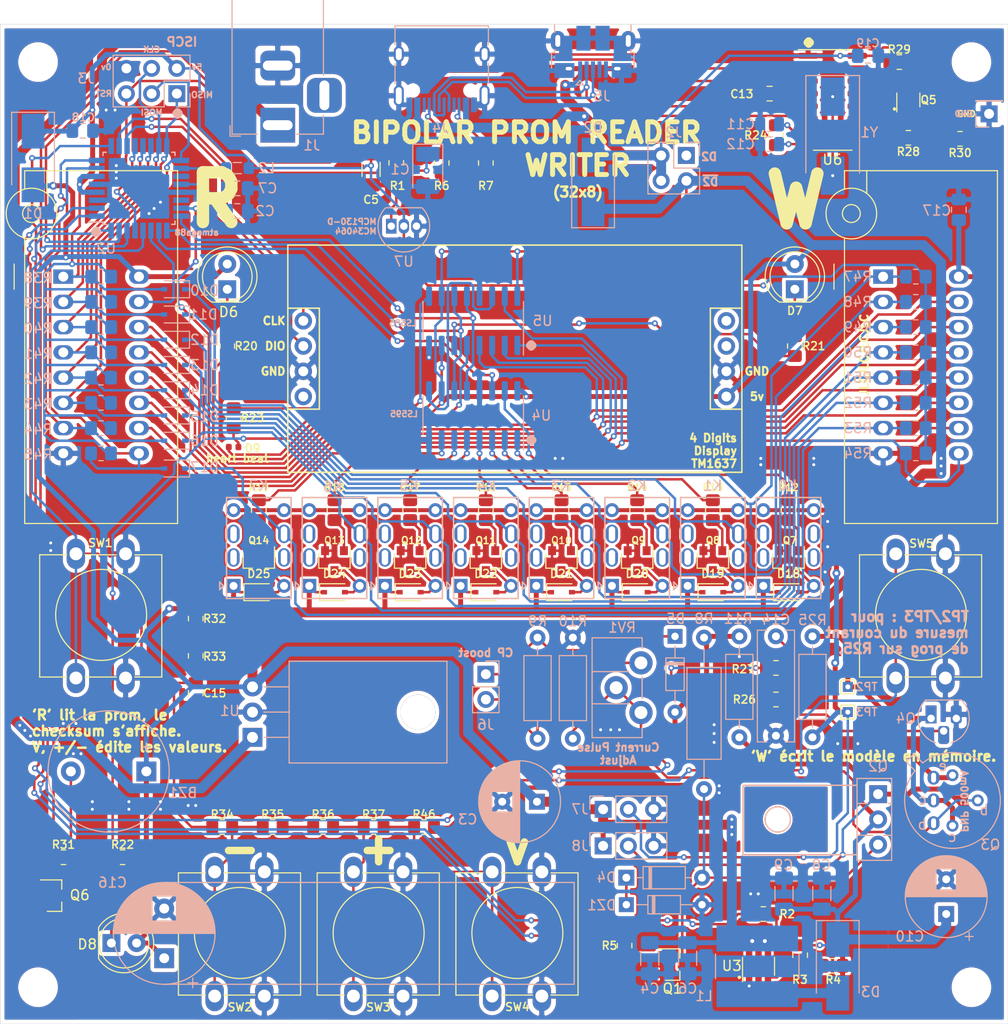
<source format=kicad_pcb>
(kicad_pcb (version 20171130) (host pcbnew 5.1.12)
  (layers (0 F.Cu signal) (31 B.Cu signal hide) (34 B.Paste user) (35 F.Paste user) (36 B.SilkS user) (37 F.SilkS user) (38 B.Mask user) (39 F.Mask user) (44 Edge.Cuts user))
  (net 0 "")
  (net 1 GND)
  (net 2 /~RST)
  (net 3 +5V)
  (net 4 /D0)
  (net 5 /D1)
  (net 6 /D2)
  (net 7 /D3)
  (net 8 /D4)
  (net 9 /D5)
  (net 10 /D6)
  (net 11 /D7)
  (net 12 VPP)
  (net 13 /~CSPROMW~)
  (net 14 /BIT6)
  (net 15 /A4)
  (net 16 /BIT5)
  (net 17 /A3)
  (net 18 /BIT4)
  (net 19 /A2)
  (net 20 /BIT3)
  (net 21 /A1)
  (net 22 /BIT2)
  (net 23 /A0)
  (net 24 /BIT1)
  (net 25 /BIT7)
  (net 26 /BIT0)
  (net 27 /~CSPROMR~)
  (net 28 /Cprog)
  (net 29 /BS0)
  (net 30 /BS1)
  (net 31 /BS2)
  (net 32 /BS3)
  (net 33 /BS4)
  (net 34 /BS5)
  (net 35 /BS6)
  (net 36 /BS7)
  (net 37 "Net-(BZ1-Pad2)")
  (net 38 /buzzer)
  (net 39 /VBUS)
  (net 40 /UD+)
  (net 41 /UD-)
  (net 42 /~DTR)
  (net 43 /~RTS)
  (net 44 "Net-(R22-Pad2)")
  (net 45 /TX)
  (net 46 /RX)
  (net 47 "Net-(D4-Pad1)")
  (net 48 "Net-(D7-Pad1)")
  (net 49 "Net-(R32-Pad2)")
  (net 50 "Net-(R34-Pad2)")
  (net 51 "Net-(R35-Pad2)")
  (net 52 "Net-(R36-Pad2)")
  (net 53 /sw)
  (net 54 /DG_DIO)
  (net 55 /DG_CLK)
  (net 56 "Net-(D8-Pad1)")
  (net 57 "Net-(R17-Pad2)")
  (net 58 "Net-(R19-Pad2)")
  (net 59 "Net-(R21-Pad2)")
  (net 60 /ISCP5v)
  (net 61 "Net-(C11-Pad1)")
  (net 62 "Net-(D5-Pad1)")
  (net 63 "Net-(D6-Pad1)")
  (net 64 "Net-(J6-Pad2)")
  (net 65 "Net-(Q1-Pad1)")
  (net 66 "Net-(Q3-Pad2)")
  (net 67 "Net-(R2-Pad1)")
  (net 68 "Net-(R12-Pad2)")
  (net 69 "Net-(R13-Pad2)")
  (net 70 "Net-(R14-Pad2)")
  (net 71 "Net-(R15-Pad2)")
  (net 72 "Net-(R16-Pad2)")
  (net 73 "Net-(R18-Pad2)")
  (net 74 "Net-(R20-Pad2)")
  (net 75 "Net-(R23-Pad2)")
  (net 76 "Net-(R46-Pad2)")
  (net 77 "Net-(U4-Pad9)")
  (net 78 /fb)
  (net 79 "Net-(C2-Pad1)")
  (net 80 "Net-(C7-Pad2)")
  (net 81 "Net-(C12-Pad1)")
  (net 82 "Net-(C13-Pad1)")
  (net 83 "Net-(C14-Pad2)")
  (net 84 /buttons)
  (net 85 "Net-(D4-Pad2)")
  (net 86 "Net-(D9-Pad1)")
  (net 87 "Net-(D18-Pad2)")
  (net 88 "Net-(D19-Pad2)")
  (net 89 "Net-(D20-Pad2)")
  (net 90 "Net-(D21-Pad2)")
  (net 91 "Net-(D22-Pad2)")
  (net 92 "Net-(D23-Pad2)")
  (net 93 "Net-(D24-Pad2)")
  (net 94 "Net-(D25-Pad2)")
  (net 95 "Net-(J1-Pad1)")
  (net 96 "Net-(J4-PadA5)")
  (net 97 "Net-(J4-PadB5)")
  (net 98 "Net-(Q4-Pad2)")
  (net 99 "Net-(Q5-Pad2)")
  (net 100 "Net-(Q5-Pad5)")
  (net 101 "Net-(Q5-Pad3)")
  (net 102 "Net-(Q6-Pad1)")
  (net 103 /vppBoost)
  (net 104 /vppPulse)
  (net 105 "Net-(R37-Pad2)")
  (net 106 "Net-(U2-Pad25)")
  (net 107 "Net-(U2-Pad24)")
  (net 108 "Net-(U2-Pad26)")
  (net 109 /vBuck)
  (net 110 /Cprog_b)
  (net 111 /Cprog_a)
  (net 112 /buckOn)
  (module Button_Switch_THT:SW_PUSH-12mm (layer F.Cu) (at 71.12 192.786 90)
    (fp_text reference SW1 (at 13.589 2.4638) (layer F.SilkS) (effects (font (size 0.8 0.8))))
    (fp_text value SW_Push)
    (pad 2 thru_hole oval (at 0 5 90) (size 3.048 1.85) (drill 1.3) (layers *.Cu *.Mask) (net 1 GND))
    (pad 1 thru_hole oval (at 0 0 90) (size 3.048 1.85) (drill 1.3) (layers *.Cu *.Mask) (net 84 /buttons))
    (pad 2 thru_hole oval (at 12.5 5 90) (size 3.048 1.85) (drill 1.3) (layers *.Cu *.Mask) (net 1 GND))
    (pad 1 thru_hole oval (at 12.5 0 90) (size 3.048 1.85) (drill 1.3) (layers *.Cu *.Mask) (net 84 /buttons))
  )
  (module _mylib:G6K-2P-YZ (layer B.Cu) (at 89.535 179.705 90)
    (fp_text reference K7 (at 6.2738 -0.0254 180) (layer B.SilkS) (effects (justify mirror)))
    (fp_text value G6K-2)
    (pad 5 thru_hole circle (at 3.81 2.54 90) (size 1.4 1.4) (drill 0.8) (layers *.Cu *.Mask) (net 28 /Cprog))
    (pad 4 thru_hole circle (at 3.81 -2.54 90) (size 1.4 1.4) (drill 0.8) (layers *.Cu *.Mask) (net 28 /Cprog))
    (pad 3 thru_hole oval (at 1.4224 -2.54 90) (size 1.85 1.2) (drill oval 1.52 0.65) (layers *.Cu *.Mask))
    (pad 6 thru_hole oval (at 1.4224 2.54 90) (size 1.85 1.2) (drill oval 1.52 0.65) (layers *.Cu *.Mask) (net 25 /BIT7))
    (pad 2 thru_hole oval (at -0.9525 -2.54 90) (size 1.85 1.2) (drill oval 1.52 0.65) (layers *.Cu *.Mask))
    (pad 7 thru_hole oval (at -0.9525 2.54 90) (size 1.85 1.2) (drill oval 1.52 0.65) (layers *.Cu *.Mask))
    (pad 1 thru_hole rect (at -3.81 -2.54 90) (size 1.4 1.4) (drill 0.8) (layers *.Cu *.Mask) (net 3 +5V))
    (pad 8 thru_hole circle (at -3.81 2.54 90) (size 1.4 1.4) (drill 0.8) (layers *.Cu *.Mask) (net 94 "Net-(D25-Pad2)"))
  )
  (module _mylib:G6K-2P-YZ (layer B.Cu) (at 97.155 179.705 90)
    (fp_text reference K6 (at 6.1722 -0.1778 180) (layer B.SilkS) (effects (justify mirror)))
    (fp_text value G6K-2)
    (pad 5 thru_hole circle (at 3.81 2.54 90) (size 1.4 1.4) (drill 0.8) (layers *.Cu *.Mask) (net 28 /Cprog))
    (pad 4 thru_hole circle (at 3.81 -2.54 90) (size 1.4 1.4) (drill 0.8) (layers *.Cu *.Mask) (net 28 /Cprog))
    (pad 3 thru_hole oval (at 1.4224 -2.54 90) (size 1.85 1.2) (drill oval 1.52 0.65) (layers *.Cu *.Mask))
    (pad 6 thru_hole oval (at 1.4224 2.54 90) (size 1.85 1.2) (drill oval 1.52 0.65) (layers *.Cu *.Mask) (net 14 /BIT6))
    (pad 2 thru_hole oval (at -0.9525 -2.54 90) (size 1.85 1.2) (drill oval 1.52 0.65) (layers *.Cu *.Mask))
    (pad 7 thru_hole oval (at -0.9525 2.54 90) (size 1.85 1.2) (drill oval 1.52 0.65) (layers *.Cu *.Mask))
    (pad 1 thru_hole rect (at -3.81 -2.54 90) (size 1.4 1.4) (drill 0.8) (layers *.Cu *.Mask) (net 3 +5V))
    (pad 8 thru_hole circle (at -3.81 2.54 90) (size 1.4 1.4) (drill 0.8) (layers *.Cu *.Mask) (net 93 "Net-(D24-Pad2)"))
  )
  (module _mylib:G6K-2P-YZ (layer B.Cu) (at 104.775 179.705 90)
    (fp_text reference K5 (at 6.2992 -0.127 180) (layer B.SilkS) (effects (justify mirror)))
    (fp_text value G6K-2)
    (pad 5 thru_hole circle (at 3.81 2.54 90) (size 1.4 1.4) (drill 0.8) (layers *.Cu *.Mask) (net 28 /Cprog))
    (pad 4 thru_hole circle (at 3.81 -2.54 90) (size 1.4 1.4) (drill 0.8) (layers *.Cu *.Mask) (net 28 /Cprog))
    (pad 3 thru_hole oval (at 1.4224 -2.54 90) (size 1.85 1.2) (drill oval 1.52 0.65) (layers *.Cu *.Mask))
    (pad 6 thru_hole oval (at 1.4224 2.54 90) (size 1.85 1.2) (drill oval 1.52 0.65) (layers *.Cu *.Mask) (net 16 /BIT5))
    (pad 2 thru_hole oval (at -0.9525 -2.54 90) (size 1.85 1.2) (drill oval 1.52 0.65) (layers *.Cu *.Mask))
    (pad 7 thru_hole oval (at -0.9525 2.54 90) (size 1.85 1.2) (drill oval 1.52 0.65) (layers *.Cu *.Mask))
    (pad 1 thru_hole rect (at -3.81 -2.54 90) (size 1.4 1.4) (drill 0.8) (layers *.Cu *.Mask) (net 3 +5V))
    (pad 8 thru_hole circle (at -3.81 2.54 90) (size 1.4 1.4) (drill 0.8) (layers *.Cu *.Mask) (net 92 "Net-(D23-Pad2)"))
  )
  (module _mylib:G6K-2P-YZ (layer B.Cu) (at 112.395 179.705 90)
    (fp_text reference K4 (at 6.223 0.0508 180) (layer B.SilkS) (effects (justify mirror)))
    (fp_text value G6K-2)
    (pad 5 thru_hole circle (at 3.81 2.54 90) (size 1.4 1.4) (drill 0.8) (layers *.Cu *.Mask) (net 28 /Cprog))
    (pad 4 thru_hole circle (at 3.81 -2.54 90) (size 1.4 1.4) (drill 0.8) (layers *.Cu *.Mask) (net 28 /Cprog))
    (pad 3 thru_hole oval (at 1.4224 -2.54 90) (size 1.85 1.2) (drill oval 1.52 0.65) (layers *.Cu *.Mask))
    (pad 6 thru_hole oval (at 1.4224 2.54 90) (size 1.85 1.2) (drill oval 1.52 0.65) (layers *.Cu *.Mask) (net 18 /BIT4))
    (pad 2 thru_hole oval (at -0.9525 -2.54 90) (size 1.85 1.2) (drill oval 1.52 0.65) (layers *.Cu *.Mask))
    (pad 7 thru_hole oval (at -0.9525 2.54 90) (size 1.85 1.2) (drill oval 1.52 0.65) (layers *.Cu *.Mask))
    (pad 1 thru_hole rect (at -3.81 -2.54 90) (size 1.4 1.4) (drill 0.8) (layers *.Cu *.Mask) (net 3 +5V))
    (pad 8 thru_hole circle (at -3.81 2.54 90) (size 1.4 1.4) (drill 0.8) (layers *.Cu *.Mask) (net 91 "Net-(D22-Pad2)"))
  )
  (module _mylib:G6K-2P-YZ (layer B.Cu) (at 120.015 179.705 90)
    (fp_text reference K3 (at 6.2738 -0.1016 180) (layer B.SilkS) (effects (justify mirror)))
    (fp_text value G6K-2)
    (pad 5 thru_hole circle (at 3.81 2.54 90) (size 1.4 1.4) (drill 0.8) (layers *.Cu *.Mask) (net 28 /Cprog))
    (pad 4 thru_hole circle (at 3.81 -2.54 90) (size 1.4 1.4) (drill 0.8) (layers *.Cu *.Mask) (net 28 /Cprog))
    (pad 3 thru_hole oval (at 1.4224 -2.54 90) (size 1.85 1.2) (drill oval 1.52 0.65) (layers *.Cu *.Mask))
    (pad 6 thru_hole oval (at 1.4224 2.54 90) (size 1.85 1.2) (drill oval 1.52 0.65) (layers *.Cu *.Mask) (net 20 /BIT3))
    (pad 2 thru_hole oval (at -0.9525 -2.54 90) (size 1.85 1.2) (drill oval 1.52 0.65) (layers *.Cu *.Mask))
    (pad 7 thru_hole oval (at -0.9525 2.54 90) (size 1.85 1.2) (drill oval 1.52 0.65) (layers *.Cu *.Mask))
    (pad 1 thru_hole rect (at -3.81 -2.54 90) (size 1.4 1.4) (drill 0.8) (layers *.Cu *.Mask) (net 3 +5V))
    (pad 8 thru_hole circle (at -3.81 2.54 90) (size 1.4 1.4) (drill 0.8) (layers *.Cu *.Mask) (net 90 "Net-(D21-Pad2)"))
  )
  (module _mylib:G6K-2P-YZ (layer B.Cu) (at 127.635 179.705 90)
    (fp_text reference K2 (at 6.2738 -0.0254 180) (layer B.SilkS) (effects (justify mirror)))
    (fp_text value G6K-2)
    (pad 5 thru_hole circle (at 3.81 2.54 90) (size 1.4 1.4) (drill 0.8) (layers *.Cu *.Mask) (net 28 /Cprog))
    (pad 4 thru_hole circle (at 3.81 -2.54 90) (size 1.4 1.4) (drill 0.8) (layers *.Cu *.Mask) (net 28 /Cprog))
    (pad 3 thru_hole oval (at 1.4224 -2.54 90) (size 1.85 1.2) (drill oval 1.52 0.65) (layers *.Cu *.Mask))
    (pad 6 thru_hole oval (at 1.4224 2.54 90) (size 1.85 1.2) (drill oval 1.52 0.65) (layers *.Cu *.Mask) (net 22 /BIT2))
    (pad 2 thru_hole oval (at -0.9525 -2.54 90) (size 1.85 1.2) (drill oval 1.52 0.65) (layers *.Cu *.Mask))
    (pad 7 thru_hole oval (at -0.9525 2.54 90) (size 1.85 1.2) (drill oval 1.52 0.65) (layers *.Cu *.Mask))
    (pad 1 thru_hole rect (at -3.81 -2.54 90) (size 1.4 1.4) (drill 0.8) (layers *.Cu *.Mask) (net 3 +5V))
    (pad 8 thru_hole circle (at -3.81 2.54 90) (size 1.4 1.4) (drill 0.8) (layers *.Cu *.Mask) (net 89 "Net-(D20-Pad2)"))
  )
  (module _mylib:G6K-2P-YZ (layer B.Cu) (at 135.255 179.705 90)
    (fp_text reference K1 (at 6.2738 -0.0254 180) (layer B.SilkS) (effects (justify mirror)))
    (fp_text value G6K-2)
    (pad 5 thru_hole circle (at 3.81 2.54 90) (size 1.4 1.4) (drill 0.8) (layers *.Cu *.Mask) (net 28 /Cprog))
    (pad 4 thru_hole circle (at 3.81 -2.54 90) (size 1.4 1.4) (drill 0.8) (layers *.Cu *.Mask) (net 28 /Cprog))
    (pad 3 thru_hole oval (at 1.4224 -2.54 90) (size 1.85 1.2) (drill oval 1.52 0.65) (layers *.Cu *.Mask))
    (pad 6 thru_hole oval (at 1.4224 2.54 90) (size 1.85 1.2) (drill oval 1.52 0.65) (layers *.Cu *.Mask) (net 24 /BIT1))
    (pad 2 thru_hole oval (at -0.9525 -2.54 90) (size 1.85 1.2) (drill oval 1.52 0.65) (layers *.Cu *.Mask))
    (pad 7 thru_hole oval (at -0.9525 2.54 90) (size 1.85 1.2) (drill oval 1.52 0.65) (layers *.Cu *.Mask))
    (pad 1 thru_hole rect (at -3.81 -2.54 90) (size 1.4 1.4) (drill 0.8) (layers *.Cu *.Mask) (net 3 +5V))
    (pad 8 thru_hole circle (at -3.81 2.54 90) (size 1.4 1.4) (drill 0.8) (layers *.Cu *.Mask) (net 88 "Net-(D19-Pad2)"))
  )
  (module _mylib:G6K-2P-YZ (layer B.Cu) (at 142.875 179.705 90)
    (fp_text reference K0 (at 6.2992 -0.1016 180) (layer B.SilkS) (effects (justify mirror)))
    (fp_text value G6K-2)
    (pad 5 thru_hole circle (at 3.81 2.54 90) (size 1.4 1.4) (drill 0.8) (layers *.Cu *.Mask) (net 28 /Cprog))
    (pad 4 thru_hole circle (at 3.81 -2.54 90) (size 1.4 1.4) (drill 0.8) (layers *.Cu *.Mask) (net 28 /Cprog))
    (pad 3 thru_hole oval (at 1.4224 -2.54 90) (size 1.85 1.2) (drill oval 1.52 0.65) (layers *.Cu *.Mask) (net 26 /BIT0))
    (pad 6 thru_hole oval (at 1.4224 2.54 90) (size 1.85 1.2) (drill oval 1.52 0.65) (layers *.Cu *.Mask))
    (pad 2 thru_hole oval (at -0.9525 -2.54 90) (size 1.85 1.2) (drill oval 1.52 0.65) (layers *.Cu *.Mask))
    (pad 7 thru_hole oval (at -0.9525 2.54 90) (size 1.85 1.2) (drill oval 1.52 0.65) (layers *.Cu *.Mask))
    (pad 1 thru_hole rect (at -3.81 -2.54 90) (size 1.4 1.4) (drill 0.8) (layers *.Cu *.Mask) (net 3 +5V))
    (pad 8 thru_hole circle (at -3.81 2.54 90) (size 1.4 1.4) (drill 0.8) (layers *.Cu *.Mask) (net 87 "Net-(D18-Pad2)"))
  )
  (module _mylib:USB_Micro-B_AliExpress (layer B.Cu) (at 123.19 129.794)
    (fp_text reference J5 (at 0.889 4.445) (layer B.SilkS) (effects (justify mirror)))
    (fp_text value USB_B_Micro hide)
    (pad 6 smd rect (at 0.96 -1.385 270) (size 2.5 1.43) (layers B.Cu B.Paste B.Mask) (net 1 GND))
    (pad 6 smd rect (at -0.96 -1.385 270) (size 2.5 1.43) (layers B.Cu B.Paste B.Mask) (net 1 GND))
    (pad 6 thru_hole oval (at 3.55 -1.115 270) (size 2 1.4) (drill oval 1.2 0.5) (layers *.Cu *.Mask) (net 1 GND))
    (pad 6 thru_hole oval (at -3.55 -1.115 270) (size 2 1.4) (drill oval 1.2 0.5) (layers *.Cu *.Mask) (net 1 GND))
    (pad 6 thru_hole oval (at 2.44 1.676) (size 1.1 1.1) (drill oval 0.65 0.35) (layers *.Cu *.Mask) (net 1 GND))
    (pad 6 thru_hole oval (at -2.44 1.676) (size 1.1 1.1) (drill oval 0.65 0.35) (layers *.Cu *.Mask) (net 1 GND))
    (pad 5 smd rect (at 1.3 1.765 270) (size 1.65 0.4) (layers B.Cu B.Paste B.Mask) (net 1 GND))
    (pad 4 smd rect (at 0.65 1.765 270) (size 1.65 0.4) (layers B.Cu B.Paste B.Mask))
    (pad 3 smd rect (at 0 1.765 270) (size 1.65 0.4) (layers B.Cu B.Paste B.Mask) (net 40 /UD+))
    (pad 2 smd rect (at -0.65 1.765 270) (size 1.65 0.4) (layers B.Cu B.Paste B.Mask) (net 41 /UD-))
    (pad 1 smd rect (at -1.3 1.765 270) (size 1.65 0.4) (layers B.Cu B.Paste B.Mask) (net 39 /VBUS))
    (pad 6 smd rect (at 2.875 1.865) (size 2 1.5) (layers B.Cu B.Paste B.Mask) (net 1 GND))
    (pad 6 smd rect (at -2.875 1.865) (size 2 1.5) (layers B.Cu B.Paste B.Mask) (net 1 GND))
    (pad 6 smd rect (at 2.975 0.565) (size 1.825 0.7) (layers B.Cu B.Paste B.Mask) (net 1 GND))
    (pad 6 smd rect (at -2.975 0.565) (size 1.825 0.7) (layers B.Cu B.Paste B.Mask) (net 1 GND))
    (pad 6 smd rect (at -2.755 -0.185) (size 1.35 2) (layers B.Cu B.Paste B.Mask) (net 1 GND))
    (pad 6 smd rect (at 2.755 -0.185) (size 1.35 2) (layers B.Cu B.Paste B.Mask) (net 1 GND))
  )
  (module Capacitor_SMD:C_0805_2012Metric_Pad1.18x1.45mm_HandSolder (layer B.Cu) (at 150.876 130.175 180)
    (fp_text reference C19 (at 0 1.27) (layer B.SilkS) (effects (font (size 0.8 0.8)) (justify mirror)))
    (fp_text value 10n)
    (pad 2 smd roundrect (at 1.0375 0 180) (size 1.175 1.45) (layers B.Cu B.Paste B.Mask) (roundrect_rratio 0.2127659574468085) (net 39 /VBUS))
    (pad 1 smd roundrect (at -1.0375 0 180) (size 1.175 1.45) (layers B.Cu B.Paste B.Mask) (roundrect_rratio 0.2127659574468085) (net 1 GND))
  )
  (module _mylib:4DigitSerial (layer F.Cu) (at 115.316 161.925)
    (fp_text reference DG1 hide)
    (fp_text value "ali module")
    (pad 8 thru_hole circle (at 21.3 -5.08) (size 1.75 1.75) (drill 1) (layers *.Cu *.Mask))
    (pad 7 thru_hole circle (at 21.3 -2.54) (size 1.75 1.75) (drill 1) (layers *.Cu *.Mask))
    (pad 6 thru_hole circle (at 21.3 0) (size 1.75 1.75) (drill 1) (layers *.Cu *.Mask) (net 1 GND))
    (pad 5 thru_hole circle (at 21.3 2.54) (size 1.75 1.75) (drill 1) (layers *.Cu *.Mask) (net 3 +5V))
    (pad 4 thru_hole circle (at -21.3 2.54) (size 1.75 1.75) (drill 1) (layers *.Cu *.Mask))
    (pad 3 thru_hole circle (at -21.3 0) (size 1.75 1.75) (drill 1) (layers *.Cu *.Mask) (net 1 GND))
    (pad 2 thru_hole circle (at -21.3 -2.54) (size 1.75 1.75) (drill 1) (layers *.Cu *.Mask) (net 54 /DG_DIO))
    (pad 1 thru_hole circle (at -21.3 -5.08) (size 1.75 1.75) (drill 1) (layers *.Cu *.Mask) (net 55 /DG_CLK))
  )
  (module Capacitor_SMD:C_0805_2012Metric_Pad1.18x1.45mm_HandSolder (layer B.Cu) (at 71.8058 137.7188 180)
    (fp_text reference C18 (at -0.0508 1.3462 180) (layer B.SilkS) (effects (font (size 0.8 0.8)) (justify mirror)))
    (fp_text value 10n)
    (pad 2 smd roundrect (at 1.0375 0 180) (size 1.175 1.45) (layers B.Cu B.Paste B.Mask) (roundrect_rratio 0.2127659574468085) (net 60 /ISCP5v))
    (pad 1 smd roundrect (at -1.0375 0 180) (size 1.175 1.45) (layers B.Cu B.Paste B.Mask) (roundrect_rratio 0.2127659574468085) (net 1 GND))
  )
  (module MountingHole:MountingHole_2.2mm_M2_DIN965 (layer F.Cu) (at 141.792 207.01)
    (fp_text reference H5 hide)
    (fp_text value MountingHole hide)
    (pad "" np_thru_hole circle (at 0 0) (size 2.2 2.2) (drill 2.2) (layers *.Cu *.Mask))
  )
  (module Capacitor_SMD:C_0805_2012Metric_Pad1.18x1.45mm_HandSolder (layer B.Cu) (at 160.02 145.669 270)
    (fp_text reference C17 (at 0.0762 2.2098 180) (layer B.SilkS) (effects (justify mirror)))
    (fp_text value 10n)
    (pad 2 smd roundrect (at 1.0375 0 270) (size 1.175 1.45) (layers B.Cu B.Paste B.Mask) (roundrect_rratio 0.2127659574468085) (net 12 VPP))
    (pad 1 smd roundrect (at -1.0375 0 270) (size 1.175 1.45) (layers B.Cu B.Paste B.Mask) (roundrect_rratio 0.2127659574468085) (net 1 GND))
  )
  (module Package_TO_SOT_SMD:SOT-23 (layer F.Cu) (at 142.875 180.975 270)
    (fp_text reference Q7 (at -2.032 -0.127) (layer F.SilkS) (effects (font (size 0.7 0.7))))
    (fp_text value BSS138)
    (pad 3 smd rect (at 1 0 270) (size 0.9 0.8) (layers F.Cu F.Paste F.Mask) (net 87 "Net-(D18-Pad2)"))
    (pad 2 smd rect (at -1 0.95 270) (size 0.9 0.8) (layers F.Cu F.Paste F.Mask) (net 1 GND))
    (pad 1 smd rect (at -1 -0.95 270) (size 0.9 0.8) (layers F.Cu F.Paste F.Mask) (net 29 /BS0))
  )
  (module Resistor_THT:R_Axial_DIN0207_L6.3mm_D2.5mm_P10.16mm_Horizontal (layer B.Cu) (at 145.288 198.755 90)
    (fp_text reference R25 (at 11.811 0) (layer B.SilkS) (effects (justify mirror)))
    (fp_text value .1)
    (pad 2 thru_hole oval (at 10.16 0 90) (size 1.6 1.6) (drill 0.8) (layers *.Cu *.Mask) (net 110 /Cprog_b))
    (pad 1 thru_hole circle (at 0 0 90) (size 1.6 1.6) (drill 0.8) (layers *.Cu *.Mask) (net 28 /Cprog))
  )
  (module _mylib:TO-39-3 (layer B.Cu) (at 159.385 202.565 270)
    (fp_text reference Q3 (at 6.985 -3.81 180) (layer B.SilkS) (effects (justify mirror)))
    (fp_text value BC160)
    (fp_text user c (at 6.1976 0.0254) (layer B.SilkS) (effects (justify mirror)))
    (fp_text user c (at 2.4384 3.0226) (layer B.SilkS) (effects (justify mirror)))
    (fp_text user b (at 3.5052 -3.175) (layer B.SilkS) (effects (justify mirror)))
    (fp_text user b (at 4.953 3.048) (layer B.SilkS) (effects (justify mirror)))
    (fp_text user e (at -0.9398 0.9906 180) (layer B.SilkS) (effects (justify mirror)))
    (pad 3 thru_hole oval (at 2.54 1.905 270) (size 1.4 1.2) (drill oval 1 0.5) (layers *.Cu *.Mask) (net 110 /Cprog_b))
    (pad 2 thru_hole oval (at 4.83 1.905 270) (size 1.4 1.2) (drill oval 1 0.5) (layers *.Cu *.Mask) (net 66 "Net-(Q3-Pad2)"))
    (pad 1 thru_hole oval (at 0.25 1.905 270) (size 1.4 1.2) (drill oval 1 0.5) (layers *.Cu *.Mask) (net 111 /Cprog_a))
    (pad 3 thru_hole oval (at 5.08 0 270) (size 1.2 1.2) (drill 0.7) (layers *.Cu *.Mask) (net 110 /Cprog_b))
    (pad 2 thru_hole oval (at 2.54 -2.54 270) (size 1.2 1.2) (drill 0.7) (layers *.Cu *.Mask) (net 66 "Net-(Q3-Pad2)"))
    (pad 1 thru_hole oval (at 0 0 270) (size 1.2 1.2) (drill 0.7) (layers *.Cu *.Mask) (net 111 /Cprog_a))
  )
  (module Package_TO_SOT_THT:TO-92_Inline (layer B.Cu) (at 102.87 147.32)
    (fp_text reference U7 (at 1.27 3.56) (layer B.SilkS) (effects (justify mirror)))
    (fp_text value MCP130-xxxDxTO)
    (pad 1 thru_hole rect (at 0 0) (size 1.05 1.5) (drill 0.75) (layers *.Cu *.Mask) (net 2 /~RST))
    (pad 3 thru_hole oval (at 2.54 0) (size 1.05 1.5) (drill 0.75) (layers *.Cu *.Mask) (net 1 GND))
    (pad 2 thru_hole oval (at 1.27 0) (size 1.05 1.5) (drill 0.75) (layers *.Cu *.Mask) (net 60 /ISCP5v))
  )
  (module Resistor_THT:R_Axial_DIN0207_L6.3mm_D2.5mm_P10.16mm_Horizontal (layer B.Cu) (at 121.158 188.722 270)
    (fp_text reference R10 (at -1.651 0) (layer B.SilkS) (effects (justify mirror)))
    (fp_text value 10k)
    (pad 2 thru_hole oval (at 10.16 0 270) (size 1.6 1.6) (drill 0.8) (layers *.Cu *.Mask) (net 66 "Net-(Q3-Pad2)"))
    (pad 1 thru_hole circle (at 0 0 270) (size 1.6 1.6) (drill 0.8) (layers *.Cu *.Mask) (net 1 GND))
  )
  (module Resistor_THT:R_Axial_DIN0309_L9.0mm_D3.2mm_P15.24mm_Horizontal (layer B.Cu) (at 134.366 188.722 270)
    (fp_text reference R8 (at -1.905 0 180) (layer B.SilkS) (effects (justify mirror)))
    (fp_text value 270)
    (pad 2 thru_hole oval (at 15.24 0 270) (size 1.6 1.6) (drill 0.8) (layers *.Cu *.Mask) (net 85 "Net-(D4-Pad2)"))
    (pad 1 thru_hole circle (at 0 0 270) (size 1.6 1.6) (drill 0.8) (layers *.Cu *.Mask) (net 109 /vBuck))
  )
  (module Capacitor_THT:CP_Radial_D10.0mm_P5.00mm (layer B.Cu) (at 80.01 220.98 90)
    (fp_text reference C16 (at 7.62 -5.207) (layer B.SilkS) (effects (justify mirror)))
    (fp_text value 3300µ/10v)
    (pad 2 thru_hole circle (at 5 0 90) (size 2 2) (drill 1) (layers *.Cu *.Mask) (net 1 GND))
    (pad 1 thru_hole rect (at 0 0 90) (size 2 2) (drill 1) (layers *.Cu *.Mask) (net 3 +5V))
  )
  (module Resistor_SMD:R_0805_2012Metric_Pad1.20x1.40mm_HandSolder (layer F.Cu) (at 141.605 194.945 180)
    (fp_text reference R26 (at 3.175 0 180) (layer F.SilkS) (effects (font (size 0.8 0.8))))
    (fp_text value 10k)
    (pad 2 smd roundrect (at 1 0 180) (size 1.2 1.4) (layers F.Cu F.Paste F.Mask) (roundrect_rratio 0.2083325) (net 83 "Net-(C14-Pad2)"))
    (pad 1 smd roundrect (at -1 0 180) (size 1.2 1.4) (layers F.Cu F.Paste F.Mask) (roundrect_rratio 0.2083325) (net 98 "Net-(Q4-Pad2)"))
  )
  (module Package_SO:SOIC-16_3.9x9.9mm_P1.27mm (layer B.Cu) (at 111.125 156.845 90)
    (fp_text reference U5 (at 0 6.985 180) (layer B.SilkS) (effects (justify mirror)))
    (fp_text value 74LS595)
    (pad 16 smd roundrect (at 2.475 4.445 90) (size 1.95 0.6) (layers B.Cu B.Paste B.Mask) (net 3 +5V))
    (pad 15 smd roundrect (at 2.475 3.175 90) (size 1.95 0.6) (layers B.Cu B.Paste B.Mask) (net 23 /A0))
    (pad 14 smd roundrect (at 2.475 1.905 90) (size 1.95 0.6) (layers B.Cu B.Paste B.Mask) (net 77 "Net-(U4-Pad9)"))
    (pad 13 smd roundrect (at 2.475 0.635 90) (size 1.95 0.6) (layers B.Cu B.Paste B.Mask) (net 1 GND))
    (pad 12 smd roundrect (at 2.475 -0.635 90) (size 1.95 0.6) (layers B.Cu B.Paste B.Mask) (net 107 "Net-(U2-Pad24)"))
    (pad 11 smd roundrect (at 2.475 -1.905 90) (size 1.95 0.6) (layers B.Cu B.Paste B.Mask) (net 106 "Net-(U2-Pad25)"))
    (pad 10 smd roundrect (at 2.475 -3.175 90) (size 1.95 0.6) (layers B.Cu B.Paste B.Mask) (net 3 +5V))
    (pad 9 smd roundrect (at 2.475 -4.445 90) (size 1.95 0.6) (layers B.Cu B.Paste B.Mask) (net 75 "Net-(R23-Pad2)"))
    (pad 8 smd roundrect (at -2.475 -4.445 90) (size 1.95 0.6) (layers B.Cu B.Paste B.Mask) (net 1 GND))
    (pad 7 smd roundrect (at -2.475 -3.175 90) (size 1.95 0.6) (layers B.Cu B.Paste B.Mask) (net 44 "Net-(R22-Pad2)"))
    (pad 6 smd roundrect (at -2.475 -1.905 90) (size 1.95 0.6) (layers B.Cu B.Paste B.Mask) (net 59 "Net-(R21-Pad2)"))
    (pad 5 smd roundrect (at -2.475 -0.635 90) (size 1.95 0.6) (layers B.Cu B.Paste B.Mask) (net 74 "Net-(R20-Pad2)"))
    (pad 4 smd roundrect (at -2.475 0.635 90) (size 1.95 0.6) (layers B.Cu B.Paste B.Mask) (net 15 /A4))
    (pad 3 smd roundrect (at -2.475 1.905 90) (size 1.95 0.6) (layers B.Cu B.Paste B.Mask) (net 17 /A3))
    (pad 2 smd roundrect (at -2.475 3.175 90) (size 1.95 0.6) (layers B.Cu B.Paste B.Mask) (net 19 /A2))
    (pad 1 smd roundrect (at -2.475 4.445 90) (size 1.95 0.6) (layers B.Cu B.Paste B.Mask) (net 21 /A1))
  )
  (module Package_SO:SOIC-16_3.9x9.9mm_P1.27mm (layer B.Cu) (at 111.125 166.37 90)
    (fp_text reference U4 (at 0 6.858 180) (layer B.SilkS) (effects (justify mirror)))
    (fp_text value 74LS595)
    (pad 16 smd roundrect (at 2.475 4.445 90) (size 1.95 0.6) (layers B.Cu B.Paste B.Mask) (net 3 +5V))
    (pad 15 smd roundrect (at 2.475 3.175 90) (size 1.95 0.6) (layers B.Cu B.Paste B.Mask) (net 68 "Net-(R12-Pad2)"))
    (pad 14 smd roundrect (at 2.475 1.905 90) (size 1.95 0.6) (layers B.Cu B.Paste B.Mask) (net 108 "Net-(U2-Pad26)"))
    (pad 13 smd roundrect (at 2.475 0.635 90) (size 1.95 0.6) (layers B.Cu B.Paste B.Mask) (net 1 GND))
    (pad 12 smd roundrect (at 2.475 -0.635 90) (size 1.95 0.6) (layers B.Cu B.Paste B.Mask) (net 107 "Net-(U2-Pad24)"))
    (pad 11 smd roundrect (at 2.475 -1.905 90) (size 1.95 0.6) (layers B.Cu B.Paste B.Mask) (net 106 "Net-(U2-Pad25)"))
    (pad 10 smd roundrect (at 2.475 -3.175 90) (size 1.95 0.6) (layers B.Cu B.Paste B.Mask) (net 3 +5V))
    (pad 9 smd roundrect (at 2.475 -4.445 90) (size 1.95 0.6) (layers B.Cu B.Paste B.Mask) (net 77 "Net-(U4-Pad9)"))
    (pad 8 smd roundrect (at -2.475 -4.445 90) (size 1.95 0.6) (layers B.Cu B.Paste B.Mask) (net 1 GND))
    (pad 7 smd roundrect (at -2.475 -3.175 90) (size 1.95 0.6) (layers B.Cu B.Paste B.Mask) (net 58 "Net-(R19-Pad2)"))
    (pad 6 smd roundrect (at -2.475 -1.905 90) (size 1.95 0.6) (layers B.Cu B.Paste B.Mask) (net 73 "Net-(R18-Pad2)"))
    (pad 5 smd roundrect (at -2.475 -0.635 90) (size 1.95 0.6) (layers B.Cu B.Paste B.Mask) (net 57 "Net-(R17-Pad2)"))
    (pad 4 smd roundrect (at -2.475 0.635 90) (size 1.95 0.6) (layers B.Cu B.Paste B.Mask) (net 72 "Net-(R16-Pad2)"))
    (pad 3 smd roundrect (at -2.475 1.905 90) (size 1.95 0.6) (layers B.Cu B.Paste B.Mask) (net 71 "Net-(R15-Pad2)"))
    (pad 2 smd roundrect (at -2.475 3.175 90) (size 1.95 0.6) (layers B.Cu B.Paste B.Mask) (net 70 "Net-(R14-Pad2)"))
    (pad 1 smd roundrect (at -2.475 4.445 90) (size 1.95 0.6) (layers B.Cu B.Paste B.Mask) (net 69 "Net-(R13-Pad2)"))
  )
  (module Connector_PinHeader_2.54mm:PinHeader_1x03_P2.54mm_Vertical (layer B.Cu) (at 124.206 209.677 270)
    (fp_text reference J8 (at 0 2.33) (layer B.SilkS) (effects (justify mirror)))
    (fp_text value Power)
    (pad 3 thru_hole oval (at 0 -5.08 270) (size 1.7 1.7) (drill 1) (layers *.Cu *.Mask) (net 1 GND))
    (pad 2 thru_hole oval (at 0 -2.54 270) (size 1.7 1.7) (drill 1) (layers *.Cu *.Mask) (net 12 VPP))
    (pad 1 thru_hole rect (at 0 0 270) (size 1.7 1.7) (drill 1) (layers *.Cu *.Mask) (net 3 +5V))
  )
  (module Connector_PinHeader_2.54mm:PinHeader_1x03_P2.54mm_Vertical (layer B.Cu) (at 124.206 205.994 270)
    (fp_text reference J7 (at 0 2.33) (layer B.SilkS) (effects (justify mirror)))
    (fp_text value Power)
    (pad 3 thru_hole oval (at 0 -5.08 270) (size 1.7 1.7) (drill 1) (layers *.Cu *.Mask) (net 1 GND))
    (pad 2 thru_hole oval (at 0 -2.54 270) (size 1.7 1.7) (drill 1) (layers *.Cu *.Mask) (net 28 /Cprog))
    (pad 1 thru_hole rect (at 0 0 270) (size 1.7 1.7) (drill 1) (layers *.Cu *.Mask) (net 3 +5V))
  )
  (module Resistor_SMD:R_0805_2012Metric_Pad1.20x1.40mm_HandSolder (layer B.Cu) (at 155.686 170.18 180)
    (fp_text reference R54 (at 5.826 0 180) (layer B.SilkS) (effects (justify mirror)))
    (fp_text value 10k)
    (pad 2 smd roundrect (at 1 0 180) (size 1.2 1.4) (layers B.Cu B.Paste B.Mask) (roundrect_rratio 0.2083325) (net 25 /BIT7))
    (pad 1 smd roundrect (at -1 0 180) (size 1.2 1.4) (layers B.Cu B.Paste B.Mask) (roundrect_rratio 0.2083325) (net 60 /ISCP5v))
  )
  (module Resistor_SMD:R_0805_2012Metric_Pad1.20x1.40mm_HandSolder (layer B.Cu) (at 155.686 167.64 180)
    (fp_text reference R53 (at 5.826 0 180) (layer B.SilkS) (effects (justify mirror)))
    (fp_text value 10k)
    (pad 2 smd roundrect (at 1 0 180) (size 1.2 1.4) (layers B.Cu B.Paste B.Mask) (roundrect_rratio 0.2083325) (net 14 /BIT6))
    (pad 1 smd roundrect (at -1 0 180) (size 1.2 1.4) (layers B.Cu B.Paste B.Mask) (roundrect_rratio 0.2083325) (net 60 /ISCP5v))
  )
  (module Resistor_SMD:R_0805_2012Metric_Pad1.20x1.40mm_HandSolder (layer B.Cu) (at 155.686 165.1 180)
    (fp_text reference R52 (at 5.826 0 180) (layer B.SilkS) (effects (justify mirror)))
    (fp_text value 10k)
    (pad 2 smd roundrect (at 1 0 180) (size 1.2 1.4) (layers B.Cu B.Paste B.Mask) (roundrect_rratio 0.2083325) (net 16 /BIT5))
    (pad 1 smd roundrect (at -1 0 180) (size 1.2 1.4) (layers B.Cu B.Paste B.Mask) (roundrect_rratio 0.2083325) (net 60 /ISCP5v))
  )
  (module Resistor_SMD:R_0805_2012Metric_Pad1.20x1.40mm_HandSolder (layer B.Cu) (at 155.686 162.56 180)
    (fp_text reference R51 (at 5.826 0 180) (layer B.SilkS) (effects (justify mirror)))
    (fp_text value 10k)
    (pad 2 smd roundrect (at 1 0 180) (size 1.2 1.4) (layers B.Cu B.Paste B.Mask) (roundrect_rratio 0.2083325) (net 18 /BIT4))
    (pad 1 smd roundrect (at -1 0 180) (size 1.2 1.4) (layers B.Cu B.Paste B.Mask) (roundrect_rratio 0.2083325) (net 60 /ISCP5v))
  )
  (module Resistor_SMD:R_0805_2012Metric_Pad1.20x1.40mm_HandSolder (layer B.Cu) (at 155.686 160.02 180)
    (fp_text reference R50 (at 5.826 0 180) (layer B.SilkS) (effects (justify mirror)))
    (fp_text value 10k)
    (pad 2 smd roundrect (at 1 0 180) (size 1.2 1.4) (layers B.Cu B.Paste B.Mask) (roundrect_rratio 0.2083325) (net 20 /BIT3))
    (pad 1 smd roundrect (at -1 0 180) (size 1.2 1.4) (layers B.Cu B.Paste B.Mask) (roundrect_rratio 0.2083325) (net 60 /ISCP5v))
  )
  (module Resistor_SMD:R_0805_2012Metric_Pad1.20x1.40mm_HandSolder (layer B.Cu) (at 155.686 157.48 180)
    (fp_text reference R49 (at 5.826 0 180) (layer B.SilkS) (effects (justify mirror)))
    (fp_text value 10k)
    (pad 2 smd roundrect (at 1 0 180) (size 1.2 1.4) (layers B.Cu B.Paste B.Mask) (roundrect_rratio 0.2083325) (net 22 /BIT2))
    (pad 1 smd roundrect (at -1 0 180) (size 1.2 1.4) (layers B.Cu B.Paste B.Mask) (roundrect_rratio 0.2083325) (net 60 /ISCP5v))
  )
  (module Resistor_SMD:R_0805_2012Metric_Pad1.20x1.40mm_HandSolder (layer B.Cu) (at 155.686 154.94 180)
    (fp_text reference R48 (at 5.842 0 180) (layer B.SilkS) (effects (justify mirror)))
    (fp_text value 10k)
    (pad 2 smd roundrect (at 1 0 180) (size 1.2 1.4) (layers B.Cu B.Paste B.Mask) (roundrect_rratio 0.2083325) (net 24 /BIT1))
    (pad 1 smd roundrect (at -1 0 180) (size 1.2 1.4) (layers B.Cu B.Paste B.Mask) (roundrect_rratio 0.2083325) (net 60 /ISCP5v))
  )
  (module Resistor_SMD:R_0805_2012Metric_Pad1.20x1.40mm_HandSolder (layer B.Cu) (at 155.686 152.4 180)
    (fp_text reference R47 (at 5.842 0 180) (layer B.SilkS) (effects (justify mirror)))
    (fp_text value 10k)
    (pad 2 smd roundrect (at 1 0 180) (size 1.2 1.4) (layers B.Cu B.Paste B.Mask) (roundrect_rratio 0.2083325) (net 26 /BIT0))
    (pad 1 smd roundrect (at -1 0 180) (size 1.2 1.4) (layers B.Cu B.Paste B.Mask) (roundrect_rratio 0.2083325) (net 60 /ISCP5v))
  )
  (module Diode_SMD:D_SOD-323 (layer B.Cu) (at 81.06 171.704 180)
    (fp_text reference D17 (at -3.014 0.127) (layer B.SilkS) (effects (justify mirror)))
    (fp_text value 1n4148)
    (pad 1 smd rect (at -1.05 0 180) (size 0.6 0.45) (layers B.Cu B.Paste B.Mask) (net 25 /BIT7))
    (pad 2 smd rect (at 1.05 0 180) (size 0.6 0.45) (layers B.Cu B.Paste B.Mask) (net 11 /D7))
  )
  (module Diode_SMD:D_SOD-323 (layer B.Cu) (at 81.06 168.91 180)
    (fp_text reference D16 (at -3.014 0) (layer B.SilkS) (effects (justify mirror)))
    (fp_text value 1n4148)
    (pad 2 smd rect (at 1.05 0 180) (size 0.6 0.45) (layers B.Cu B.Paste B.Mask) (net 10 /D6))
    (pad 1 smd rect (at -1.05 0 180) (size 0.6 0.45) (layers B.Cu B.Paste B.Mask) (net 14 /BIT6))
  )
  (module Diode_SMD:D_SOD-323 (layer B.Cu) (at 81.06 166.37 180)
    (fp_text reference D15 (at -3.014 -0.127) (layer B.SilkS) (effects (justify mirror)))
    (fp_text value 1n4148)
    (pad 2 smd rect (at 1.05 0 180) (size 0.6 0.45) (layers B.Cu B.Paste B.Mask) (net 9 /D5))
    (pad 1 smd rect (at -1.05 0 180) (size 0.6 0.45) (layers B.Cu B.Paste B.Mask) (net 16 /BIT5))
  )
  (module Diode_SMD:D_SOD-323 (layer B.Cu) (at 81.06 163.83 180)
    (fp_text reference D14 (at -3.014 0) (layer B.SilkS) (effects (justify mirror)))
    (fp_text value 1n4148)
    (pad 2 smd rect (at 1.05 0 180) (size 0.6 0.45) (layers B.Cu B.Paste B.Mask) (net 8 /D4))
    (pad 1 smd rect (at -1.05 0 180) (size 0.6 0.45) (layers B.Cu B.Paste B.Mask) (net 18 /BIT4))
  )
  (module Diode_SMD:D_SOD-323 (layer B.Cu) (at 81.06 161.29 180)
    (fp_text reference D13 (at -3.014 0) (layer B.SilkS) (effects (justify mirror)))
    (fp_text value 1n4148)
    (pad 2 smd rect (at 1.05 0 180) (size 0.6 0.45) (layers B.Cu B.Paste B.Mask) (net 7 /D3))
    (pad 1 smd rect (at -1.05 0 180) (size 0.6 0.45) (layers B.Cu B.Paste B.Mask) (net 20 /BIT3))
  )
  (module Diode_SMD:D_SOD-323 (layer B.Cu) (at 81.06 158.75 180)
    (fp_text reference D12 (at -3.014 0) (layer B.SilkS) (effects (justify mirror)))
    (fp_text value 1n4148)
    (pad 2 smd rect (at 1.05 0 180) (size 0.6 0.45) (layers B.Cu B.Paste B.Mask) (net 6 /D2))
    (pad 1 smd rect (at -1.05 0 180) (size 0.6 0.45) (layers B.Cu B.Paste B.Mask) (net 22 /BIT2))
  )
  (module Diode_SMD:D_SOD-323 (layer B.Cu) (at 81.06 156.21 180)
    (fp_text reference D11 (at -2.887 0) (layer B.SilkS) (effects (justify mirror)))
    (fp_text value 1n4148)
    (pad 2 smd rect (at 1.05 0 180) (size 0.6 0.45) (layers B.Cu B.Paste B.Mask) (net 5 /D1))
    (pad 1 smd rect (at -1.05 0 180) (size 0.6 0.45) (layers B.Cu B.Paste B.Mask) (net 24 /BIT1))
  )
  (module Diode_SMD:D_SOD-323 (layer B.Cu) (at 81.06 153.67 180)
    (fp_text reference D10 (at -3.014 -0.127) (layer B.SilkS) (effects (justify mirror)))
    (fp_text value 1n4148)
    (pad 2 smd rect (at 1.05 0 180) (size 0.6 0.45) (layers B.Cu B.Paste B.Mask) (net 4 /D0))
    (pad 1 smd rect (at -1.05 0 180) (size 0.6 0.45) (layers B.Cu B.Paste B.Mask) (net 26 /BIT0))
  )
  (module Package_TO_SOT_THT:TO-126-3_Vertical (layer B.Cu) (at 151.892 204.47 270)
    (fp_text reference Q2 (at -2.794 0) (layer B.SilkS) (effects (justify mirror)))
    (fp_text value BD139)
    (pad 3 thru_hole oval (at 5.08 0 270) (size 1.8 1.8) (drill 1) (layers *.Cu *.Mask) (net 85 "Net-(D4-Pad2)"))
    (pad 2 thru_hole oval (at 2.54 0 270) (size 1.8 1.8) (drill 1) (layers *.Cu *.Mask) (net 109 /vBuck))
    (pad 1 thru_hole rect (at 0 0 270) (size 1.8 1.8) (drill 1) (layers *.Cu *.Mask) (net 12 VPP))
  )
  (module Diode_THT:D_DO-34_SOD68_P7.62mm_Horizontal (layer B.Cu) (at 126.5428 215.5952)
    (fp_text reference DZ1 (at -0.9398 0.0508) (layer B.SilkS) (effects (justify left mirror)))
    (fp_text value 10v)
    (pad 2 thru_hole oval (at 7.62 0) (size 1.5 1.5) (drill 0.75) (layers *.Cu *.Mask) (net 1 GND))
    (pad 1 thru_hole rect (at 0 0) (size 1.5 1.5) (drill 0.75) (layers *.Cu *.Mask) (net 47 "Net-(D4-Pad1)"))
  )
  (module Diode_SMD:D_SOD-323 (layer F.Cu) (at 89.535 184.15)
    (fp_text reference D25 (at 0 -1.85 180) (layer F.SilkS) (effects (font (size 0.8 0.8))))
    (fp_text value BAS316)
    (pad 2 smd rect (at 1.05 0) (size 0.6 0.45) (layers F.Cu F.Paste F.Mask) (net 94 "Net-(D25-Pad2)"))
    (pad 1 smd rect (at -1.05 0) (size 0.6 0.45) (layers F.Cu F.Paste F.Mask) (net 3 +5V))
  )
  (module Diode_SMD:D_SOD-323 (layer F.Cu) (at 97.155 184.15)
    (fp_text reference D24 (at 0 -1.85 180) (layer F.SilkS) (effects (font (size 0.8 0.8))))
    (fp_text value BAS316)
    (pad 2 smd rect (at 1.05 0) (size 0.6 0.45) (layers F.Cu F.Paste F.Mask) (net 93 "Net-(D24-Pad2)"))
    (pad 1 smd rect (at -1.05 0) (size 0.6 0.45) (layers F.Cu F.Paste F.Mask) (net 3 +5V))
  )
  (module Diode_SMD:D_SOD-323 (layer F.Cu) (at 104.775 184.15)
    (fp_text reference D23 (at 0 -1.85 180) (layer F.SilkS) (effects (font (size 0.8 0.8))))
    (fp_text value BAS316)
    (pad 2 smd rect (at 1.05 0) (size 0.6 0.45) (layers F.Cu F.Paste F.Mask) (net 92 "Net-(D23-Pad2)"))
    (pad 1 smd rect (at -1.05 0) (size 0.6 0.45) (layers F.Cu F.Paste F.Mask) (net 3 +5V))
  )
  (module Diode_SMD:D_SOD-323 (layer F.Cu) (at 112.395 184.15)
    (fp_text reference D22 (at 0 -1.85 180) (layer F.SilkS) (effects (font (size 0.8 0.8))))
    (fp_text value BAS316)
    (pad 2 smd rect (at 1.05 0) (size 0.6 0.45) (layers F.Cu F.Paste F.Mask) (net 91 "Net-(D22-Pad2)"))
    (pad 1 smd rect (at -1.05 0) (size 0.6 0.45) (layers F.Cu F.Paste F.Mask) (net 3 +5V))
  )
  (module Diode_SMD:D_SOD-323 (layer F.Cu) (at 120.015 184.15)
    (fp_text reference D21 (at 0 -1.85 180) (layer F.SilkS) (effects (font (size 0.8 0.8))))
    (fp_text value BAS316)
    (pad 2 smd rect (at 1.05 0) (size 0.6 0.45) (layers F.Cu F.Paste F.Mask) (net 90 "Net-(D21-Pad2)"))
    (pad 1 smd rect (at -1.05 0) (size 0.6 0.45) (layers F.Cu F.Paste F.Mask) (net 3 +5V))
  )
  (module Diode_SMD:D_SOD-323 (layer F.Cu) (at 127.635 184.15)
    (fp_text reference D20 (at 0 -1.85 180) (layer F.SilkS) (effects (font (size 0.8 0.8))))
    (fp_text value BAS316)
    (pad 2 smd rect (at 1.05 0) (size 0.6 0.45) (layers F.Cu F.Paste F.Mask) (net 89 "Net-(D20-Pad2)"))
    (pad 1 smd rect (at -1.05 0) (size 0.6 0.45) (layers F.Cu F.Paste F.Mask) (net 3 +5V))
  )
  (module Diode_SMD:D_SOD-323 (layer F.Cu) (at 135.255 184.15)
    (fp_text reference D19 (at 0 -1.85 180) (layer F.SilkS) (effects (font (size 0.8 0.8))))
    (fp_text value BAS316)
    (pad 2 smd rect (at 1.05 0) (size 0.6 0.45) (layers F.Cu F.Paste F.Mask) (net 88 "Net-(D19-Pad2)"))
    (pad 1 smd rect (at -1.05 0) (size 0.6 0.45) (layers F.Cu F.Paste F.Mask) (net 3 +5V))
  )
  (module Diode_SMD:D_SOD-323 (layer F.Cu) (at 142.875 184.15)
    (fp_text reference D18 (at 0 -1.85 180) (layer F.SilkS) (effects (font (size 0.8 0.8))))
    (fp_text value BAS316)
    (pad 2 smd rect (at 1.05 0) (size 0.6 0.45) (layers F.Cu F.Paste F.Mask) (net 87 "Net-(D18-Pad2)"))
    (pad 1 smd rect (at -1.05 0) (size 0.6 0.45) (layers F.Cu F.Paste F.Mask) (net 3 +5V))
  )
  (module Diode_THT:D_DO-35_SOD27_P7.62mm_Horizontal (layer B.Cu) (at 126.5428 212.8774)
    (fp_text reference D4 (at -0.9398 -0.0254) (layer B.SilkS) (effects (justify left mirror)))
    (fp_text value 1n4004)
    (pad 2 thru_hole oval (at 7.62 0) (size 1.6 1.6) (drill 0.8) (layers *.Cu *.Mask) (net 85 "Net-(D4-Pad2)"))
    (pad 1 thru_hole rect (at 0 0) (size 1.6 1.6) (drill 0.8) (layers *.Cu *.Mask) (net 47 "Net-(D4-Pad1)"))
  )
  (module Resistor_SMD:R_0805_2012Metric_Pad1.20x1.40mm_HandSolder (layer F.Cu) (at 141.605 138.16 90)
    (fp_text reference R24 (at -0.016 -2.032 180) (layer F.SilkS) (effects (font (size 0.8 0.8))))
    (fp_text value 1M)
    (pad 2 smd roundrect (at 1 0 90) (size 1.2 1.4) (layers F.Cu F.Paste F.Mask) (roundrect_rratio 0.2083325) (net 61 "Net-(C11-Pad1)"))
    (pad 1 smd roundrect (at -1 0 90) (size 1.2 1.4) (layers F.Cu F.Paste F.Mask) (roundrect_rratio 0.2083325) (net 81 "Net-(C12-Pad1)"))
  )
  (module Resistor_SMD:R_0805_2012Metric_Pad1.20x1.40mm_HandSolder (layer F.Cu) (at 112.395 140.97 90)
    (fp_text reference R7 (at -2.286 0 180) (layer F.SilkS) (effects (font (size 0.8 0.8))))
    (fp_text value 5k1)
    (pad 2 smd roundrect (at 1 0 90) (size 1.2 1.4) (layers F.Cu F.Paste F.Mask) (roundrect_rratio 0.2083325) (net 97 "Net-(J4-PadB5)"))
    (pad 1 smd roundrect (at -1 0 90) (size 1.2 1.4) (layers F.Cu F.Paste F.Mask) (roundrect_rratio 0.2083325) (net 1 GND))
  )
  (module Resistor_SMD:R_0805_2012Metric_Pad1.20x1.40mm_HandSolder (layer F.Cu) (at 107.95 140.97 90)
    (fp_text reference R6 (at -2.286 0 180) (layer F.SilkS) (effects (font (size 0.8 0.8))))
    (fp_text value 5k1)
    (pad 2 smd roundrect (at 1 0 90) (size 1.2 1.4) (layers F.Cu F.Paste F.Mask) (roundrect_rratio 0.2083325) (net 96 "Net-(J4-PadA5)"))
    (pad 1 smd roundrect (at -1 0 90) (size 1.2 1.4) (layers F.Cu F.Paste F.Mask) (roundrect_rratio 0.2083325) (net 1 GND))
  )
  (module Resistor_SMD:R_0805_2012Metric_Pad1.20x1.40mm_HandSolder (layer F.Cu) (at 154.0275 130.81 180)
    (fp_text reference R29 (at 0 1.27) (layer F.SilkS) (effects (font (size 0.8 0.8))))
    (fp_text value 10K)
    (pad 2 smd roundrect (at 1 0 180) (size 1.2 1.4) (layers F.Cu F.Paste F.Mask) (roundrect_rratio 0.2083325) (net 43 /~RTS))
    (pad 1 smd roundrect (at -1 0 180) (size 1.2 1.4) (layers F.Cu F.Paste F.Mask) (roundrect_rratio 0.2083325) (net 100 "Net-(Q5-Pad5)"))
  )
  (module Resistor_SMD:R_0805_2012Metric_Pad1.20x1.40mm_HandSolder (layer F.Cu) (at 154.94 138.43)
    (fp_text reference R28 (at 0 1.397) (layer F.SilkS) (effects (font (size 0.8 0.8))))
    (fp_text value 10K)
    (pad 2 smd roundrect (at 1 0) (size 1.2 1.4) (layers F.Cu F.Paste F.Mask) (roundrect_rratio 0.2083325) (net 42 /~DTR))
    (pad 1 smd roundrect (at -1 0) (size 1.2 1.4) (layers F.Cu F.Paste F.Mask) (roundrect_rratio 0.2083325) (net 99 "Net-(Q5-Pad2)"))
  )
  (module Package_TO_SOT_THT:TO-92_HandSolder (layer B.Cu) (at 157.226 196.85)
    (fp_text reference Q4 (at -2.54 0) (layer B.SilkS) (effects (justify mirror)))
    (fp_text value BC237)
    (pad 1 thru_hole rect (at 0 0) (size 1.1 1.8) (drill 0.75 (offset 0 -0.4)) (layers *.Cu *.Mask) (net 110 /Cprog_b))
    (pad 3 thru_hole roundrect (at 2.54 0) (size 1.1 1.8) (drill 0.75 (offset 0 -0.4)) (layers *.Cu *.Mask) (net 1 GND))
    (pad 2 thru_hole roundrect (at 1.27 1.27) (size 1.1 1.8) (drill 0.75 (offset 0 0.4)) (layers *.Cu *.Mask) (net 98 "Net-(Q4-Pad2)"))
  )
  (module Connector_PinHeader_2.54mm:PinHeader_1x01_P2.54mm_Vertical (layer B.Cu) (at 163.068 136.017)
    (fp_text reference TP1 hide)
    (fp_text value TestPoint)
    (pad 1 thru_hole rect (at 0 0) (size 1.7 1.7) (drill 1) (layers *.Cu *.Mask) (net 1 GND))
  )
  (module Inductor_SMD:L_0805_2012Metric_Pad1.05x1.20mm_HandSolder (layer B.Cu) (at 87.376 141.478 180)
    (fp_text reference L2 (at -2.921 0) (layer B.SilkS) (effects (justify mirror)))
    (fp_text value 10µH)
    (pad 2 smd roundrect (at 1.15 0 180) (size 1.05 1.2) (layers B.Cu B.Paste B.Mask) (roundrect_rratio 0.2380942857142857) (net 80 "Net-(C7-Pad2)"))
    (pad 1 smd roundrect (at -1.15 0 180) (size 1.05 1.2) (layers B.Cu B.Paste B.Mask) (roundrect_rratio 0.2380942857142857) (net 60 /ISCP5v))
  )
  (module Capacitor_SMD:C_0805_2012Metric_Pad1.18x1.45mm_HandSolder (layer B.Cu) (at 87.376 143.51 180)
    (fp_text reference C7 (at -3.048 0 180) (layer B.SilkS) (effects (justify mirror)))
    (fp_text value 10n)
    (pad 2 smd roundrect (at 1.0375 0 180) (size 1.175 1.45) (layers B.Cu B.Paste B.Mask) (roundrect_rratio 0.2127659574468085) (net 80 "Net-(C7-Pad2)"))
    (pad 1 smd roundrect (at -1.0375 0 180) (size 1.175 1.45) (layers B.Cu B.Paste B.Mask) (roundrect_rratio 0.2127659574468085) (net 1 GND))
  )
  (module Capacitor_SMD:C_0805_2012Metric_Pad1.18x1.45mm_HandSolder (layer B.Cu) (at 87.376 145.796)
    (fp_text reference C2 (at 2.794 0) (layer B.SilkS) (effects (justify mirror)))
    (fp_text value 10n)
    (pad 2 smd roundrect (at 1.0375 0) (size 1.175 1.45) (layers B.Cu B.Paste B.Mask) (roundrect_rratio 0.2127659574468085) (net 1 GND))
    (pad 1 smd roundrect (at -1.0375 0) (size 1.175 1.45) (layers B.Cu B.Paste B.Mask) (roundrect_rratio 0.2127659574468085) (net 79 "Net-(C2-Pad1)"))
  )
  (module Potentiometer_THT:Potentiometer_ACP_CA9-H2,5_Horizontal (layer B.Cu) (at 128.016 191.262 180)
    (fp_text reference RV1 (at 1.905 3.556) (layer B.SilkS) (effects (justify mirror)))
    (fp_text value 2k2)
    (pad 1 thru_hole circle (at 0 0 180) (size 2.34 2.34) (drill 1.3) (layers *.Cu *.Mask) (net 64 "Net-(J6-Pad2)"))
    (pad 2 thru_hole circle (at 2.5 -2.5 180) (size 2.34 2.34) (drill 1.3) (layers *.Cu *.Mask) (net 66 "Net-(Q3-Pad2)"))
    (pad 3 thru_hole circle (at 0 -5 180) (size 2.34 2.34) (drill 1.3) (layers *.Cu *.Mask) (net 66 "Net-(Q3-Pad2)"))
  )
  (module Socket:DIP_Socket-16_W4.3_W5.08_W7.62_W10.16_W10.9_3M_216-3340-00-0602J (layer F.Cu) (at 69.85 152.4)
    (fp_text reference IC2 hide)
    (fp_text value MMI6331)
    (pad 9 thru_hole oval (at 7.62 17.78) (size 2 1.44) (drill 1) (layers *.Cu *.Mask) (net 11 /D7))
    (pad 8 thru_hole oval (at 0 17.78) (size 2 1.44) (drill 1) (layers *.Cu *.Mask) (net 1 GND))
    (pad 10 thru_hole oval (at 7.62 15.24) (size 2 1.44) (drill 1) (layers *.Cu *.Mask) (net 23 /A0))
    (pad 7 thru_hole oval (at 0 15.24) (size 2 1.44) (drill 1) (layers *.Cu *.Mask) (net 10 /D6))
    (pad 11 thru_hole oval (at 7.62 12.7) (size 2 1.44) (drill 1) (layers *.Cu *.Mask) (net 21 /A1))
    (pad 6 thru_hole oval (at 0 12.7) (size 2 1.44) (drill 1) (layers *.Cu *.Mask) (net 9 /D5))
    (pad 12 thru_hole oval (at 7.62 10.16) (size 2 1.44) (drill 1) (layers *.Cu *.Mask) (net 19 /A2))
    (pad 5 thru_hole oval (at 0 10.16) (size 2 1.44) (drill 1) (layers *.Cu *.Mask) (net 8 /D4))
    (pad 13 thru_hole oval (at 7.62 7.62) (size 2 1.44) (drill 1) (layers *.Cu *.Mask) (net 17 /A3))
    (pad 4 thru_hole oval (at 0 7.62) (size 2 1.44) (drill 1) (layers *.Cu *.Mask) (net 7 /D3))
    (pad 14 thru_hole oval (at 7.62 5.08) (size 2 1.44) (drill 1) (layers *.Cu *.Mask) (net 15 /A4))
    (pad 3 thru_hole oval (at 0 5.08) (size 2 1.44) (drill 1) (layers *.Cu *.Mask) (net 6 /D2))
    (pad 15 thru_hole oval (at 7.62 2.54) (size 2 1.44) (drill 1) (layers *.Cu *.Mask) (net 27 /~CSPROMR~))
    (pad 2 thru_hole oval (at 0 2.54) (size 2 1.44) (drill 1) (layers *.Cu *.Mask) (net 5 /D1))
    (pad 16 thru_hole oval (at 7.62 0) (size 2 1.44) (drill 1) (layers *.Cu *.Mask) (net 3 +5V))
    (pad 1 thru_hole rect (at 0 0) (size 2 1.44) (drill 1) (layers *.Cu *.Mask) (net 4 /D0))
  )
  (module Socket:DIP_Socket-16_W4.3_W5.08_W7.62_W10.16_W10.9_3M_216-3340-00-0602J (layer F.Cu) (at 152.4 152.4)
    (fp_text reference IC1 hide)
    (fp_text value MMI6331)
    (pad 9 thru_hole oval (at 7.62 17.78) (size 2 1.44) (drill 1) (layers *.Cu *.Mask) (net 25 /BIT7))
    (pad 8 thru_hole oval (at 0 17.78) (size 2 1.44) (drill 1) (layers *.Cu *.Mask) (net 1 GND))
    (pad 10 thru_hole oval (at 7.62 15.24) (size 2 1.44) (drill 1) (layers *.Cu *.Mask) (net 23 /A0))
    (pad 7 thru_hole oval (at 0 15.24) (size 2 1.44) (drill 1) (layers *.Cu *.Mask) (net 14 /BIT6))
    (pad 11 thru_hole oval (at 7.62 12.7) (size 2 1.44) (drill 1) (layers *.Cu *.Mask) (net 21 /A1))
    (pad 6 thru_hole oval (at 0 12.7) (size 2 1.44) (drill 1) (layers *.Cu *.Mask) (net 16 /BIT5))
    (pad 12 thru_hole oval (at 7.62 10.16) (size 2 1.44) (drill 1) (layers *.Cu *.Mask) (net 19 /A2))
    (pad 5 thru_hole oval (at 0 10.16) (size 2 1.44) (drill 1) (layers *.Cu *.Mask) (net 18 /BIT4))
    (pad 13 thru_hole oval (at 7.62 7.62) (size 2 1.44) (drill 1) (layers *.Cu *.Mask) (net 17 /A3))
    (pad 4 thru_hole oval (at 0 7.62) (size 2 1.44) (drill 1) (layers *.Cu *.Mask) (net 20 /BIT3))
    (pad 14 thru_hole oval (at 7.62 5.08) (size 2 1.44) (drill 1) (layers *.Cu *.Mask) (net 15 /A4))
    (pad 3 thru_hole oval (at 0 5.08) (size 2 1.44) (drill 1) (layers *.Cu *.Mask) (net 22 /BIT2))
    (pad 15 thru_hole oval (at 7.62 2.54) (size 2 1.44) (drill 1) (layers *.Cu *.Mask) (net 13 /~CSPROMW~))
    (pad 2 thru_hole oval (at 0 2.54) (size 2 1.44) (drill 1) (layers *.Cu *.Mask) (net 24 /BIT1))
    (pad 16 thru_hole oval (at 7.62 0) (size 2 1.44) (drill 1) (layers *.Cu *.Mask) (net 12 VPP))
    (pad 1 thru_hole rect (at 0 0) (size 2 1.44) (drill 1) (layers *.Cu *.Mask) (net 26 /BIT0))
  )
  (module Resistor_SMD:R_0805_2012Metric_Pad1.20x1.40mm_HandSolder (layer F.Cu) (at 147.32 221.742)
    (fp_text reference R4 (at 0.0508 1.397) (layer F.SilkS) (effects (font (size 0.8 0.8))))
    (fp_text value 130)
    (pad 2 smd roundrect (at 1 0) (size 1.2 1.4) (layers F.Cu F.Paste F.Mask) (roundrect_rratio 0.2083325) (net 1 GND))
    (pad 1 smd roundrect (at -1 0) (size 1.2 1.4) (layers F.Cu F.Paste F.Mask) (roundrect_rratio 0.2083325) (net 78 /fb))
  )
  (module Package_TO_SOT_SMD:SOT-23 (layer F.Cu) (at 131.175 221.615)
    (fp_text reference Q1 (at 0.016 2.413) (layer F.SilkS))
    (fp_text value BSS138)
    (pad 3 smd rect (at 1 0) (size 0.9 0.8) (layers F.Cu F.Paste F.Mask) (net 85 "Net-(D4-Pad2)"))
    (pad 2 smd rect (at -1 0.95) (size 0.9 0.8) (layers F.Cu F.Paste F.Mask) (net 1 GND))
    (pad 1 smd rect (at -1 -0.95) (size 0.9 0.8) (layers F.Cu F.Paste F.Mask) (net 65 "Net-(Q1-Pad1)"))
  )
  (module Connector_PinHeader_2.54mm:PinHeader_2x02_P2.54mm_Vertical (layer B.Cu) (at 132.588 140.208 180)
    (fp_text reference J2 (at 1.27 2.33) (layer B.SilkS) (effects (justify mirror)))
    (fp_text value Conn_02x02_Odd_Even)
    (pad 4 thru_hole oval (at 2.54 -2.54 180) (size 1.7 1.7) (drill 1) (layers *.Cu *.Mask) (net 39 /VBUS))
    (pad 3 thru_hole oval (at 0 -2.54 180) (size 1.7 1.7) (drill 1) (layers *.Cu *.Mask) (net 3 +5V))
    (pad 2 thru_hole oval (at 2.54 0 180) (size 1.7 1.7) (drill 1) (layers *.Cu *.Mask) (net 39 /VBUS))
    (pad 1 thru_hole rect (at 0 0 180) (size 1.7 1.7) (drill 1) (layers *.Cu *.Mask))
  )
  (module Diode_THT:D_DO-34_SOD68_P7.62mm_Horizontal (layer B.Cu) (at 131.445 188.595 270)
    (fp_text reference D5 (at -1.778 -0.0508 180) (layer B.SilkS) (effects (justify mirror)))
    (fp_text value 1n4148)
    (pad 2 thru_hole oval (at 7.62 0 270) (size 1.5 1.5) (drill 0.75) (layers *.Cu *.Mask) (net 109 /vBuck))
    (pad 1 thru_hole rect (at 0 0 270) (size 1.5 1.5) (drill 0.75) (layers *.Cu *.Mask) (net 62 "Net-(D5-Pad1)"))
  )
  (module Diode_SMD:D_SMB_Handsoldering (layer B.Cu) (at 123.19 142.875 90)
    (fp_text reference D2 (at 5.494 0) (layer B.SilkS) (effects (justify mirror)))
    (fp_text value SS34)
    (pad 2 smd rect (at 2.7 0 90) (size 3.5 2.3) (layers B.Cu B.Paste B.Mask) (net 39 /VBUS))
    (pad 1 smd rect (at -2.7 0 90) (size 3.5 2.3) (layers B.Cu B.Paste B.Mask) (net 3 +5V))
  )
  (module Capacitor_SMD:C_1206_3216Metric_Pad1.33x1.80mm_HandSolder (layer F.Cu) (at 100.838 141.605 270)
    (fp_text reference C5 (at 3.048 0) (layer F.SilkS) (effects (font (size 0.8 0.8))))
    (fp_text value 100µ/10v)
    (pad 2 smd roundrect (at 1.5625 0 270) (size 1.325 1.8) (layers F.Cu F.Paste F.Mask) (roundrect_rratio 0.1886769811320755) (net 1 GND))
    (pad 1 smd roundrect (at -1.5625 0 270) (size 1.325 1.8) (layers F.Cu F.Paste F.Mask) (roundrect_rratio 0.1886769811320755) (net 60 /ISCP5v))
  )
  (module TestPoint:TestPoint_THTPad_1.0x1.0mm_Drill0.5mm (layer F.Cu) (at 148.844 196.215)
    (fp_text reference TP3 (at 1.905 0) (layer B.SilkS) (effects (font (size 0.8 0.8)) (justify mirror)))
    (fp_text value TestPoint_Probe)
    (pad 1 thru_hole rect (at 0 0) (size 1 1) (drill 0.5) (layers *.Cu *.Mask) (net 28 /Cprog))
  )
  (module TestPoint:TestPoint_THTPad_1.0x1.0mm_Drill0.5mm (layer F.Cu) (at 148.844 193.675 270)
    (fp_text reference TP2 (at 0 -1.905) (layer B.SilkS) (effects (font (size 0.8 0.8)) (justify mirror)))
    (fp_text value TestPoint_Probe)
    (pad 1 thru_hole rect (at 0 0 270) (size 1 1) (drill 0.5) (layers *.Cu *.Mask) (net 110 /Cprog_b))
  )
  (module Package_TO_SOT_THT:TO-220-3_Horizontal_TabDown (layer B.Cu) (at 88.9 198.755 90)
    (fp_text reference U1 (at 2.667 -2.286 180) (layer B.SilkS) (effects (justify mirror)))
    (fp_text value LM7805_TO220)
    (pad 3 thru_hole oval (at 5.08 0 90) (size 1.905 2) (drill 1.1) (layers *.Cu *.Mask) (net 3 +5V))
    (pad 2 thru_hole oval (at 2.54 0 90) (size 1.905 2) (drill 1.1) (layers *.Cu *.Mask) (net 1 GND))
    (pad 1 thru_hole rect (at 0 0 90) (size 1.905 2) (drill 1.1) (layers *.Cu *.Mask) (net 95 "Net-(J1-Pad1)"))
    (pad "" thru_hole oval (at 2.54 16.66 90) (size 3.5 3.5) (drill 3.5) (layers *.Cu *.Mask))
  )
  (module Diode_SMD:D_SMB_Handsoldering (layer B.Cu) (at 66.802 140.462 270)
    (fp_text reference D1 (at 5.588 0) (layer B.SilkS) (effects (justify mirror)))
    (fp_text value SS34)
    (pad 2 smd rect (at 2.7 0 270) (size 3.5 2.3) (layers B.Cu B.Paste B.Mask) (net 3 +5V))
    (pad 1 smd rect (at -2.7 0 270) (size 3.5 2.3) (layers B.Cu B.Paste B.Mask) (net 60 /ISCP5v))
  )
  (module Inductor_SMD:L_Bourns-SRN8040_8x8.15mm (layer B.Cu) (at 139.7258 221.7928 270)
    (fp_text reference L1 (at 2.9972 5.3598) (layer B.SilkS) (effects (justify mirror)))
    (fp_text value 10µH)
    (pad 2 smd rect (at 2.8 0 270) (size 2.6 8.2) (layers B.Cu B.Paste B.Mask) (net 53 /sw))
    (pad 1 smd rect (at -2.8 0 270) (size 2.6 8.2) (layers B.Cu B.Paste B.Mask) (net 3 +5V))
  )
  (module Button_Switch_THT:SW_PUSH-12mm (layer F.Cu) (at 153.67 192.786 90)
    (fp_text reference SW5 (at 13.5382 2.5908 180) (layer F.SilkS) (effects (font (size 0.8 0.8))))
    (fp_text value SW_Push)
    (pad 2 thru_hole oval (at 0 5 90) (size 3.048 1.85) (drill 1.3) (layers *.Cu *.Mask) (net 1 GND))
    (pad 1 thru_hole oval (at 0 0 90) (size 3.048 1.85) (drill 1.3) (layers *.Cu *.Mask) (net 76 "Net-(R46-Pad2)"))
    (pad 2 thru_hole oval (at 12.5 5 90) (size 3.048 1.85) (drill 1.3) (layers *.Cu *.Mask) (net 1 GND))
    (pad 1 thru_hole oval (at 12.5 0 90) (size 3.048 1.85) (drill 1.3) (layers *.Cu *.Mask) (net 76 "Net-(R46-Pad2)"))
  )
  (module Button_Switch_THT:SW_PUSH-12mm (layer F.Cu) (at 113.03 224.79 90)
    (fp_text reference SW4 (at -1.0922 2.54 180) (layer F.SilkS) (effects (font (size 0.8 0.8))))
    (fp_text value SW_Push)
    (pad 2 thru_hole oval (at 0 5 90) (size 3.048 1.85) (drill 1.3) (layers *.Cu *.Mask) (net 1 GND))
    (pad 1 thru_hole oval (at 0 0 90) (size 3.048 1.85) (drill 1.3) (layers *.Cu *.Mask) (net 105 "Net-(R37-Pad2)"))
    (pad 2 thru_hole oval (at 12.5 5 90) (size 3.048 1.85) (drill 1.3) (layers *.Cu *.Mask) (net 1 GND))
    (pad 1 thru_hole oval (at 12.5 0 90) (size 3.048 1.85) (drill 1.3) (layers *.Cu *.Mask) (net 105 "Net-(R37-Pad2)"))
  )
  (module Button_Switch_THT:SW_PUSH-12mm (layer F.Cu) (at 99.06 224.79 90)
    (fp_text reference SW3 (at -1.1176 2.5146 180) (layer F.SilkS) (effects (font (size 0.8 0.8))))
    (fp_text value SW_Push)
    (pad 2 thru_hole oval (at 0 5 90) (size 3.048 1.85) (drill 1.3) (layers *.Cu *.Mask) (net 1 GND))
    (pad 1 thru_hole oval (at 0 0 90) (size 3.048 1.85) (drill 1.3) (layers *.Cu *.Mask) (net 52 "Net-(R36-Pad2)"))
    (pad 2 thru_hole oval (at 12.5 5 90) (size 3.048 1.85) (drill 1.3) (layers *.Cu *.Mask) (net 1 GND))
    (pad 1 thru_hole oval (at 12.5 0 90) (size 3.048 1.85) (drill 1.3) (layers *.Cu *.Mask) (net 52 "Net-(R36-Pad2)"))
  )
  (module Button_Switch_THT:SW_PUSH-12mm (layer F.Cu) (at 85.09 224.79 90)
    (fp_text reference SW2 (at -1.1176 2.54 180) (layer F.SilkS) (effects (font (size 0.8 0.8))))
    (fp_text value SW_Push)
    (pad 2 thru_hole oval (at 0 5 90) (size 3.048 1.85) (drill 1.3) (layers *.Cu *.Mask) (net 1 GND))
    (pad 1 thru_hole oval (at 0 0 90) (size 3.048 1.85) (drill 1.3) (layers *.Cu *.Mask) (net 50 "Net-(R34-Pad2)"))
    (pad 2 thru_hole oval (at 12.5 5 90) (size 3.048 1.85) (drill 1.3) (layers *.Cu *.Mask) (net 1 GND))
    (pad 1 thru_hole oval (at 12.5 0 90) (size 3.048 1.85) (drill 1.3) (layers *.Cu *.Mask) (net 50 "Net-(R34-Pad2)"))
  )
  (module Resistor_SMD:R_0805_2012Metric_Pad1.20x1.40mm_HandSolder (layer F.Cu) (at 160.147 138.5316 180)
    (fp_text reference R30 (at 0 -1.4224) (layer F.SilkS) (effects (font (size 0.8 0.8))))
    (fp_text value 1k)
    (pad 2 smd roundrect (at 1 0 180) (size 1.2 1.4) (layers F.Cu F.Paste F.Mask) (roundrect_rratio 0.2083325) (net 101 "Net-(Q5-Pad3)"))
    (pad 1 smd roundrect (at -1 0 180) (size 1.2 1.4) (layers F.Cu F.Paste F.Mask) (roundrect_rratio 0.2083325) (net 39 /VBUS))
  )
  (module Package_QFP:TQFP-32_7x7mm_P0.8mm (layer B.Cu) (at 77.47 143.51)
    (fp_text reference U2 (at -3.302 6.05) (layer B.SilkS) (effects (justify mirror)))
    (fp_text value ATmega8A-AU)
    (pad 32 smd rect (at -2.8 4.25 270) (size 1.6 0.55) (layers B.Cu B.Paste B.Mask) (net 112 /buckOn))
    (pad 31 smd rect (at -2 4.25 270) (size 1.6 0.55) (layers B.Cu B.Paste B.Mask) (net 45 /TX))
    (pad 30 smd rect (at -1.2 4.25 270) (size 1.6 0.55) (layers B.Cu B.Paste B.Mask) (net 46 /RX))
    (pad 29 smd rect (at -0.4 4.25 270) (size 1.6 0.55) (layers B.Cu B.Paste B.Mask) (net 2 /~RST))
    (pad 28 smd rect (at 0.4 4.25 270) (size 1.6 0.55) (layers B.Cu B.Paste B.Mask) (net 84 /buttons))
    (pad 27 smd rect (at 1.2 4.25 270) (size 1.6 0.55) (layers B.Cu B.Paste B.Mask) (net 27 /~CSPROMR~))
    (pad 26 smd rect (at 2 4.25 270) (size 1.6 0.55) (layers B.Cu B.Paste B.Mask) (net 108 "Net-(U2-Pad26)"))
    (pad 25 smd rect (at 2.8 4.25 270) (size 1.6 0.55) (layers B.Cu B.Paste B.Mask) (net 106 "Net-(U2-Pad25)"))
    (pad 24 smd rect (at 4.25 2.8) (size 1.6 0.55) (layers B.Cu B.Paste B.Mask) (net 107 "Net-(U2-Pad24)"))
    (pad 23 smd rect (at 4.25 2) (size 1.6 0.55) (layers B.Cu B.Paste B.Mask) (net 13 /~CSPROMW~))
    (pad 22 smd rect (at 4.25 1.2) (size 1.6 0.55) (layers B.Cu B.Paste B.Mask))
    (pad 21 smd rect (at 4.25 0.4) (size 1.6 0.55) (layers B.Cu B.Paste B.Mask) (net 1 GND))
    (pad 20 smd rect (at 4.25 -0.4) (size 1.6 0.55) (layers B.Cu B.Paste B.Mask) (net 79 "Net-(C2-Pad1)"))
    (pad 19 smd rect (at 4.25 -1.2) (size 1.6 0.55) (layers B.Cu B.Paste B.Mask))
    (pad 18 smd rect (at 4.25 -2) (size 1.6 0.55) (layers B.Cu B.Paste B.Mask) (net 80 "Net-(C7-Pad2)"))
    (pad 17 smd rect (at 4.25 -2.8) (size 1.6 0.55) (layers B.Cu B.Paste B.Mask) (net 9 /D5))
    (pad 16 smd rect (at 2.8 -4.25 270) (size 1.6 0.55) (layers B.Cu B.Paste B.Mask) (net 8 /D4))
    (pad 15 smd rect (at 2 -4.25 270) (size 1.6 0.55) (layers B.Cu B.Paste B.Mask) (net 7 /D3))
    (pad 14 smd rect (at 1.2 -4.25 270) (size 1.6 0.55) (layers B.Cu B.Paste B.Mask) (net 6 /D2))
    (pad 13 smd rect (at 0.4 -4.25 270) (size 1.6 0.55) (layers B.Cu B.Paste B.Mask) (net 5 /D1))
    (pad 12 smd rect (at -0.4 -4.25 270) (size 1.6 0.55) (layers B.Cu B.Paste B.Mask) (net 4 /D0))
    (pad 11 smd rect (at -1.2 -4.25 270) (size 1.6 0.55) (layers B.Cu B.Paste B.Mask) (net 54 /DG_DIO))
    (pad 10 smd rect (at -2 -4.25 270) (size 1.6 0.55) (layers B.Cu B.Paste B.Mask) (net 55 /DG_CLK))
    (pad 9 smd rect (at -2.8 -4.25 270) (size 1.6 0.55) (layers B.Cu B.Paste B.Mask) (net 38 /buzzer))
    (pad 8 smd rect (at -4.25 -2.8) (size 1.6 0.55) (layers B.Cu B.Paste B.Mask) (net 11 /D7))
    (pad 7 smd rect (at -4.25 -2) (size 1.6 0.55) (layers B.Cu B.Paste B.Mask) (net 10 /D6))
    (pad 6 smd rect (at -4.25 -1.2) (size 1.6 0.55) (layers B.Cu B.Paste B.Mask) (net 60 /ISCP5v))
    (pad 5 smd rect (at -4.25 -0.4) (size 1.6 0.55) (layers B.Cu B.Paste B.Mask) (net 1 GND))
    (pad 4 smd rect (at -4.25 0.4) (size 1.6 0.55) (layers B.Cu B.Paste B.Mask) (net 60 /ISCP5v))
    (pad 3 smd rect (at -4.25 1.2) (size 1.6 0.55) (layers B.Cu B.Paste B.Mask) (net 1 GND))
    (pad 2 smd rect (at -4.25 2) (size 1.6 0.55) (layers B.Cu B.Paste B.Mask) (net 104 /vppPulse))
    (pad 1 smd rect (at -4.25 2.8) (size 1.6 0.55) (layers B.Cu B.Paste B.Mask) (net 103 /vppBoost))
  )
  (module Diode_SMD:D_SMB_Handsoldering (layer B.Cu) (at 147.828 221.7928 270)
    (fp_text reference D3 (at 2.5781 -3.3147 180) (layer B.SilkS) (effects (justify mirror)))
    (fp_text value SS34)
    (pad 2 smd rect (at 2.7 0 270) (size 3.5 2.3) (layers B.Cu B.Paste B.Mask) (net 53 /sw))
    (pad 1 smd rect (at -2.7 0 270) (size 3.5 2.3) (layers B.Cu B.Paste B.Mask) (net 109 /vBuck))
  )
  (module Package_TO_SOT_SMD:SOT-23-6 (layer F.Cu) (at 139.8524 221.7928 90)
    (fp_text reference U3 (at 0.0508 -2.6924) (layer F.SilkS))
    (fp_text value MT3608)
    (pad 5 smd rect (at 1.1 0 90) (size 1.06 0.65) (layers F.Cu F.Paste F.Mask) (net 3 +5V))
    (pad 6 smd rect (at 1.1 -0.95 90) (size 1.06 0.65) (layers F.Cu F.Paste F.Mask))
    (pad 4 smd rect (at 1.1 0.95 90) (size 1.06 0.65) (layers F.Cu F.Paste F.Mask) (net 67 "Net-(R2-Pad1)"))
    (pad 3 smd rect (at -1.1 0.95 90) (size 1.06 0.65) (layers F.Cu F.Paste F.Mask) (net 78 /fb))
    (pad 2 smd rect (at -1.1 0 90) (size 1.06 0.65) (layers F.Cu F.Paste F.Mask) (net 1 GND))
    (pad 1 smd rect (at -1.1 -0.95 90) (size 1.06 0.65) (layers F.Cu F.Paste F.Mask) (net 53 /sw))
  )
  (module Resistor_SMD:R_0805_2012Metric_Pad1.20x1.40mm_HandSolder (layer F.Cu) (at 144.0434 220.6752 270)
    (fp_text reference R3 (at 2.4638 0.0254 180) (layer F.SilkS) (effects (font (size 0.8 0.8))))
    (fp_text value 3k3)
    (pad 2 smd roundrect (at 1 0 270) (size 1.2 1.4) (layers F.Cu F.Paste F.Mask) (roundrect_rratio 0.2083325) (net 78 /fb))
    (pad 1 smd roundrect (at -1 0 270) (size 1.2 1.4) (layers F.Cu F.Paste F.Mask) (roundrect_rratio 0.2083325) (net 109 /vBuck))
  )
  (module Connector_BarrelJack:BarrelJack_Horizontal (layer B.Cu) (at 91.44 137.16 270)
    (fp_text reference J1 (at 2.032 -3.429 180) (layer B.SilkS) (effects (justify mirror)))
    (fp_text value Barrel_Jack)
    (pad 3 thru_hole roundrect (at -3 -4.7 270) (size 3.5 3.5) (drill oval 3 1) (layers *.Cu *.Mask))
    (pad 2 thru_hole roundrect (at -6 0 270) (size 3 3.5) (drill oval 1 3) (layers *.Cu *.Mask) (net 1 GND))
    (pad 1 thru_hole rect (at 0 0 270) (size 3.5 3.5) (drill oval 1 3) (layers *.Cu *.Mask) (net 95 "Net-(J1-Pad1)"))
  )
  (module Capacitor_SMD:C_1206_3216Metric_Pad1.33x1.80mm_HandSolder (layer B.Cu) (at 132.715 220.98 270)
    (fp_text reference C6 (at 3.048 0 180) (layer B.SilkS) (effects (justify mirror)))
    (fp_text value 22µ/35v)
    (pad 2 smd roundrect (at 1.5625 0 270) (size 1.325 1.8) (layers B.Cu B.Paste B.Mask) (roundrect_rratio 0.1886769811320755) (net 1 GND))
    (pad 1 smd roundrect (at -1.5625 0 270) (size 1.325 1.8) (layers B.Cu B.Paste B.Mask) (roundrect_rratio 0.1886769811320755) (net 3 +5V))
  )
  (module Capacitor_SMD:C_1206_3216Metric_Pad1.33x1.80mm_HandSolder (layer B.Cu) (at 128.905 220.98 270)
    (fp_text reference C4 (at 3.048 0 180) (layer B.SilkS) (effects (justify mirror)))
    (fp_text value 22µ/35v)
    (pad 2 smd roundrect (at 1.5625 0 270) (size 1.325 1.8) (layers B.Cu B.Paste B.Mask) (roundrect_rratio 0.1886769811320755) (net 1 GND))
    (pad 1 smd roundrect (at -1.5625 0 270) (size 1.325 1.8) (layers B.Cu B.Paste B.Mask) (roundrect_rratio 0.1886769811320755) (net 3 +5V))
  )
  (module Capacitor_THT:CP_Radial_D8.0mm_P3.50mm (layer B.Cu) (at 117.546 205.232 180)
    (fp_text reference C3 (at 6.985 -1.778) (layer B.SilkS) (effects (justify mirror)))
    (fp_text value 100µ/25v)
    (pad 2 thru_hole circle (at 3.5 0 180) (size 1.6 1.6) (drill 0.8) (layers *.Cu *.Mask) (net 1 GND))
    (pad 1 thru_hole rect (at 0 0 180) (size 1.6 1.6) (drill 0.8) (layers *.Cu *.Mask) (net 3 +5V))
  )
  (module Capacitor_SMD:C_1206_3216Metric_Pad1.33x1.80mm_HandSolder (layer B.Cu) (at 142.4178 214.4776 90)
    (fp_text reference C9 (at 2.8956 -0.0508) (layer B.SilkS) (effects (justify mirror)))
    (fp_text value 22µ/35v)
    (pad 2 smd roundrect (at 1.5625 0 90) (size 1.325 1.8) (layers B.Cu B.Paste B.Mask) (roundrect_rratio 0.1886769811320755) (net 1 GND))
    (pad 1 smd roundrect (at -1.5625 0 90) (size 1.325 1.8) (layers B.Cu B.Paste B.Mask) (roundrect_rratio 0.1886769811320755) (net 109 /vBuck))
  )
  (module Capacitor_SMD:C_1206_3216Metric_Pad1.33x1.80mm_HandSolder (layer B.Cu) (at 146.2278 214.4776 90)
    (fp_text reference C8 (at 2.8956 -0.0508 180) (layer B.SilkS) (effects (justify mirror)))
    (fp_text value 22µ/35v)
    (pad 2 smd roundrect (at 1.5625 0 90) (size 1.325 1.8) (layers B.Cu B.Paste B.Mask) (roundrect_rratio 0.1886769811320755) (net 1 GND))
    (pad 1 smd roundrect (at -1.5625 0 90) (size 1.325 1.8) (layers B.Cu B.Paste B.Mask) (roundrect_rratio 0.1886769811320755) (net 109 /vBuck))
  )
  (module Resistor_SMD:R_0805_2012Metric_Pad1.20x1.40mm_HandSolder (layer F.Cu) (at 75.819 210.82 180)
    (fp_text reference R22 (at 0 1.27) (layer F.SilkS) (effects (font (size 0.8 0.8))))
    (fp_text value 560)
    (pad 2 smd roundrect (at 1 0 180) (size 1.2 1.4) (layers F.Cu F.Paste F.Mask) (roundrect_rratio 0.2083325) (net 44 "Net-(R22-Pad2)"))
    (pad 1 smd roundrect (at -1 0 180) (size 1.2 1.4) (layers F.Cu F.Paste F.Mask) (roundrect_rratio 0.2083325) (net 56 "Net-(D8-Pad1)"))
  )
  (module Resistor_SMD:R_0805_2012Metric_Pad1.20x1.40mm_HandSolder (layer F.Cu) (at 143.51 159.385 270)
    (fp_text reference R21 (at 0 -1.905 180) (layer F.SilkS) (effects (font (size 0.8 0.8))))
    (fp_text value 560)
    (pad 2 smd roundrect (at 1 0 270) (size 1.2 1.4) (layers F.Cu F.Paste F.Mask) (roundrect_rratio 0.2083325) (net 59 "Net-(R21-Pad2)"))
    (pad 1 smd roundrect (at -1 0 270) (size 1.2 1.4) (layers F.Cu F.Paste F.Mask) (roundrect_rratio 0.2083325) (net 48 "Net-(D7-Pad1)"))
  )
  (module Resistor_SMD:R_0805_2012Metric_Pad1.20x1.40mm_HandSolder (layer F.Cu) (at 86.36 159.385 270)
    (fp_text reference R20 (at 0 -1.905 180) (layer F.SilkS) (effects (font (size 0.8 0.8))))
    (fp_text value 560)
    (pad 2 smd roundrect (at 1 0 270) (size 1.2 1.4) (layers F.Cu F.Paste F.Mask) (roundrect_rratio 0.2083325) (net 74 "Net-(R20-Pad2)"))
    (pad 1 smd roundrect (at -1 0 270) (size 1.2 1.4) (layers F.Cu F.Paste F.Mask) (roundrect_rratio 0.2083325) (net 63 "Net-(D6-Pad1)"))
  )
  (module LED_THT:LED_D5.0mm (layer F.Cu) (at 74.69 219.456)
    (fp_text reference D8 (at -2.427 0.127) (layer F.SilkS))
    (fp_text value LED)
    (pad 2 thru_hole circle (at 2.54 0) (size 1.8 1.8) (drill 0.9) (layers *.Cu *.Mask) (net 3 +5V))
    (pad 1 thru_hole rect (at 0 0) (size 1.8 1.8) (drill 0.9) (layers *.Cu *.Mask) (net 56 "Net-(D8-Pad1)"))
  )
  (module LED_THT:LED_D5.0mm (layer F.Cu) (at 143.51 153.67 90)
    (fp_text reference D7 (at -2.159 0 180) (layer F.SilkS) (effects (font (size 0.8 0.8))))
    (fp_text value LED)
    (pad 2 thru_hole circle (at 2.54 0 90) (size 1.8 1.8) (drill 0.9) (layers *.Cu *.Mask) (net 3 +5V))
    (pad 1 thru_hole rect (at 0 0 90) (size 1.8 1.8) (drill 0.9) (layers *.Cu *.Mask) (net 48 "Net-(D7-Pad1)"))
  )
  (module LED_THT:LED_D5.0mm (layer F.Cu) (at 86.36 153.67 90)
    (fp_text reference D6 (at -2.286 0.127 180) (layer F.SilkS))
    (fp_text value LED)
    (pad 2 thru_hole circle (at 2.54 0 90) (size 1.8 1.8) (drill 0.9) (layers *.Cu *.Mask) (net 3 +5V))
    (pad 1 thru_hole rect (at 0 0 90) (size 1.8 1.8) (drill 0.9) (layers *.Cu *.Mask) (net 63 "Net-(D6-Pad1)"))
  )
  (module Capacitor_SMD:C_0805_2012Metric (layer F.Cu) (at 140.97 133.985 180)
    (fp_text reference C13 (at 2.794 -0.0381) (layer F.SilkS) (effects (font (size 0.8 0.8))))
    (fp_text value 100n)
    (pad 2 smd roundrect (at 0.95 0 180) (size 1 1.45) (layers F.Cu F.Paste F.Mask) (net 1 GND))
    (pad 1 smd roundrect (at -0.95 0 180) (size 1 1.45) (layers F.Cu F.Paste F.Mask) (net 82 "Net-(C13-Pad1)"))
  )
  (module Capacitor_SMD:C_0805_2012Metric_Pad1.18x1.45mm_HandSolder (layer F.Cu) (at 83.185 194.31 270)
    (fp_text reference C15 (at 0 -1.905 180) (layer F.SilkS) (effects (font (size 0.8 0.8))))
    (fp_text value 10n)
    (pad 2 smd roundrect (at 1.0375 0 270) (size 1.175 1.45) (layers F.Cu F.Paste F.Mask) (roundrect_rratio 0.2127659574468085) (net 1 GND))
    (pad 1 smd roundrect (at -1.0375 0 270) (size 1.175 1.45) (layers F.Cu F.Paste F.Mask) (roundrect_rratio 0.2127659574468085) (net 84 /buttons))
  )
  (module Crystal:Crystal_SMD_EuroQuartz_MQ2-2Pin_7.0x5.0mm_HandSoldering (layer B.Cu) (at 147.32 138.265 270)
    (fp_text reference Y1 (at -0.381 -3.683 180) (layer B.SilkS) (effects (justify mirror)))
    (fp_text value 12Mhz)
    (pad 2 smd rect (at 3.975 0 270) (size 3.85 2.4) (layers B.Cu B.Paste B.Mask) (net 81 "Net-(C12-Pad1)"))
    (pad 1 smd rect (at -3.975 0 270) (size 3.85 2.4) (layers B.Cu B.Paste B.Mask) (net 61 "Net-(C11-Pad1)"))
  )
  (module Package_SO:SOIC-16_3.9x9.9mm_P1.27mm (layer F.Cu) (at 147.32 134.62)
    (fp_text reference U6 (at -0.0254 6.0071) (layer F.SilkS))
    (fp_text value CH340G)
    (pad 16 smd roundrect (at 2.475 -4.445) (size 1.95 0.6) (layers F.Cu F.Paste F.Mask) (net 39 /VBUS))
    (pad 15 smd roundrect (at 2.475 -3.175) (size 1.95 0.6) (layers F.Cu F.Paste F.Mask))
    (pad 14 smd roundrect (at 2.475 -1.905) (size 1.95 0.6) (layers F.Cu F.Paste F.Mask) (net 43 /~RTS))
    (pad 13 smd roundrect (at 2.475 -0.635) (size 1.95 0.6) (layers F.Cu F.Paste F.Mask) (net 42 /~DTR))
    (pad 12 smd roundrect (at 2.475 0.635) (size 1.95 0.6) (layers F.Cu F.Paste F.Mask))
    (pad 11 smd roundrect (at 2.475 1.905) (size 1.95 0.6) (layers F.Cu F.Paste F.Mask))
    (pad 10 smd roundrect (at 2.475 3.175) (size 1.95 0.6) (layers F.Cu F.Paste F.Mask))
    (pad 9 smd roundrect (at 2.475 4.445) (size 1.95 0.6) (layers F.Cu F.Paste F.Mask))
    (pad 8 smd roundrect (at -2.475 4.445) (size 1.95 0.6) (layers F.Cu F.Paste F.Mask) (net 81 "Net-(C12-Pad1)"))
    (pad 7 smd roundrect (at -2.475 3.175) (size 1.95 0.6) (layers F.Cu F.Paste F.Mask) (net 61 "Net-(C11-Pad1)"))
    (pad 6 smd roundrect (at -2.475 1.905) (size 1.95 0.6) (layers F.Cu F.Paste F.Mask) (net 41 /UD-))
    (pad 5 smd roundrect (at -2.475 0.635) (size 1.95 0.6) (layers F.Cu F.Paste F.Mask) (net 40 /UD+))
    (pad 4 smd roundrect (at -2.475 -0.635) (size 1.95 0.6) (layers F.Cu F.Paste F.Mask) (net 82 "Net-(C13-Pad1)"))
    (pad 3 smd roundrect (at -2.475 -1.905) (size 1.95 0.6) (layers F.Cu F.Paste F.Mask) (net 45 /TX))
    (pad 2 smd roundrect (at -2.475 -3.175) (size 1.95 0.6) (layers F.Cu F.Paste F.Mask) (net 46 /RX))
    (pad 1 smd roundrect (at -2.475 -4.445) (size 1.95 0.6) (layers F.Cu F.Paste F.Mask) (net 1 GND))
  )
  (module Resistor_SMD:R_0805_2012Metric_Pad1.20x1.40mm_HandSolder (layer F.Cu) (at 106.172 207.772)
    (fp_text reference R46 (at 0 -1.27) (layer F.SilkS) (effects (font (size 0.8 0.8))))
    (fp_text value 3k3)
    (pad 2 smd roundrect (at 1 0) (size 1.2 1.4) (layers F.Cu F.Paste F.Mask) (roundrect_rratio 0.2083325) (net 76 "Net-(R46-Pad2)"))
    (pad 1 smd roundrect (at -1 0) (size 1.2 1.4) (layers F.Cu F.Paste F.Mask) (roundrect_rratio 0.2083325) (net 105 "Net-(R37-Pad2)"))
  )
  (module Resistor_SMD:R_0805_2012Metric_Pad1.20x1.40mm_HandSolder (layer F.Cu) (at 101.092 207.772)
    (fp_text reference R37 (at 0 -1.27) (layer F.SilkS) (effects (font (size 0.8 0.8))))
    (fp_text value 1k)
    (pad 2 smd roundrect (at 1 0) (size 1.2 1.4) (layers F.Cu F.Paste F.Mask) (roundrect_rratio 0.2083325) (net 105 "Net-(R37-Pad2)"))
    (pad 1 smd roundrect (at -1 0) (size 1.2 1.4) (layers F.Cu F.Paste F.Mask) (roundrect_rratio 0.2083325) (net 52 "Net-(R36-Pad2)"))
  )
  (module Resistor_SMD:R_0805_2012Metric_Pad1.20x1.40mm_HandSolder (layer F.Cu) (at 96.012 207.772)
    (fp_text reference R36 (at 0 -1.27) (layer F.SilkS) (effects (font (size 0.8 0.8))))
    (fp_text value 330)
    (pad 2 smd roundrect (at 1 0) (size 1.2 1.4) (layers F.Cu F.Paste F.Mask) (roundrect_rratio 0.2083325) (net 52 "Net-(R36-Pad2)"))
    (pad 1 smd roundrect (at -1 0) (size 1.2 1.4) (layers F.Cu F.Paste F.Mask) (roundrect_rratio 0.2083325) (net 51 "Net-(R35-Pad2)"))
  )
  (module Resistor_SMD:R_0805_2012Metric_Pad1.20x1.40mm_HandSolder (layer F.Cu) (at 90.932 207.772)
    (fp_text reference R35 (at 0 -1.27) (layer F.SilkS) (effects (font (size 0.8 0.8))))
    (fp_text value 330)
    (pad 2 smd roundrect (at 1 0) (size 1.2 1.4) (layers F.Cu F.Paste F.Mask) (roundrect_rratio 0.2083325) (net 51 "Net-(R35-Pad2)"))
    (pad 1 smd roundrect (at -1 0) (size 1.2 1.4) (layers F.Cu F.Paste F.Mask) (roundrect_rratio 0.2083325) (net 50 "Net-(R34-Pad2)"))
  )
  (module Resistor_SMD:R_0805_2012Metric_Pad1.20x1.40mm_HandSolder (layer F.Cu) (at 85.852 207.772)
    (fp_text reference R34 (at 0 -1.27) (layer F.SilkS) (effects (font (size 0.8 0.8))))
    (fp_text value 330)
    (pad 2 smd roundrect (at 1 0) (size 1.2 1.4) (layers F.Cu F.Paste F.Mask) (roundrect_rratio 0.2083325) (net 50 "Net-(R34-Pad2)"))
    (pad 1 smd roundrect (at -1 0) (size 1.2 1.4) (layers F.Cu F.Paste F.Mask) (roundrect_rratio 0.2083325) (net 84 /buttons))
  )
  (module Resistor_SMD:R_0805_2012Metric_Pad1.20x1.40mm_HandSolder (layer F.Cu) (at 83.185 190.5508 270)
    (fp_text reference R33 (at 0.0762 -1.905 180) (layer F.SilkS) (effects (font (size 0.8 0.8))))
    (fp_text value 1k)
    (pad 2 smd roundrect (at 1 0 270) (size 1.2 1.4) (layers F.Cu F.Paste F.Mask) (roundrect_rratio 0.2083325) (net 84 /buttons))
    (pad 1 smd roundrect (at -1 0 270) (size 1.2 1.4) (layers F.Cu F.Paste F.Mask) (roundrect_rratio 0.2083325) (net 49 "Net-(R32-Pad2)"))
  )
  (module Resistor_SMD:R_0805_2012Metric_Pad1.20x1.40mm_HandSolder (layer F.Cu) (at 83.185 186.801 270)
    (fp_text reference R32 (at 0.016 -1.905 180) (layer F.SilkS) (effects (font (size 0.8 0.8))))
    (fp_text value 1k)
    (pad 2 smd roundrect (at 1 0 270) (size 1.2 1.4) (layers F.Cu F.Paste F.Mask) (roundrect_rratio 0.2083325) (net 49 "Net-(R32-Pad2)"))
    (pad 1 smd roundrect (at -1 0 270) (size 1.2 1.4) (layers F.Cu F.Paste F.Mask) (roundrect_rratio 0.2083325) (net 3 +5V))
  )
  (module Resistor_SMD:R_0805_2012Metric_Pad1.20x1.40mm_HandSolder (layer F.Cu) (at 69.866 210.82 180)
    (fp_text reference R31 (at 0 1.27) (layer F.SilkS) (effects (font (size 0.8 0.8))))
    (fp_text value 220)
    (pad 2 smd roundrect (at 1 0 180) (size 1.2 1.4) (layers F.Cu F.Paste F.Mask) (roundrect_rratio 0.2083325) (net 38 /buzzer))
    (pad 1 smd roundrect (at -1 0 180) (size 1.2 1.4) (layers F.Cu F.Paste F.Mask) (roundrect_rratio 0.2083325) (net 102 "Net-(Q6-Pad1)"))
  )
  (module Package_TO_SOT_SMD:SOT-363_SC-70-6 (layer F.Cu) (at 154.94 134.62 90)
    (fp_text reference Q5 (at 0 2.032 180) (layer F.SilkS) (effects (font (size 0.8 0.8))))
    (fp_text value DUAL_2222)
    (pad 6 smd rect (at 0.95 -0.65 90) (size 0.65 0.4) (layers F.Cu F.Paste F.Mask))
    (pad 4 smd rect (at 0.95 0.65 90) (size 0.65 0.4) (layers F.Cu F.Paste F.Mask) (net 42 /~DTR))
    (pad 2 smd rect (at -0.95 0 90) (size 0.65 0.4) (layers F.Cu F.Paste F.Mask) (net 99 "Net-(Q5-Pad2)"))
    (pad 5 smd rect (at 0.95 0 90) (size 0.65 0.4) (layers F.Cu F.Paste F.Mask) (net 100 "Net-(Q5-Pad5)"))
    (pad 3 smd rect (at -0.95 0.65 90) (size 0.65 0.4) (layers F.Cu F.Paste F.Mask) (net 101 "Net-(Q5-Pad3)"))
    (pad 1 smd rect (at -0.95 -0.65 90) (size 0.65 0.4) (layers F.Cu F.Paste F.Mask) (net 43 /~RTS))
  )
  (module Package_TO_SOT_SMD:SOT-23 (layer F.Cu) (at 68.9356 214.6808)
    (fp_text reference Q6 (at 2.5654 -0.0508) (layer F.SilkS))
    (fp_text value BSS138)
    (pad 3 smd rect (at 1 0) (size 0.9 0.8) (layers F.Cu F.Paste F.Mask) (net 37 "Net-(BZ1-Pad2)"))
    (pad 2 smd rect (at -1 0.95) (size 0.9 0.8) (layers F.Cu F.Paste F.Mask) (net 1 GND))
    (pad 1 smd rect (at -1 -0.95) (size 0.9 0.8) (layers F.Cu F.Paste F.Mask) (net 102 "Net-(Q6-Pad1)"))
  )
  (module Capacitor_SMD:C_0805_2012Metric (layer B.Cu) (at 140.97 139.065 180)
    (fp_text reference C12 (at 2.921 0 180) (layer B.SilkS) (effects (justify mirror)))
    (fp_text value 33p)
    (pad 2 smd roundrect (at 0.95 0 180) (size 1 1.45) (layers B.Cu B.Paste B.Mask) (net 1 GND))
    (pad 1 smd roundrect (at -0.95 0 180) (size 1 1.45) (layers B.Cu B.Paste B.Mask) (net 81 "Net-(C12-Pad1)"))
  )
  (module Capacitor_SMD:C_0805_2012Metric (layer B.Cu) (at 140.97 137.0584 180)
    (fp_text reference C11 (at 2.921 0 180) (layer B.SilkS) (effects (justify mirror)))
    (fp_text value 33p)
    (pad 2 smd roundrect (at 0.95 0 180) (size 1 1.45) (layers B.Cu B.Paste B.Mask) (net 1 GND))
    (pad 1 smd roundrect (at -0.95 0 180) (size 1 1.45) (layers B.Cu B.Paste B.Mask) (net 61 "Net-(C11-Pad1)"))
  )
  (module Buzzer_Beeper:Buzzer_12x9.5RM7.6 (layer B.Cu) (at 78.212 202.184 180)
    (fp_text reference BZ1 (at -3.6776 -2.159) (layer B.SilkS) (effects (justify mirror)))
    (fp_text value Buzzer)
    (fp_text user + (at -0.01 2.54) (layer B.SilkS) (effects (justify mirror)))
    (pad 2 thru_hole circle (at 7.6 0 180) (size 2 2) (drill 1) (layers *.Cu *.Mask) (net 37 "Net-(BZ1-Pad2)"))
    (pad 1 thru_hole rect (at 0 0 180) (size 2 2) (drill 1) (layers *.Cu *.Mask) (net 3 +5V))
  )
  (module Connector_USB:USB_C_Receptacle_HRO_TYPE-C-31-M-12 (layer B.Cu) (at 107.95 131.064)
    (fp_text reference J4 (at -0.127 6.35) (layer B.SilkS) (effects (justify mirror)))
    (fp_text value USB_C_Receptacle_USB2.0)
    (pad B1 smd rect (at 3.25 4.045) (size 0.6 1.45) (layers B.Cu B.Paste B.Mask) (net 1 GND))
    (pad A9 smd rect (at 2.45 4.045) (size 0.6 1.45) (layers B.Cu B.Paste B.Mask) (net 39 /VBUS))
    (pad B9 smd rect (at -2.45 4.045) (size 0.6 1.45) (layers B.Cu B.Paste B.Mask) (net 39 /VBUS))
    (pad B12 smd rect (at -3.25 4.045) (size 0.6 1.45) (layers B.Cu B.Paste B.Mask) (net 1 GND))
    (pad A1 smd rect (at -3.25 4.045) (size 0.6 1.45) (layers B.Cu B.Paste B.Mask) (net 1 GND))
    (pad A4 smd rect (at -2.45 4.045) (size 0.6 1.45) (layers B.Cu B.Paste B.Mask) (net 39 /VBUS))
    (pad B4 smd rect (at 2.45 4.045) (size 0.6 1.45) (layers B.Cu B.Paste B.Mask) (net 39 /VBUS))
    (pad A12 smd rect (at 3.25 4.045) (size 0.6 1.45) (layers B.Cu B.Paste B.Mask) (net 1 GND))
    (pad B8 smd rect (at -1.75 4.045) (size 0.3 1.45) (layers B.Cu B.Paste B.Mask))
    (pad A5 smd rect (at -1.25 4.045) (size 0.3 1.45) (layers B.Cu B.Paste B.Mask) (net 96 "Net-(J4-PadA5)"))
    (pad B7 smd rect (at -0.75 4.045) (size 0.3 1.45) (layers B.Cu B.Paste B.Mask) (net 41 /UD-))
    (pad A7 smd rect (at 0.25 4.045) (size 0.3 1.45) (layers B.Cu B.Paste B.Mask) (net 41 /UD-))
    (pad B6 smd rect (at 0.75 4.045) (size 0.3 1.45) (layers B.Cu B.Paste B.Mask) (net 40 /UD+))
    (pad A8 smd rect (at 1.25 4.045) (size 0.3 1.45) (layers B.Cu B.Paste B.Mask))
    (pad B5 smd rect (at 1.75 4.045) (size 0.3 1.45) (layers B.Cu B.Paste B.Mask) (net 97 "Net-(J4-PadB5)"))
    (pad A6 smd rect (at -0.25 4.045) (size 0.3 1.45) (layers B.Cu B.Paste B.Mask) (net 40 /UD+))
    (pad S1 thru_hole oval (at 4.32 3.13) (size 1 2.1) (drill oval 0.6 1.7) (layers *.Cu *.Mask) (net 1 GND))
    (pad S1 thru_hole oval (at -4.32 3.13) (size 1 2.1) (drill oval 0.6 1.7) (layers *.Cu *.Mask) (net 1 GND))
    (pad "" np_thru_hole circle (at -2.89 2.6) (size 0.65 0.65) (drill 0.65) (layers *.Cu *.Mask))
    (pad S1 thru_hole oval (at -4.32 -1.05) (size 1 1.6) (drill oval 0.6 1.2) (layers *.Cu *.Mask) (net 1 GND))
    (pad "" np_thru_hole circle (at 2.89 2.6) (size 0.65 0.65) (drill 0.65) (layers *.Cu *.Mask))
    (pad S1 thru_hole oval (at 4.32 -1.05) (size 1 1.6) (drill oval 0.6 1.2) (layers *.Cu *.Mask) (net 1 GND))
  )
  (module Resistor_THT:R_Axial_DIN0207_L6.3mm_D2.5mm_P10.16mm_Horizontal (layer B.Cu) (at 117.602 198.882 90)
    (fp_text reference R9 (at 11.811 0) (layer B.SilkS) (effects (justify mirror)))
    (fp_text value 100)
    (pad 2 thru_hole oval (at 10.16 0 90) (size 1.6 1.6) (drill 0.8) (layers *.Cu *.Mask) (net 62 "Net-(D5-Pad1)"))
    (pad 1 thru_hole circle (at 0 0 90) (size 1.6 1.6) (drill 0.8) (layers *.Cu *.Mask) (net 64 "Net-(J6-Pad2)"))
  )
  (module Resistor_THT:R_Axial_DIN0207_L6.3mm_D2.5mm_P10.16mm_Horizontal (layer B.Cu) (at 137.922 188.595 270)
    (fp_text reference R11 (at -1.778 0.127 180) (layer B.SilkS) (effects (justify mirror)))
    (fp_text value 18)
    (pad 2 thru_hole oval (at 10.16 0 270) (size 1.6 1.6) (drill 0.8) (layers *.Cu *.Mask) (net 111 /Cprog_a))
    (pad 1 thru_hole circle (at 0 0 270) (size 1.6 1.6) (drill 0.8) (layers *.Cu *.Mask) (net 109 /vBuck))
  )
  (module Connector_PinHeader_2.54mm:PinHeader_1x02_P2.54mm_Vertical (layer B.Cu) (at 112.395 192.405 180)
    (fp_text reference J6 (at 0 -5.08) (layer B.SilkS) (effects (justify mirror)))
    (fp_text value "50ma / 60ma")
    (pad 2 thru_hole oval (at 0 -2.54 180) (size 1.7 1.7) (drill 1) (layers *.Cu *.Mask) (net 64 "Net-(J6-Pad2)"))
    (pad 1 thru_hole rect (at 0 0 180) (size 1.7 1.7) (drill 1) (layers *.Cu *.Mask) (net 62 "Net-(D5-Pad1)"))
  )
  (module MountingHole:MountingHole_3.2mm_M3 (layer F.Cu) (at 67.31 223.901)
    (fp_text reference H4 hide)
    (fp_text value MountingHole)
    (pad 1 np_thru_hole circle (at 0 0) (size 3.2 3.2) (drill 3.2) (layers *.Cu *.Mask))
  )
  (module MountingHole:MountingHole_3.2mm_M3 (layer F.Cu) (at 161.29 223.901)
    (fp_text reference H3 hide)
    (fp_text value MountingHole)
    (pad 1 np_thru_hole circle (at 0 0) (size 3.2 3.2) (drill 3.2) (layers *.Cu *.Mask))
  )
  (module MountingHole:MountingHole_3.2mm_M3 (layer F.Cu) (at 161.29 130.81)
    (fp_text reference H2 hide)
    (fp_text value MountingHole)
    (pad 1 np_thru_hole circle (at 0 0) (size 3.2 3.2) (drill 3.2) (layers *.Cu *.Mask))
  )
  (module MountingHole:MountingHole_3.2mm_M3 (layer F.Cu) (at 67.31 130.81)
    (fp_text reference H1 hide)
    (fp_text value MountingHole)
    (pad 1 np_thru_hole circle (at 0 0) (size 3.2 3.2) (drill 3.2) (layers *.Cu *.Mask))
  )
  (module LED_SMD:LED_0402_1005Metric (layer F.Cu) (at 86.995 169.545 180)
    (fp_text reference D9 (at -1.905 -0.127) (layer F.SilkS) (effects (font (size 0.8 0.8))))
    (fp_text value LED)
    (pad 2 smd roundrect (at 0.485 0 180) (size 0.59 0.64) (layers F.Cu F.Paste F.Mask) (net 3 +5V))
    (pad 1 smd roundrect (at -0.485 0 180) (size 0.59 0.64) (layers F.Cu F.Paste F.Mask) (net 86 "Net-(D9-Pad1)"))
  )
  (module Capacitor_THT:C_Rect_L11.0mm_W3.5mm_P10.00mm_MKT (layer B.Cu) (at 141.605 198.595 90)
    (fp_text reference C14 (at 11.684 0) (layer B.SilkS) (effects (justify mirror)))
    (fp_text value 8n2)
    (pad 2 thru_hole circle (at 10 0 90) (size 1.6 1.6) (drill 0.8) (layers *.Cu *.Mask) (net 83 "Net-(C14-Pad2)"))
    (pad 1 thru_hole circle (at 0 0 90) (size 1.6 1.6) (drill 0.8) (layers *.Cu *.Mask) (net 1 GND))
  )
  (module Resistor_SMD:R_0805_2012Metric_Pad1.20x1.40mm_HandSolder (layer F.Cu) (at 141.605 191.77 180)
    (fp_text reference R27 (at 3.302 -0.127) (layer F.SilkS) (effects (font (size 0.8 0.8))))
    (fp_text value 10k)
    (pad 2 smd roundrect (at 1 0 180) (size 1.2 1.4) (layers F.Cu F.Paste F.Mask) (roundrect_rratio 0.2083325) (net 104 /vppPulse))
    (pad 1 smd roundrect (at -1 0 180) (size 1.2 1.4) (layers F.Cu F.Paste F.Mask) (roundrect_rratio 0.2083325) (net 83 "Net-(C14-Pad2)"))
  )
  (module Resistor_SMD:R_0805_2012Metric_Pad1.20x1.40mm_HandSolder (layer F.Cu) (at 126.365 219.71 90)
    (fp_text reference R5 (at 0 -1.524 180) (layer F.SilkS) (effects (font (size 0.8 0.8))))
    (fp_text value 1k)
    (pad 2 smd roundrect (at 1 0 90) (size 1.2 1.4) (layers F.Cu F.Paste F.Mask) (roundrect_rratio 0.2083325) (net 103 /vppBoost))
    (pad 1 smd roundrect (at -1 0 90) (size 1.2 1.4) (layers F.Cu F.Paste F.Mask) (roundrect_rratio 0.2083325) (net 65 "Net-(Q1-Pad1)"))
  )
  (module Resistor_SMD:R_0805_2012Metric_Pad1.20x1.40mm_HandSolder (layer B.Cu) (at 73.66 152.4 180)
    (fp_text reference R38 (at 6.35 -0.127 180) (layer B.SilkS) (effects (justify mirror)))
    (fp_text value 10k)
    (pad 2 smd roundrect (at 1 0 180) (size 1.2 1.4) (layers B.Cu B.Paste B.Mask) (roundrect_rratio 0.2083325) (net 4 /D0))
    (pad 1 smd roundrect (at -1 0 180) (size 1.2 1.4) (layers B.Cu B.Paste B.Mask) (roundrect_rratio 0.2083325) (net 60 /ISCP5v))
  )
  (module Resistor_SMD:R_0805_2012Metric_Pad1.20x1.40mm_HandSolder (layer F.Cu) (at 86.995 166.64 90)
    (fp_text reference R23 (at 0.016 1.905 180) (layer F.SilkS) (effects (font (size 0.8 0.8))))
    (fp_text value 1k)
    (pad 2 smd roundrect (at 1 0 90) (size 1.2 1.4) (layers F.Cu F.Paste F.Mask) (roundrect_rratio 0.2083325) (net 75 "Net-(R23-Pad2)"))
    (pad 1 smd roundrect (at -1 0 90) (size 1.2 1.4) (layers F.Cu F.Paste F.Mask) (roundrect_rratio 0.2083325) (net 86 "Net-(D9-Pad1)"))
  )
  (module Resistor_SMD:R_0805_2012Metric_Pad1.20x1.40mm_HandSolder (layer F.Cu) (at 89.535 175.895 90)
    (fp_text reference R19 (at 2.286 0 180) (layer F.SilkS) (effects (font (size 0.7 0.7))))
    (fp_text value 10k)
    (pad 2 smd roundrect (at 1 0 90) (size 1.2 1.4) (layers F.Cu F.Paste F.Mask) (roundrect_rratio 0.2083325) (net 58 "Net-(R19-Pad2)"))
    (pad 1 smd roundrect (at -1 0 90) (size 1.2 1.4) (layers F.Cu F.Paste F.Mask) (roundrect_rratio 0.2083325) (net 36 /BS7))
  )
  (module Resistor_SMD:R_0805_2012Metric_Pad1.20x1.40mm_HandSolder (layer F.Cu) (at 97.155 175.895 90)
    (fp_text reference R18 (at 2.286 0 180) (layer F.SilkS) (effects (font (size 0.7 0.7))))
    (fp_text value 10k)
    (pad 2 smd roundrect (at 1 0 90) (size 1.2 1.4) (layers F.Cu F.Paste F.Mask) (roundrect_rratio 0.2083325) (net 73 "Net-(R18-Pad2)"))
    (pad 1 smd roundrect (at -1 0 90) (size 1.2 1.4) (layers F.Cu F.Paste F.Mask) (roundrect_rratio 0.2083325) (net 35 /BS6))
  )
  (module Resistor_SMD:R_0805_2012Metric_Pad1.20x1.40mm_HandSolder (layer F.Cu) (at 104.775 175.895 90)
    (fp_text reference R17 (at 2.286 0 180) (layer F.SilkS) (effects (font (size 0.7 0.7))))
    (fp_text value 10k)
    (pad 2 smd roundrect (at 1 0 90) (size 1.2 1.4) (layers F.Cu F.Paste F.Mask) (roundrect_rratio 0.2083325) (net 57 "Net-(R17-Pad2)"))
    (pad 1 smd roundrect (at -1 0 90) (size 1.2 1.4) (layers F.Cu F.Paste F.Mask) (roundrect_rratio 0.2083325) (net 34 /BS5))
  )
  (module Resistor_SMD:R_0805_2012Metric_Pad1.20x1.40mm_HandSolder (layer F.Cu) (at 112.395 175.895 90)
    (fp_text reference R16 (at 2.286 0 180) (layer F.SilkS) (effects (font (size 0.7 0.7))))
    (fp_text value 10k)
    (pad 2 smd roundrect (at 1 0 90) (size 1.2 1.4) (layers F.Cu F.Paste F.Mask) (roundrect_rratio 0.2083325) (net 72 "Net-(R16-Pad2)"))
    (pad 1 smd roundrect (at -1 0 90) (size 1.2 1.4) (layers F.Cu F.Paste F.Mask) (roundrect_rratio 0.2083325) (net 33 /BS4))
  )
  (module Resistor_SMD:R_0805_2012Metric_Pad1.20x1.40mm_HandSolder (layer F.Cu) (at 120.015 175.895 90)
    (fp_text reference R15 (at 2.286 0 180) (layer F.SilkS) (effects (font (size 0.7 0.7))))
    (fp_text value 10k)
    (pad 2 smd roundrect (at 1 0 90) (size 1.2 1.4) (layers F.Cu F.Paste F.Mask) (roundrect_rratio 0.2083325) (net 71 "Net-(R15-Pad2)"))
    (pad 1 smd roundrect (at -1 0 90) (size 1.2 1.4) (layers F.Cu F.Paste F.Mask) (roundrect_rratio 0.2083325) (net 32 /BS3))
  )
  (module Resistor_SMD:R_0805_2012Metric_Pad1.20x1.40mm_HandSolder (layer F.Cu) (at 127.635 175.895 90)
    (fp_text reference R14 (at 2.286 0 180) (layer F.SilkS) (effects (font (size 0.7 0.7))))
    (fp_text value 10k)
    (pad 2 smd roundrect (at 1 0 90) (size 1.2 1.4) (layers F.Cu F.Paste F.Mask) (roundrect_rratio 0.2083325) (net 70 "Net-(R14-Pad2)"))
    (pad 1 smd roundrect (at -1 0 90) (size 1.2 1.4) (layers F.Cu F.Paste F.Mask) (roundrect_rratio 0.2083325) (net 31 /BS2))
  )
  (module Resistor_SMD:R_0805_2012Metric_Pad1.20x1.40mm_HandSolder (layer F.Cu) (at 135.255 175.895 90)
    (fp_text reference R13 (at 2.286 0 180) (layer F.SilkS) (effects (font (size 0.7 0.7))))
    (fp_text value 10k)
    (pad 2 smd roundrect (at 1 0 90) (size 1.2 1.4) (layers F.Cu F.Paste F.Mask) (roundrect_rratio 0.2083325) (net 69 "Net-(R13-Pad2)"))
    (pad 1 smd roundrect (at -1 0 90) (size 1.2 1.4) (layers F.Cu F.Paste F.Mask) (roundrect_rratio 0.2083325) (net 30 /BS1))
  )
  (module Resistor_SMD:R_0805_2012Metric_Pad1.20x1.40mm_HandSolder (layer F.Cu) (at 142.875 175.895 90)
    (fp_text reference R12 (at 2.286 0 180) (layer F.SilkS) (effects (font (size 0.7 0.7))))
    (fp_text value 10k)
    (pad 2 smd roundrect (at 1 0 90) (size 1.2 1.4) (layers F.Cu F.Paste F.Mask) (roundrect_rratio 0.2083325) (net 68 "Net-(R12-Pad2)"))
    (pad 1 smd roundrect (at -1 0 90) (size 1.2 1.4) (layers F.Cu F.Paste F.Mask) (roundrect_rratio 0.2083325) (net 29 /BS0))
  )
  (module Resistor_SMD:R_0805_2012Metric_Pad1.20x1.40mm_HandSolder (layer F.Cu) (at 103.378 140.954 270)
    (fp_text reference R1 (at 2.302 -0.127 180) (layer F.SilkS) (effects (font (size 0.8 0.8))))
    (fp_text value 1k)
    (pad 2 smd roundrect (at 1 0 270) (size 1.2 1.4) (layers F.Cu F.Paste F.Mask) (roundrect_rratio 0.2083325) (net 2 /~RST))
    (pad 1 smd roundrect (at -1 0 270) (size 1.2 1.4) (layers F.Cu F.Paste F.Mask) (roundrect_rratio 0.2083325) (net 60 /ISCP5v))
  )
  (module Resistor_SMD:R_0805_2012Metric_Pad1.20x1.40mm_HandSolder (layer F.Cu) (at 140.335 216.535 180)
    (fp_text reference R2 (at -2.413 0) (layer F.SilkS) (effects (font (size 0.8 0.8))))
    (fp_text value 220)
    (pad 2 smd roundrect (at 1 0 180) (size 1.2 1.4) (layers F.Cu F.Paste F.Mask) (roundrect_rratio 0.2083325) (net 112 /buckOn))
    (pad 1 smd roundrect (at -1 0 180) (size 1.2 1.4) (layers F.Cu F.Paste F.Mask) (roundrect_rratio 0.2083325) (net 67 "Net-(R2-Pad1)"))
  )
  (module Resistor_SMD:R_0805_2012Metric_Pad1.20x1.40mm_HandSolder (layer B.Cu) (at 73.644 170.18 180)
    (fp_text reference R45 (at 6.334 -0.127 180) (layer B.SilkS) (effects (justify mirror)))
    (fp_text value 10k)
    (pad 2 smd roundrect (at 1 0 180) (size 1.2 1.4) (layers B.Cu B.Paste B.Mask) (roundrect_rratio 0.2083325) (net 11 /D7))
    (pad 1 smd roundrect (at -1 0 180) (size 1.2 1.4) (layers B.Cu B.Paste B.Mask) (roundrect_rratio 0.2083325) (net 60 /ISCP5v))
  )
  (module Resistor_SMD:R_0805_2012Metric_Pad1.20x1.40mm_HandSolder (layer B.Cu) (at 73.644 167.64 180)
    (fp_text reference R44 (at 6.334 -0.127 180) (layer B.SilkS) (effects (justify mirror)))
    (fp_text value 10k)
    (pad 2 smd roundrect (at 1 0 180) (size 1.2 1.4) (layers B.Cu B.Paste B.Mask) (roundrect_rratio 0.2083325) (net 10 /D6))
    (pad 1 smd roundrect (at -1 0 180) (size 1.2 1.4) (layers B.Cu B.Paste B.Mask) (roundrect_rratio 0.2083325) (net 60 /ISCP5v))
  )
  (module Resistor_SMD:R_0805_2012Metric_Pad1.20x1.40mm_HandSolder (layer B.Cu) (at 73.644 165.1 180)
    (fp_text reference R43 (at 6.334 -0.127 180) (layer B.SilkS) (effects (justify mirror)))
    (fp_text value 10k)
    (pad 2 smd roundrect (at 1 0 180) (size 1.2 1.4) (layers B.Cu B.Paste B.Mask) (roundrect_rratio 0.2083325) (net 9 /D5))
    (pad 1 smd roundrect (at -1 0 180) (size 1.2 1.4) (layers B.Cu B.Paste B.Mask) (roundrect_rratio 0.2083325) (net 60 /ISCP5v))
  )
  (module Resistor_SMD:R_0805_2012Metric_Pad1.20x1.40mm_HandSolder (layer B.Cu) (at 73.644 162.56 180)
    (fp_text reference R42 (at 6.334 -0.127 180) (layer B.SilkS) (effects (justify mirror)))
    (fp_text value 10k)
    (pad 2 smd roundrect (at 1 0 180) (size 1.2 1.4) (layers B.Cu B.Paste B.Mask) (roundrect_rratio 0.2083325) (net 8 /D4))
    (pad 1 smd roundrect (at -1 0 180) (size 1.2 1.4) (layers B.Cu B.Paste B.Mask) (roundrect_rratio 0.2083325) (net 60 /ISCP5v))
  )
  (module Resistor_SMD:R_0805_2012Metric_Pad1.20x1.40mm_HandSolder (layer B.Cu) (at 73.66 160.02 180)
    (fp_text reference R41 (at 6.35 -0.127 180) (layer B.SilkS) (effects (justify mirror)))
    (fp_text value 10k)
    (pad 2 smd roundrect (at 1 0 180) (size 1.2 1.4) (layers B.Cu B.Paste B.Mask) (roundrect_rratio 0.2083325) (net 7 /D3))
    (pad 1 smd roundrect (at -1 0 180) (size 1.2 1.4) (layers B.Cu B.Paste B.Mask) (roundrect_rratio 0.2083325) (net 60 /ISCP5v))
  )
  (module Resistor_SMD:R_0805_2012Metric_Pad1.20x1.40mm_HandSolder (layer B.Cu) (at 73.66 157.48 180)
    (fp_text reference R40 (at 6.35 -0.127 180) (layer B.SilkS) (effects (justify mirror)))
    (fp_text value 10k)
    (pad 2 smd roundrect (at 1 0 180) (size 1.2 1.4) (layers B.Cu B.Paste B.Mask) (roundrect_rratio 0.2083325) (net 6 /D2))
    (pad 1 smd roundrect (at -1 0 180) (size 1.2 1.4) (layers B.Cu B.Paste B.Mask) (roundrect_rratio 0.2083325) (net 60 /ISCP5v))
  )
  (module Resistor_SMD:R_0805_2012Metric_Pad1.20x1.40mm_HandSolder (layer B.Cu) (at 73.66 154.94 180)
    (fp_text reference R39 (at 6.35 -0.127 180) (layer B.SilkS) (effects (justify mirror)))
    (fp_text value 10k)
    (pad 2 smd roundrect (at 1 0 180) (size 1.2 1.4) (layers B.Cu B.Paste B.Mask) (roundrect_rratio 0.2083325) (net 5 /D1))
    (pad 1 smd roundrect (at -1 0 180) (size 1.2 1.4) (layers B.Cu B.Paste B.Mask) (roundrect_rratio 0.2083325) (net 60 /ISCP5v))
  )
  (module Package_TO_SOT_SMD:SOT-23 (layer F.Cu) (at 89.535 180.975 270)
    (fp_text reference Q14 (at -2.032 0 180) (layer F.SilkS) (effects (font (size 0.7 0.7))))
    (fp_text value BSS138)
    (pad 3 smd rect (at 1 0 270) (size 0.9 0.8) (layers F.Cu F.Paste F.Mask) (net 94 "Net-(D25-Pad2)"))
    (pad 2 smd rect (at -1 0.95 270) (size 0.9 0.8) (layers F.Cu F.Paste F.Mask) (net 1 GND))
    (pad 1 smd rect (at -1 -0.95 270) (size 0.9 0.8) (layers F.Cu F.Paste F.Mask) (net 36 /BS7))
  )
  (module Package_TO_SOT_SMD:SOT-23 (layer F.Cu) (at 112.395 180.975 270)
    (fp_text reference Q11 (at -2.032 0) (layer F.SilkS) (effects (font (size 0.7 0.7))))
    (fp_text value BSS138)
    (pad 3 smd rect (at 1 0 270) (size 0.9 0.8) (layers F.Cu F.Paste F.Mask) (net 91 "Net-(D22-Pad2)"))
    (pad 2 smd rect (at -1 0.95 270) (size 0.9 0.8) (layers F.Cu F.Paste F.Mask) (net 1 GND))
    (pad 1 smd rect (at -1 -0.95 270) (size 0.9 0.8) (layers F.Cu F.Paste F.Mask) (net 33 /BS4))
  )
  (module Package_TO_SOT_SMD:SOT-23 (layer F.Cu) (at 135.255 180.975 270)
    (fp_text reference Q8 (at -2.032 0) (layer F.SilkS) (effects (font (size 0.7 0.7))))
    (fp_text value BSS138)
    (pad 3 smd rect (at 1 0 270) (size 0.9 0.8) (layers F.Cu F.Paste F.Mask) (net 88 "Net-(D19-Pad2)"))
    (pad 2 smd rect (at -1 0.95 270) (size 0.9 0.8) (layers F.Cu F.Paste F.Mask) (net 1 GND))
    (pad 1 smd rect (at -1 -0.95 270) (size 0.9 0.8) (layers F.Cu F.Paste F.Mask) (net 30 /BS1))
  )
  (module Package_TO_SOT_SMD:SOT-23 (layer F.Cu) (at 97.155 180.975 270)
    (fp_text reference Q13 (at -2.032 0) (layer F.SilkS) (effects (font (size 0.7 0.7) (thickness 0.125))))
    (fp_text value BSS138)
    (pad 3 smd rect (at 1 0 270) (size 0.9 0.8) (layers F.Cu F.Paste F.Mask) (net 93 "Net-(D24-Pad2)"))
    (pad 2 smd rect (at -1 0.95 270) (size 0.9 0.8) (layers F.Cu F.Paste F.Mask) (net 1 GND))
    (pad 1 smd rect (at -1 -0.95 270) (size 0.9 0.8) (layers F.Cu F.Paste F.Mask) (net 35 /BS6))
  )
  (module Package_TO_SOT_SMD:SOT-23 (layer F.Cu) (at 120.015 180.975 270)
    (fp_text reference Q10 (at -2.032 0) (layer F.SilkS) (effects (font (size 0.7 0.7) (thickness 0.125))))
    (fp_text value BSS138)
    (pad 3 smd rect (at 1 0 270) (size 0.9 0.8) (layers F.Cu F.Paste F.Mask) (net 90 "Net-(D21-Pad2)"))
    (pad 2 smd rect (at -1 0.95 270) (size 0.9 0.8) (layers F.Cu F.Paste F.Mask) (net 1 GND))
    (pad 1 smd rect (at -1 -0.95 270) (size 0.9 0.8) (layers F.Cu F.Paste F.Mask) (net 32 /BS3))
  )
  (module Package_TO_SOT_SMD:SOT-23 (layer F.Cu) (at 104.775 180.975 270)
    (fp_text reference Q12 (at -2.032 -0.127) (layer F.SilkS) (effects (font (size 0.7 0.7))))
    (fp_text value BSS138)
    (pad 3 smd rect (at 1 0 270) (size 0.9 0.8) (layers F.Cu F.Paste F.Mask) (net 92 "Net-(D23-Pad2)"))
    (pad 2 smd rect (at -1 0.95 270) (size 0.9 0.8) (layers F.Cu F.Paste F.Mask) (net 1 GND))
    (pad 1 smd rect (at -1 -0.95 270) (size 0.9 0.8) (layers F.Cu F.Paste F.Mask) (net 34 /BS5))
  )
  (module Package_TO_SOT_SMD:SOT-23 (layer F.Cu) (at 127.635 180.975 270)
    (fp_text reference Q9 (at -2.032 -0.127) (layer F.SilkS) (effects (font (size 0.7 0.7))))
    (fp_text value BSS138)
    (pad 3 smd rect (at 1 0 270) (size 0.9 0.8) (layers F.Cu F.Paste F.Mask) (net 89 "Net-(D20-Pad2)"))
    (pad 2 smd rect (at -1 0.95 270) (size 0.9 0.8) (layers F.Cu F.Paste F.Mask) (net 1 GND))
    (pad 1 smd rect (at -1 -0.95 270) (size 0.9 0.8) (layers F.Cu F.Paste F.Mask) (net 31 /BS2))
  )
  (module Connector_PinHeader_2.54mm:PinHeader_2x03_P2.54mm_Vertical (layer B.Cu) (at 81.28 133.985 90)
    (fp_text reference J3 (at 1.524 -9.144 180) (layer B.SilkS) (effects (justify mirror)))
    (fp_text value Conn_02x03_Odd_Even)
    (pad 6 thru_hole oval (at 2.54 -5.08 90) (size 1.7 1.7) (drill 1) (layers *.Cu *.Mask) (net 1 GND))
    (pad 5 thru_hole oval (at 0 -5.08 90) (size 1.7 1.7) (drill 1) (layers *.Cu *.Mask) (net 2 /~RST))
    (pad 4 thru_hole oval (at 2.54 -2.54 90) (size 1.7 1.7) (drill 1) (layers *.Cu *.Mask) (net 7 /D3))
    (pad 3 thru_hole oval (at 0 -2.54 90) (size 1.7 1.7) (drill 1) (layers *.Cu *.Mask) (net 9 /D5))
    (pad 2 thru_hole oval (at 2.54 0 90) (size 1.7 1.7) (drill 1) (layers *.Cu *.Mask) (net 60 /ISCP5v))
    (pad 1 thru_hole rect (at 0 0 90) (size 1.7 1.7) (drill 1) (layers *.Cu *.Mask) (net 8 /D4))
  )
  (module Capacitor_Tantalum_SMD:CP_EIA-3528-21_Kemet-B_Pad1.50x2.35mm_HandSolder (layer B.Cu) (at 106.553 141.706 270)
    (fp_text reference C1 (at -0.101 2.794) (layer B.SilkS) (effects (justify mirror)))
    (fp_text value 1µ/50v)
    (pad 2 smd roundrect (at 1.625 0 270) (size 1.5 2.35) (layers B.Cu B.Paste B.Mask) (roundrect_rratio 0.1666666666666667) (net 1 GND))
    (pad 1 smd roundrect (at -1.625 0 270) (size 1.5 2.35) (layers B.Cu B.Paste B.Mask) (roundrect_rratio 0.1666666666666667) (net 2 /~RST))
  )
  (module Capacitor_THT:CP_Radial_D8.0mm_P3.50mm (layer B.Cu) (at 158.75 216.535 90)
    (fp_text reference C10 (at -2.2479 -3.6576 180) (layer B.SilkS) (effects (justify mirror)))
    (fp_text value 470/16v)
    (pad 2 thru_hole circle (at 3.5 0 90) (size 1.6 1.6) (drill 0.8) (layers *.Cu *.Mask) (net 1 GND))
    (pad 1 thru_hole rect (at 0 0 90) (size 1.6 1.6) (drill 0.8) (layers *.Cu *.Mask) (net 109 /vBuck))
  )
  (gr_text atmega88 (at 85.598 147.955) (layer B.SilkS) (effects (font (size 0.6 0.6)) (justify left mirror)))
  (gr_text LS595 (at 105.6386 166.2176) (layer B.SilkS) (effects (font (size 0.6 0.6)) (justify left mirror)))
  (gr_text LS595 (at 105.537 157.0736) (layer B.SilkS) (effects (font (size 0.6 0.6)) (justify left mirror)))
  (gr_text . (at 81.3562 134.7724) (layer B.SilkS) (effects (font (size 3 3) (thickness 0.75))))
  (gr_text "MCP130-D\nMC34064" (at 101.473 147.3454) (layer B.SilkS) (effects (font (size 0.6 0.6)) (justify left mirror)))
  (gr_text . (at 153.543 135.128) (layer F.SilkS) (effects (font (size 1 1) (thickness 0.25))))
  (gr_text GND (at 160.528 136.017) (layer B.SilkS) (effects (font (size 0.6 0.6)) (justify mirror)))
  (gr_text . (at 137.922 222.504) (layer F.SilkS) (effects (font (size 1 1) (thickness 0.25))))
  (gr_text . (at 144.907 127.635) (layer F.SilkS) (effects (font (size 3 3) (thickness 0.75))))
  (gr_text . (at 116.967 167.64) (layer B.SilkS) (effects (font (size 3 3) (thickness 0.75))))
  (gr_text . (at 116.967 158.115) (layer B.SilkS) (effects (font (size 3 3) (thickness 0.75))))
  (gr_text . (at 73.152 146.685) (layer B.SilkS) (effects (font (size 3 3) (thickness 0.75))))
  (gr_text WRITER (at 127.254 141.224) (layer F.SilkS) (effects (font (size 2 2) (thickness 0.5)) (justify right)))
  (gr_text "BIPOLAR PROM READER" (at 134.366 137.922) (layer F.SilkS) (effects (font (size 2 2) (thickness 0.5)) (justify right)))
  (gr_line (start 121.285 213.36) (end 121.285 213.995) (layer B.SilkS) (width 0.12))
  (gr_line (start 80.01 213.36) (end 121.285 213.36) (layer B.SilkS) (width 0.12))
  (gr_line (start 121.285 223.6) (end 121.285 213.995) (layer B.SilkS) (width 0.12))
  (gr_line (start 80.01 223.6) (end 121.285 223.6) (layer B.SilkS) (width 0.12))
  (gr_text GND (at 160.782 136.017) (layer F.SilkS) (effects (font (size 0.6 0.6))))
  (gr_text "(32x8)" (at 121.666 143.891) (layer F.SilkS) (effects (font (size 1 1) (thickness 0.25))))
  (gr_text "CP boost" (at 112.395 190.246) (layer B.SilkS) (effects (font (size 0.8 0.8) (thickness 0.2)) (justify mirror)))
  (gr_text ~D2 (at 135.001 142.875) (layer B.SilkS) (effects (font (size 0.8 0.8) (thickness 0.2)) (justify mirror)))
  (gr_text D2 (at 134.874 140.335) (layer B.SilkS) (effects (font (size 0.8 0.8) (thickness 0.2)) (justify mirror)))
  (gr_text "Current Pulse\nAdjust" (at 125.73 200.406) (layer B.SilkS) (effects (font (size 0.8 0.8) (thickness 0.2)) (justify mirror)))
  (gr_circle (center 141.792 207.01) (end 143.068334 207.01) (layer B.SilkS) (width 0.15))
  (gr_line (start 138.303 210.566) (end 149.733 210.566) (layer B.SilkS) (width 0.15))
  (gr_line (start 138.303 203.581) (end 138.303 210.566) (layer B.SilkS) (width 0.15))
  (gr_line (start 149.733 203.581) (end 138.303 203.581) (layer B.SilkS) (width 0.15))
  (gr_text ISCP (at 81.788 128.778) (layer B.SilkS) (effects (font (size 0.9 0.9) (thickness 0.2)) (justify mirror)))
  (gr_text v1.2 (at 94.615 226.06) (layer F.Cu) (effects (font (size 0.8 0.8) (thickness 0.2))))
  (gr_text "TP2/TP3 : pour\nmesure du courant\nde prog sur R25." (at 161.163 188.214) (layer B.SilkS) (effects (font (size 1 1) (thickness 0.25)) (justify left mirror)))
  (gr_text "'W' écrit le modèle en mémoire." (at 138.938 200.66) (layer F.SilkS) (effects (font (size 1 1) (thickness 0.25)) (justify left)))
  (gr_text "'R' lit la prom, le\nchecksum s'affiche.\nV, +/- édite les valeurs." (at 66.548 198.12) (layer F.SilkS) (effects (font (size 1 1) (thickness 0.25)) (justify left)))
  (gr_text JLCJLCJLCJLC (at 150.495 160.274 90) (layer F.SilkS) (effects (font (size 0.8 0.8) (thickness 0.2))))
  (gr_text "PNP 500mA" (at 160.5534 205.1812 270) (layer B.SilkS) (effects (font (size 0.7 0.7) (thickness 0.175)) (justify mirror)))
  (gr_text R (at 85.217 144.653) (layer F.SilkS) (effects (font (size 5 5) (thickness 1.25))))
  (gr_text W (at 143.637 144.78) (layer F.SilkS) (effects (font (size 5 5) (thickness 1.25))))
  (gr_text "©Franck 2024" (at 77.216 225.933) (layer F.Cu) (effects (font (size 0.95 0.95) (thickness 0.2))))
  (gr_text "heart beat" (at 87.376 170.688) (layer F.SilkS) (effects (font (size 0.8 0.8) (thickness 0.2))))
  (gr_text "4 Digits\nDisplay\nTM1637" (at 137.795 169.926) (layer F.SilkS) (effects (font (size 0.8 0.8) (thickness 0.2)) (justify right)))
  (gr_text 5v (at 139.7 164.465) (layer F.SilkS) (effects (font (size 0.8 0.8) (thickness 0.2))))
  (gr_text GND (at 139.7 161.925) (layer F.SilkS) (effects (font (size 0.8 0.8) (thickness 0.2))))
  (gr_text DIO (at 92.329 159.385) (layer F.SilkS) (effects (font (size 0.8 0.8) (thickness 0.2)) (justify right)))
  (gr_text CLK (at 92.329 156.845) (layer F.SilkS) (effects (font (size 0.8 0.8) (thickness 0.2)) (justify right)))
  (gr_text GND (at 92.329 161.925) (layer F.SilkS) (effects (font (size 0.8 0.8) (thickness 0.2)) (justify right)))
  (gr_text 0v (at 74.168 131.318) (layer B.SilkS) (effects (font (size 0.6 0.6)) (justify mirror)))
  (gr_text RST (at 73.914 133.985) (layer B.SilkS) (effects (font (size 0.6 0.6)) (justify mirror)))
  (gr_text CLK (at 78.74 129.54) (layer B.SilkS) (effects (font (size 0.6 0.6)) (justify mirror)))
  (gr_text MISO (at 83.82 134.112) (layer B.SilkS) (effects (font (size 0.6 0.6)) (justify mirror)))
  (gr_text MOSI (at 78.74 135.89) (layer B.SilkS) (effects (font (size 0.6 0.6)) (justify mirror)))
  (gr_text 5v (at 83.312 131.318) (layer B.SilkS) (effects (font (size 0.6 0.6)) (justify mirror)))
  (gr_text v (at 115.57 209.931) (layer F.SilkS) (effects (font (size 3 3) (thickness 0.75))))
  (gr_text - (at 87.63 209.931) (layer F.SilkS) (effects (font (size 3 3) (thickness 0.75))))
  (gr_text + (at 101.6 209.931) (layer F.SilkS) (effects (font (size 3 3) (thickness 0.75))))
  (gr_line (start 63.5 227.584) (end 63.5 127) (layer Edge.Cuts) (width 0.05))
  (gr_line (start 164.973 227.584) (end 63.5 227.584) (layer Edge.Cuts) (width 0.05))
  (gr_line (start 164.973 127) (end 164.973 227.584) (layer Edge.Cuts) (width 0.05))
  (gr_line (start 63.5 127) (end 164.973 127) (layer Edge.Cuts) (width 0.05))
  (segment (start 81.72 143.91) (end 78.505 143.91) (width 0.5) (layer B.Cu) (net 1))
  (segment (start 77.705 143.11) (end 73.22 143.11) (width 0.5) (layer B.Cu) (net 1))
  (segment (start 74.490292 144.220012) (end 74.52 144.24972) (width 0.5) (layer B.Cu) (net 1))
  (segment (start 74.52 144.24972) (end 74.52 144.71) (width 0.5) (layer B.Cu) (net 1))
  (segment (start 78.505 143.91) (end 77.705 143.11) (width 0.5) (layer B.Cu) (net 1))
  (segment (start 74.37728 143.11) (end 74.490292 143.223012) (width 0.5) (layer B.Cu) (net 1))
  (segment (start 74.490292 143.223012) (end 74.490292 144.220012) (width 0.5) (layer B.Cu) (net 1))
  (segment (start 74.52 144.71) (end 73.22 144.71) (width 0.5) (layer B.Cu) (net 1))
  (segment (start 73.22 143.11) (end 74.37728 143.11) (width 0.5) (layer B.Cu) (net 1))
  (via (at 79.629 144.907) (size 0.6) (drill 0.3) (layers F.Cu B.Cu) (net 1))
  (via (at 78.994 145.542) (size 0.6) (drill 0.3) (layers F.Cu B.Cu) (net 1))
  (via (at 78.486 146.05) (size 0.6) (drill 0.3) (layers F.Cu B.Cu) (net 1))
  (via (at 75.184 141.224) (size 0.6) (drill 0.3) (layers F.Cu B.Cu) (net 1))
  (via (at 75.184 141.859) (size 0.6) (drill 0.3) (layers F.Cu B.Cu) (net 1))
  (via (at 75.184 142.494) (size 0.6) (drill 0.3) (layers F.Cu B.Cu) (net 1))
  (segment (start 111.76 154.37) (end 111.76 152.908) (width 0.5) (layer B.Cu) (net 1))
  (via (at 106.68 160.528) (size 0.6) (drill 0.3) (layers F.Cu B.Cu) (net 1))
  (segment (start 106.68 160.528) (end 106.68 159.32) (width 0.5) (layer B.Cu) (net 1))
  (segment (start 124.5405 131.5085) (end 124.49 131.559) (width 0.25) (layer B.Cu) (net 1))
  (segment (start 125.635004 131.5085) (end 124.5405 131.5085) (width 0.25) (layer B.Cu) (net 1))
  (segment (start 104.7 135.109) (end 104.7 136.219) (width 0.5) (layer B.Cu) (net 1))
  (segment (start 104.7 136.219) (end 104.14 136.779) (width 0.5) (layer B.Cu) (net 1))
  (via (at 145.415 170.688) (size 0.6) (drill 0.3) (layers F.Cu B.Cu) (net 1))
  (via (at 140.081 170.688) (size 0.6) (drill 0.3) (layers F.Cu B.Cu) (net 1))
  (via (at 135.89 203.6318) (size 0.6) (drill 0.3) (layers F.Cu B.Cu) (net 1))
  (via (at 135.89 204.343) (size 0.6) (drill 0.3) (layers F.Cu B.Cu) (net 1))
  (via (at 145.415 171.323) (size 0.6) (drill 0.3) (layers F.Cu B.Cu) (net 1))
  (via (at 68.58 179.959) (size 0.6) (drill 0.3) (layers F.Cu B.Cu) (net 1))
  (via (at 68.58 179.197) (size 0.6) (drill 0.3) (layers F.Cu B.Cu) (net 1))
  (via (at 135.382 197.485) (size 0.6) (drill 0.3) (layers F.Cu B.Cu) (net 1))
  (via (at 135.382 198.374) (size 0.6) (drill 0.3) (layers F.Cu B.Cu) (net 1))
  (via (at 135.382 199.263) (size 0.6) (drill 0.3) (layers F.Cu B.Cu) (net 1))
  (via (at 139.065 214.503) (size 0.6) (drill 0.3) (layers F.Cu B.Cu) (net 1))
  (via (at 139.827 214.503) (size 0.6) (drill 0.3) (layers F.Cu B.Cu) (net 1))
  (via (at 140.081 171.323) (size 0.6) (drill 0.3) (layers F.Cu B.Cu) (net 1))
  (via (at 125.857 197.993) (size 0.6) (drill 0.3) (layers F.Cu B.Cu) (net 1))
  (via (at 124.968 197.993) (size 0.6) (drill 0.3) (layers F.Cu B.Cu) (net 1))
  (via (at 123.952 197.993) (size 0.6) (drill 0.3) (layers F.Cu B.Cu) (net 1))
  (via (at 137.922 190.627) (size 0.6) (drill 0.3) (layers F.Cu B.Cu) (net 1))
  (via (at 70.866 200.406) (size 0.6) (drill 0.3) (layers F.Cu B.Cu) (net 1))
  (via (at 71.628 200.406) (size 0.6) (drill 0.3) (layers F.Cu B.Cu) (net 1))
  (via (at 69.85 197.358) (size 0.6) (drill 0.3) (layers F.Cu B.Cu) (net 1))
  (via (at 71.12 197.358) (size 0.6) (drill 0.3) (layers F.Cu B.Cu) (net 1))
  (segment (start 83.3056 143.91) (end 83.5914 144.1958) (width 0.5) (layer B.Cu) (net 1))
  (segment (start 81.72 143.91) (end 83.3056 143.91) (width 0.5) (layer B.Cu) (net 1))
  (via (at 74.168 135.636) (size 0.6) (drill 0.3) (layers F.Cu B.Cu) (net 1))
  (via (at 75.057 135.636) (size 0.6) (drill 0.3) (layers F.Cu B.Cu) (net 1))
  (via (at 149.86 199.39) (size 0.6) (drill 0.3) (layers F.Cu B.Cu) (net 1))
  (via (at 147.828 199.39) (size 0.6) (drill 0.3) (layers F.Cu B.Cu) (net 1))
  (via (at 82.423 205.613) (size 0.6) (drill 0.3) (layers F.Cu B.Cu) (net 1))
  (via (at 83.185 205.613) (size 0.6) (drill 0.3) (layers F.Cu B.Cu) (net 1))
  (via (at 79.629 205.994) (size 0.6) (drill 0.3) (layers F.Cu B.Cu) (net 1))
  (via (at 79.629 205.232) (size 0.6) (drill 0.3) (layers F.Cu B.Cu) (net 1))
  (via (at 76.454 205.232) (size 0.6) (drill 0.3) (layers F.Cu B.Cu) (net 1))
  (via (at 76.454 205.994) (size 0.6) (drill 0.3) (layers F.Cu B.Cu) (net 1))
  (via (at 72.771 205.994) (size 0.6) (drill 0.3) (layers F.Cu B.Cu) (net 1))
  (via (at 72.771 205.232) (size 0.6) (drill 0.3) (layers F.Cu B.Cu) (net 1))
  (via (at 146.812 177.038) (size 0.6) (drill 0.3) (layers F.Cu B.Cu) (net 1))
  (via (at 146.812 179.578) (size 0.6) (drill 0.3) (layers F.Cu B.Cu) (net 1))
  (via (at 146.558 182.118) (size 0.6) (drill 0.3) (layers F.Cu B.Cu) (net 1))
  (via (at 119.38 170.688) (size 0.6) (drill 0.3) (layers F.Cu B.Cu) (net 1))
  (via (at 120.142 170.688) (size 0.6) (drill 0.3) (layers F.Cu B.Cu) (net 1))
  (segment (start 119.91 128.409) (end 119.64 128.679) (width 0.5) (layer B.Cu) (net 1))
  (segment (start 122.23 128.409) (end 119.91 128.409) (width 0.5) (layer B.Cu) (net 1))
  (segment (start 126.47 128.409) (end 126.74 128.679) (width 0.5) (layer B.Cu) (net 1))
  (segment (start 124.15 128.409) (end 126.47 128.409) (width 0.5) (layer B.Cu) (net 1))
  (segment (start 125.945 129.474) (end 126.74 128.679) (width 0.5) (layer B.Cu) (net 1))
  (segment (start 125.945 129.609) (end 125.945 129.474) (width 0.5) (layer B.Cu) (net 1))
  (segment (start 120.435 129.474) (end 119.64 128.679) (width 0.5) (layer B.Cu) (net 1))
  (segment (start 120.435 129.609) (end 120.435 129.474) (width 0.5) (layer B.Cu) (net 1))
  (segment (start 125.63 131.47) (end 126.2888 132.1288) (width 0.5) (layer B.Cu) (net 1))
  (segment (start 126.065 131.659) (end 126.065 133.2436) (width 0.5) (layer B.Cu) (net 1))
  (segment (start 112.27 135.0244) (end 112.27 134.194) (width 0.5) (layer B.Cu) (net 1))
  (segment (start 112.1854 135.109) (end 112.27 135.0244) (width 0.5) (layer B.Cu) (net 1))
  (segment (start 103.63 135.109) (end 103.63 134.194) (width 0.5) (layer B.Cu) (net 1))
  (segment (start 104.7 135.109) (end 103.63 135.109) (width 0.5) (layer B.Cu) (net 1))
  (segment (start 111.252 135.109) (end 112.1854 135.109) (width 0.7) (layer B.Cu) (net 1))
  (segment (start 77.07 145.689716) (end 75.240294 143.86001) (width 0.25) (layer B.Cu) (net 2))
  (via (at 75.240294 143.86001) (size 0.6) (drill 0.3) (layers F.Cu B.Cu) (net 2))
  (segment (start 77.07 147.76) (end 77.07 145.689716) (width 0.25) (layer B.Cu) (net 2))
  (segment (start 77.47 132.715) (end 76.2 133.985) (width 0.25) (layer F.Cu) (net 2))
  (segment (start 83.566 132.715) (end 77.47 132.715) (width 0.25) (layer F.Cu) (net 2))
  (segment (start 87.122 136.271) (end 83.566 132.715) (width 0.25) (layer F.Cu) (net 2))
  (segment (start 87.122 138.303) (end 87.122 136.271) (width 0.25) (layer F.Cu) (net 2))
  (segment (start 103.378 141.954) (end 90.773 141.954) (width 0.25) (layer F.Cu) (net 2))
  (segment (start 90.773 141.954) (end 87.122 138.303) (width 0.25) (layer F.Cu) (net 2))
  (segment (start 103.6 141.732) (end 103.378 141.954) (width 0.25) (layer F.Cu) (net 2))
  (segment (start 106.426 141.732) (end 103.6 141.732) (width 0.25) (layer F.Cu) (net 2))
  (via (at 106.426 141.732) (size 0.6) (drill 0.3) (layers F.Cu B.Cu) (net 2))
  (segment (start 106.426 140.208) (end 106.553 140.081) (width 0.25) (layer B.Cu) (net 2))
  (segment (start 106.426 141.732) (end 106.426 140.208) (width 0.25) (layer B.Cu) (net 2))
  (segment (start 103.378 141.954) (end 103.378 145.034) (width 0.25) (layer F.Cu) (net 2))
  (segment (start 102.87 145.542) (end 102.87 147.32) (width 0.25) (layer F.Cu) (net 2))
  (segment (start 103.378 145.034) (end 102.87 145.542) (width 0.25) (layer F.Cu) (net 2))
  (segment (start 76.160756 142.939548) (end 75.240294 143.86001) (width 0.25) (layer F.Cu) (net 2))
  (segment (start 76.160756 140.264096) (end 76.160756 142.939548) (width 0.25) (layer F.Cu) (net 2))
  (segment (start 76.2 140.224852) (end 76.160756 140.264096) (width 0.25) (layer F.Cu) (net 2))
  (segment (start 76.2 133.985) (end 76.2 140.224852) (width 0.25) (layer F.Cu) (net 2))
  (via (at 140.4874 219.2528) (size 0.8) (drill 0.4) (layers F.Cu B.Cu) (net 3))
  (segment (start 132.715 183.515) (end 132.715 186.055) (width 0.5) (layer F.Cu) (net 3))
  (segment (start 117.475 183.515) (end 117.475 186.055) (width 0.5) (layer F.Cu) (net 3))
  (segment (start 125.095 183.515) (end 125.095 186.055) (width 0.5) (layer F.Cu) (net 3))
  (segment (start 109.855 183.515) (end 109.855 186.055) (width 0.5) (layer F.Cu) (net 3))
  (segment (start 102.235 183.515) (end 102.235 186.055) (width 0.5) (layer F.Cu) (net 3))
  (segment (start 94.615 183.515) (end 94.615 186.055) (width 0.5) (layer F.Cu) (net 3))
  (segment (start 78.486 219.456) (end 80.01 220.98) (width 0.5) (layer F.Cu) (net 3))
  (segment (start 77.23 219.456) (end 78.486 219.456) (width 0.5) (layer F.Cu) (net 3))
  (segment (start 78.212 218.474) (end 77.23 219.456) (width 0.5) (layer F.Cu) (net 3))
  (segment (start 78.212 202.184) (end 78.212 218.474) (width 0.5) (layer F.Cu) (net 3))
  (via (at 139.2174 219.2528) (size 0.8) (drill 0.4) (layers F.Cu B.Cu) (net 3))
  (segment (start 139.8524 220.6928) (end 139.8524 219.2528) (width 0.5) (layer F.Cu) (net 3))
  (segment (start 139.8524 219.2528) (end 140.4874 219.2528) (width 0.7) (layer F.Cu) (net 3))
  (segment (start 139.2174 219.2528) (end 139.8524 219.2528) (width 0.7) (layer F.Cu) (net 3))
  (segment (start 139.1733 219.5453) (end 139.7258 218.9928) (width 0.5) (layer B.Cu) (net 3))
  (segment (start 128.905 219.4175) (end 132.715 219.4175) (width 0.5) (layer B.Cu) (net 3))
  (segment (start 139.3011 219.4175) (end 139.7258 218.9928) (width 0.5) (layer B.Cu) (net 3))
  (segment (start 132.715 219.4175) (end 139.3011 219.4175) (width 0.5) (layer B.Cu) (net 3))
  (segment (start 88.9 193.675) (end 82.804 193.675) (width 0.5) (layer B.Cu) (net 3))
  (segment (start 78.212 198.267) (end 78.212 202.184) (width 0.5) (layer B.Cu) (net 3))
  (segment (start 82.804 193.675) (end 78.212 198.267) (width 0.5) (layer B.Cu) (net 3))
  (segment (start 107.95 163.895) (end 107.885 163.895) (width 0.5) (layer B.Cu) (net 3))
  (via (at 107.95 165.1) (size 0.6) (drill 0.3) (layers F.Cu B.Cu) (net 3))
  (segment (start 108.585 164.465) (end 107.95 165.1) (width 0.5) (layer F.Cu) (net 3))
  (via (at 116.459 164.465) (size 0.6) (drill 0.3) (layers F.Cu B.Cu) (net 3))
  (segment (start 116.459 164.465) (end 108.585 164.465) (width 0.5) (layer F.Cu) (net 3))
  (segment (start 116.459 164.338) (end 116.459 164.465) (width 0.5) (layer B.Cu) (net 3))
  (segment (start 116.016 163.895) (end 116.459 164.338) (width 0.5) (layer B.Cu) (net 3))
  (segment (start 115.57 163.895) (end 116.016 163.895) (width 0.5) (layer B.Cu) (net 3))
  (segment (start 86.36 151.13) (end 85.09 152.4) (width 0.5) (layer F.Cu) (net 3))
  (segment (start 85.09 152.4) (end 77.47 152.4) (width 0.5) (layer F.Cu) (net 3))
  (segment (start 138.684 142.748) (end 145.161 149.225) (width 1) (layer B.Cu) (net 3))
  (segment (start 132.588 142.748) (end 138.684 142.748) (width 1) (layer B.Cu) (net 3))
  (segment (start 156.464 149.225) (end 158.242 151.003) (width 1) (layer B.Cu) (net 3))
  (segment (start 143.51 151.13) (end 145.288 149.352) (width 0.5) (layer B.Cu) (net 3))
  (segment (start 158.242 151.003) (end 158.242 154.686) (width 1) (layer B.Cu) (net 3))
  (segment (start 157.988 154.94) (end 158.242 154.686) (width 0.25) (layer B.Cu) (net 3))
  (segment (start 157.988 157.48) (end 158.242 157.734) (width 0.25) (layer B.Cu) (net 3))
  (segment (start 158.242 154.686) (end 158.242 157.734) (width 1) (layer B.Cu) (net 3))
  (segment (start 157.988 160.02) (end 158.242 159.766) (width 0.25) (layer B.Cu) (net 3))
  (segment (start 158.242 157.734) (end 158.242 159.766) (width 1) (layer B.Cu) (net 3))
  (via (at 158.242002 172.212) (size 0.6) (drill 0.3) (layers F.Cu B.Cu) (net 3))
  (segment (start 158.242 172.211998) (end 158.242002 172.212) (width 1) (layer B.Cu) (net 3))
  (segment (start 158.242 159.766) (end 158.242 171.45) (width 1) (layer B.Cu) (net 3))
  (segment (start 158.242 171.45) (end 158.242 172.211998) (width 1) (layer B.Cu) (net 3))
  (via (at 158.242 171.45) (size 0.6) (drill 0.3) (layers F.Cu B.Cu) (net 3))
  (via (at 158.242 170.688) (size 0.6) (drill 0.3) (layers F.Cu B.Cu) (net 3))
  (segment (start 158.242002 170.688002) (end 158.242 170.688) (width 1) (layer F.Cu) (net 3))
  (segment (start 158.242002 172.212) (end 158.242002 170.688002) (width 1) (layer F.Cu) (net 3))
  (segment (start 115.57 154.37) (end 115.57 149.86) (width 0.25) (layer B.Cu) (net 3))
  (via (at 115.57 149.86) (size 0.6) (drill 0.3) (layers F.Cu B.Cu) (net 3))
  (via (at 107.950018 149.86) (size 0.6) (drill 0.3) (layers F.Cu B.Cu) (net 3))
  (segment (start 115.57 149.86) (end 107.950018 149.86) (width 0.25) (layer F.Cu) (net 3))
  (segment (start 107.95 154.37) (end 107.95 149.860018) (width 0.25) (layer B.Cu) (net 3))
  (segment (start 107.95 149.860018) (end 107.950018 149.86) (width 0.25) (layer B.Cu) (net 3))
  (segment (start 78.105 188.976) (end 82.804 193.675) (width 0.5) (layer B.Cu) (net 3))
  (segment (start 107.95 156.718) (end 107.95 154.37) (width 0.25) (layer B.Cu) (net 3))
  (segment (start 107.32499 157.34301) (end 107.95 156.718) (width 0.25) (layer B.Cu) (net 3))
  (segment (start 107.95 162.56) (end 107.32499 161.93499) (width 0.25) (layer B.Cu) (net 3))
  (segment (start 107.32499 161.93499) (end 107.32499 157.34301) (width 0.25) (layer B.Cu) (net 3))
  (segment (start 107.95 163.895) (end 107.95 162.56) (width 0.25) (layer B.Cu) (net 3))
  (segment (start 145.161 149.225) (end 156.464 149.225) (width 1) (layer B.Cu) (net 3))
  (segment (start 106.795978 166.254022) (end 107.95 165.1) (width 0.25) (layer F.Cu) (net 3))
  (segment (start 95.746978 166.254022) (end 106.795978 166.254022) (width 0.25) (layer F.Cu) (net 3))
  (segment (start 86.51 169.949) (end 86.868 170.307) (width 0.25) (layer F.Cu) (net 3))
  (segment (start 91.694 170.307) (end 95.746978 166.254022) (width 0.25) (layer F.Cu) (net 3))
  (segment (start 86.51 169.545) (end 86.51 169.949) (width 0.25) (layer F.Cu) (net 3))
  (segment (start 86.868 170.307) (end 91.694 170.307) (width 0.25) (layer F.Cu) (net 3))
  (segment (start 124.206 205.994) (end 121.158 205.994) (width 1) (layer F.Cu) (net 3))
  (segment (start 121.158 205.994) (end 120.396 205.232) (width 1) (layer F.Cu) (net 3))
  (segment (start 120.396 205.232) (end 117.546 205.232) (width 1) (layer F.Cu) (net 3))
  (segment (start 124.206 207.772) (end 124.206 205.994) (width 1) (layer F.Cu) (net 3))
  (via (at 137.16 207.772) (size 0.6) (drill 0.3) (layers F.Cu B.Cu) (net 3))
  (segment (start 137.16 207.01) (end 137.16 208.534) (width 1) (layer F.Cu) (net 3))
  (via (at 137.16 207.01) (size 0.6) (drill 0.3) (layers F.Cu B.Cu) (net 3))
  (via (at 137.16 208.534) (size 0.6) (drill 0.3) (layers F.Cu B.Cu) (net 3))
  (segment (start 124.206 207.772) (end 124.428012 207.549988) (width 1) (layer F.Cu) (net 3))
  (segment (start 124.428012 207.549988) (end 136.937988 207.549988) (width 1) (layer F.Cu) (net 3))
  (segment (start 136.937988 207.549988) (end 137.16 207.772) (width 1) (layer F.Cu) (net 3))
  (segment (start 129.761 145.575) (end 123.19 145.575) (width 1) (layer B.Cu) (net 3))
  (segment (start 132.588 142.748) (end 129.761 145.575) (width 1) (layer B.Cu) (net 3))
  (segment (start 115.57 149.86) (end 130.556 149.86) (width 0.25) (layer F.Cu) (net 3))
  (segment (start 132.588 147.828) (end 132.588 142.748) (width 0.25) (layer F.Cu) (net 3))
  (segment (start 130.556 149.86) (end 132.588 147.828) (width 0.25) (layer F.Cu) (net 3))
  (via (at 80.518 185.801) (size 0.8) (drill 0.4) (layers F.Cu B.Cu) (net 3))
  (segment (start 78.105 188.214) (end 80.518 185.801) (width 0.5) (layer B.Cu) (net 3))
  (segment (start 78.105 188.976) (end 78.105 188.214) (width 0.5) (layer B.Cu) (net 3))
  (segment (start 80.518 185.801) (end 83.185 185.801) (width 0.5) (layer F.Cu) (net 3))
  (via (at 70.104032 150.4696) (size 0.6) (drill 0.3) (layers F.Cu B.Cu) (net 3))
  (segment (start 72.898 186.69) (end 75.184 188.976) (width 0.5) (layer B.Cu) (net 3))
  (segment (start 75.184 188.976) (end 78.105 188.976) (width 0.5) (layer B.Cu) (net 3))
  (segment (start 67.31 172.4914) (end 72.898 178.0794) (width 0.5) (layer B.Cu) (net 3))
  (segment (start 68.756187 150.4696) (end 67.31 151.915787) (width 0.5) (layer B.Cu) (net 3))
  (segment (start 70.104032 150.4696) (end 68.756187 150.4696) (width 0.5) (layer B.Cu) (net 3))
  (segment (start 67.31 151.915787) (end 67.31 172.4914) (width 0.5) (layer B.Cu) (net 3))
  (segment (start 72.898 178.0794) (end 72.898 186.69) (width 0.5) (layer B.Cu) (net 3))
  (segment (start 70.193633 150.379999) (end 70.104032 150.4696) (width 0.5) (layer B.Cu) (net 3))
  (segment (start 75.449999 150.379999) (end 70.193633 150.379999) (width 0.5) (layer B.Cu) (net 3))
  (segment (start 77.47 152.4) (end 75.449999 150.379999) (width 0.5) (layer B.Cu) (net 3))
  (via (at 68.834 143.256) (size 0.8) (drill 0.4) (layers F.Cu B.Cu) (net 3))
  (segment (start 66.896 143.256) (end 66.802 143.162) (width 0.5) (layer B.Cu) (net 3))
  (segment (start 68.834 143.256) (end 66.896 143.256) (width 0.5) (layer B.Cu) (net 3))
  (segment (start 70.104064 143.256) (end 70.796012 143.947948) (width 0.5) (layer F.Cu) (net 3))
  (segment (start 68.834 143.256) (end 70.104064 143.256) (width 0.5) (layer F.Cu) (net 3))
  (segment (start 70.796012 146.334178) (end 70.104032 147.026158) (width 0.5) (layer F.Cu) (net 3))
  (segment (start 70.796012 143.947948) (end 70.796012 146.334178) (width 0.5) (layer F.Cu) (net 3))
  (segment (start 70.104032 147.026158) (end 70.104032 150.4696) (width 0.5) (layer F.Cu) (net 3))
  (segment (start 136.616 164.465) (end 116.459 164.465) (width 0.5) (layer F.Cu) (net 3))
  (segment (start 140.716 151.13) (end 143.51 151.13) (width 0.5) (layer B.Cu) (net 3))
  (segment (start 139.065 152.781) (end 140.716 151.13) (width 0.5) (layer B.Cu) (net 3))
  (segment (start 139.065 162.016) (end 139.065 152.781) (width 0.5) (layer B.Cu) (net 3))
  (segment (start 136.616 164.465) (end 139.065 162.016) (width 0.5) (layer B.Cu) (net 3))
  (segment (start 140.335 183.515) (end 140.97 184.15) (width 0.25) (layer F.Cu) (net 3))
  (segment (start 140.97 184.15) (end 141.825 184.15) (width 0.25) (layer F.Cu) (net 3))
  (segment (start 133.35 184.15) (end 132.715 183.515) (width 0.25) (layer F.Cu) (net 3))
  (segment (start 134.205 184.15) (end 133.35 184.15) (width 0.25) (layer F.Cu) (net 3))
  (segment (start 125.73 184.15) (end 125.095 183.515) (width 0.25) (layer F.Cu) (net 3))
  (segment (start 126.585 184.15) (end 125.73 184.15) (width 0.25) (layer F.Cu) (net 3))
  (segment (start 118.11 184.15) (end 117.475 183.515) (width 0.25) (layer F.Cu) (net 3))
  (segment (start 118.965 184.15) (end 118.11 184.15) (width 0.25) (layer F.Cu) (net 3))
  (segment (start 110.49 184.15) (end 109.855 183.515) (width 0.25) (layer F.Cu) (net 3))
  (segment (start 111.345 184.15) (end 110.49 184.15) (width 0.25) (layer F.Cu) (net 3))
  (segment (start 102.87 184.15) (end 102.235 183.515) (width 0.25) (layer F.Cu) (net 3))
  (segment (start 103.725 184.15) (end 102.87 184.15) (width 0.25) (layer F.Cu) (net 3))
  (segment (start 95.25 184.15) (end 94.615 183.515) (width 0.25) (layer F.Cu) (net 3))
  (segment (start 96.105 184.15) (end 95.25 184.15) (width 0.25) (layer F.Cu) (net 3))
  (segment (start 87.63 184.15) (end 86.995 183.515) (width 0.25) (layer F.Cu) (net 3))
  (segment (start 88.485 184.15) (end 87.63 184.15) (width 0.25) (layer F.Cu) (net 3))
  (segment (start 148.971 179.705) (end 156.464 172.212) (width 1) (layer F.Cu) (net 3))
  (segment (start 148.971 182.626) (end 148.971 179.705) (width 1) (layer F.Cu) (net 3))
  (segment (start 145.415 186.182) (end 148.971 182.626) (width 1) (layer F.Cu) (net 3))
  (segment (start 156.464 172.212) (end 158.242002 172.212) (width 1) (layer F.Cu) (net 3))
  (segment (start 88.9 193.675) (end 88.9 189.357) (width 1) (layer F.Cu) (net 3))
  (segment (start 86.995 185.42) (end 89.916 188.341) (width 0.5) (layer F.Cu) (net 3))
  (segment (start 86.995 183.515) (end 86.995 185.42) (width 0.5) (layer F.Cu) (net 3))
  (segment (start 89.916 188.341) (end 92.075 186.182) (width 1) (layer F.Cu) (net 3))
  (segment (start 88.9 189.357) (end 89.916 188.341) (width 1) (layer F.Cu) (net 3))
  (segment (start 140.335 183.515) (end 140.335 186.182) (width 0.5) (layer F.Cu) (net 3))
  (segment (start 140.335 186.182) (end 145.415 186.182) (width 1) (layer F.Cu) (net 3))
  (segment (start 92.075 186.182) (end 140.335 186.182) (width 1) (layer F.Cu) (net 3))
  (segment (start 137.16 207.01) (end 137.16 219.075) (width 1) (layer B.Cu) (net 3))
  (segment (start 117.546 205.232) (end 110.617 198.303) (width 1) (layer B.Cu) (net 3))
  (segment (start 110.617 198.303) (end 110.617 191.389) (width 1) (layer B.Cu) (net 3))
  (segment (start 110.617 191.389) (end 109.347 190.119) (width 1) (layer B.Cu) (net 3))
  (segment (start 92.456 190.119) (end 88.9 193.675) (width 1) (layer B.Cu) (net 3))
  (segment (start 109.347 190.119) (end 92.456 190.119) (width 1) (layer B.Cu) (net 3))
  (segment (start 124.206 209.677) (end 124.206 207.772) (width 0.5) (layer F.Cu) (net 3))
  (segment (start 72.66 152.4) (end 69.85 152.4) (width 0.25) (layer B.Cu) (net 4))
  (segment (start 72.66 152.4) (end 72.723154 152.4) (width 0.25) (layer B.Cu) (net 4))
  (segment (start 73.993154 153.67) (end 80.01 153.67) (width 0.25) (layer B.Cu) (net 4))
  (segment (start 72.723154 152.4) (end 73.993154 153.67) (width 0.25) (layer B.Cu) (net 4))
  (via (at 76.785757 140.564097) (size 0.6) (drill 0.3) (layers F.Cu B.Cu) (net 4))
  (segment (start 76.988007 140.361847) (end 76.785757 140.564097) (width 0.25) (layer B.Cu) (net 4))
  (segment (start 77.07 139.26) (end 76.988007 139.341993) (width 0.25) (layer B.Cu) (net 4))
  (segment (start 76.988007 139.341993) (end 76.988007 140.361847) (width 0.25) (layer B.Cu) (net 4))
  (segment (start 76.785757 143.239549) (end 76.785757 140.564097) (width 0.25) (layer F.Cu) (net 4))
  (segment (start 69.85 152.4) (end 71.12 152.4) (width 0.25) (layer F.Cu) (net 4))
  (segment (start 71.12 152.4) (end 71.364002 152.155998) (width 0.25) (layer F.Cu) (net 4))
  (segment (start 71.364002 148.661304) (end 76.785757 143.239549) (width 0.25) (layer F.Cu) (net 4))
  (segment (start 71.364002 152.155998) (end 71.364002 148.661304) (width 0.25) (layer F.Cu) (net 4))
  (segment (start 72.66 154.94) (end 69.85 154.94) (width 0.25) (layer B.Cu) (net 5))
  (segment (start 72.66 154.94) (end 72.723154 154.94) (width 0.25) (layer B.Cu) (net 5))
  (segment (start 72.723154 154.94) (end 73.993154 156.21) (width 0.25) (layer B.Cu) (net 5))
  (segment (start 73.993154 156.21) (end 80.01 156.21) (width 0.25) (layer B.Cu) (net 5))
  (segment (start 77.76141 139.36859) (end 77.76141 140.388777) (width 0.25) (layer B.Cu) (net 5))
  (via (at 77.585768 140.564419) (size 0.6) (drill 0.3) (layers F.Cu B.Cu) (net 5))
  (segment (start 77.76141 140.388777) (end 77.585768 140.564419) (width 0.25) (layer B.Cu) (net 5))
  (segment (start 77.87 139.26) (end 77.76141 139.36859) (width 0.25) (layer B.Cu) (net 5))
  (segment (start 71.814013 152.975987) (end 69.85 154.94) (width 0.25) (layer F.Cu) (net 5))
  (segment (start 71.814013 148.847704) (end 71.814013 152.975987) (width 0.25) (layer F.Cu) (net 5))
  (segment (start 77.585768 143.075949) (end 71.814013 148.847704) (width 0.25) (layer F.Cu) (net 5))
  (segment (start 77.585768 140.564419) (end 77.585768 143.075949) (width 0.25) (layer F.Cu) (net 5))
  (segment (start 72.66 157.48) (end 69.85 157.48) (width 0.25) (layer B.Cu) (net 6))
  (segment (start 72.66 157.48) (end 72.723154 157.48) (width 0.25) (layer B.Cu) (net 6))
  (segment (start 73.993154 158.75) (end 80.01 158.75) (width 0.25) (layer B.Cu) (net 6))
  (segment (start 72.723154 157.48) (end 73.993154 158.75) (width 0.25) (layer B.Cu) (net 6))
  (segment (start 78.589288 139.340712) (end 78.589288 140.352111) (width 0.25) (layer B.Cu) (net 6))
  (segment (start 78.589288 140.352111) (end 78.385732 140.555667) (width 0.25) (layer B.Cu) (net 6))
  (segment (start 78.67 139.26) (end 78.589288 139.340712) (width 0.25) (layer B.Cu) (net 6))
  (via (at 78.385732 140.555667) (size 0.6) (drill 0.3) (layers F.Cu B.Cu) (net 6))
  (segment (start 72.264024 155.065976) (end 69.85 157.48) (width 0.25) (layer F.Cu) (net 6))
  (segment (start 72.264024 149.034104) (end 72.264024 155.065976) (width 0.25) (layer F.Cu) (net 6))
  (segment (start 78.385732 140.555667) (end 78.385732 142.912396) (width 0.25) (layer F.Cu) (net 6))
  (segment (start 78.385732 142.912396) (end 72.264024 149.034104) (width 0.25) (layer F.Cu) (net 6))
  (segment (start 72.66 160.02) (end 69.85 160.02) (width 0.25) (layer B.Cu) (net 7))
  (segment (start 73.977154 161.29) (end 80.01 161.29) (width 0.25) (layer B.Cu) (net 7))
  (segment (start 72.707154 160.02) (end 73.977154 161.29) (width 0.25) (layer B.Cu) (net 7))
  (segment (start 72.66 160.02) (end 72.707154 160.02) (width 0.25) (layer B.Cu) (net 7))
  (segment (start 79.359598 139.370402) (end 79.359598 140.422803) (width 0.25) (layer B.Cu) (net 7))
  (segment (start 79.359598 140.422803) (end 79.184636 140.597765) (width 0.25) (layer B.Cu) (net 7))
  (via (at 79.184636 140.597765) (size 0.6) (drill 0.3) (layers F.Cu B.Cu) (net 7))
  (segment (start 79.47 139.26) (end 79.359598 139.370402) (width 0.25) (layer B.Cu) (net 7))
  (segment (start 79.492002 139.237998) (end 79.47 139.26) (width 0.25) (layer B.Cu) (net 7))
  (segment (start 78.903004 135.636) (end 79.492002 136.224998) (width 0.25) (layer B.Cu) (net 7))
  (segment (start 78.303 135.636) (end 78.903004 135.636) (width 0.25) (layer B.Cu) (net 7))
  (segment (start 77.564999 134.897999) (end 78.303 135.636) (width 0.25) (layer B.Cu) (net 7))
  (segment (start 77.564999 132.620001) (end 77.564999 134.897999) (width 0.25) (layer B.Cu) (net 7))
  (segment (start 79.492002 136.224998) (end 79.492002 139.237998) (width 0.25) (layer B.Cu) (net 7))
  (segment (start 78.74 131.445) (end 77.564999 132.620001) (width 0.25) (layer B.Cu) (net 7))
  (segment (start 72.632978 158.487022) (end 71.1 160.02) (width 0.25) (layer F.Cu) (net 7))
  (segment (start 72.632978 155.333433) (end 72.632978 158.487022) (width 0.25) (layer F.Cu) (net 7))
  (segment (start 72.714035 155.252376) (end 72.632978 155.333433) (width 0.25) (layer F.Cu) (net 7))
  (segment (start 71.1 160.02) (end 69.85 160.02) (width 0.25) (layer F.Cu) (net 7))
  (segment (start 72.714035 149.220504) (end 72.714035 155.252376) (width 0.25) (layer F.Cu) (net 7))
  (segment (start 79.184636 142.749903) (end 72.714035 149.220504) (width 0.25) (layer F.Cu) (net 7))
  (segment (start 79.184636 140.597765) (end 79.184636 142.749903) (width 0.25) (layer F.Cu) (net 7))
  (segment (start 72.644 162.56) (end 69.85 162.56) (width 0.25) (layer B.Cu) (net 8))
  (segment (start 72.644 162.56) (end 72.707154 162.56) (width 0.25) (layer B.Cu) (net 8))
  (segment (start 72.707154 162.56) (end 73.977154 163.83) (width 0.25) (layer B.Cu) (net 8))
  (segment (start 73.977154 163.83) (end 80.01 163.83) (width 0.25) (layer B.Cu) (net 8))
  (via (at 79.9846 140.563596) (size 0.6) (drill 0.3) (layers F.Cu B.Cu) (net 8))
  (segment (start 80.27 139.26) (end 80.27 140.278196) (width 0.25) (layer B.Cu) (net 8))
  (segment (start 80.27 140.278196) (end 79.9846 140.563596) (width 0.25) (layer B.Cu) (net 8))
  (segment (start 80.27 139.26) (end 80.27 137.408) (width 0.25) (layer B.Cu) (net 8))
  (segment (start 81.28 136.398) (end 81.28 133.985) (width 0.25) (layer B.Cu) (net 8))
  (segment (start 80.27 137.408) (end 81.28 136.398) (width 0.25) (layer B.Cu) (net 8))
  (segment (start 79.9846 140.563596) (end 79.9846 140.806998) (width 0.25) (layer F.Cu) (net 8))
  (segment (start 79.664399 141.127199) (end 79.664399 142.906551) (width 0.25) (layer F.Cu) (net 8))
  (segment (start 73.184589 159.225411) (end 69.85 162.56) (width 0.25) (layer F.Cu) (net 8))
  (segment (start 79.9846 140.806998) (end 79.664399 141.127199) (width 0.25) (layer F.Cu) (net 8))
  (segment (start 73.184589 149.386361) (end 73.184589 159.225411) (width 0.25) (layer F.Cu) (net 8))
  (segment (start 79.664399 142.906551) (end 73.184589 149.386361) (width 0.25) (layer F.Cu) (net 8))
  (segment (start 72.644 165.1) (end 69.85 165.1) (width 0.25) (layer B.Cu) (net 9))
  (segment (start 73.977154 166.37) (end 80.01 166.37) (width 0.25) (layer B.Cu) (net 9))
  (segment (start 72.644 165.1) (end 72.707154 165.1) (width 0.25) (layer B.Cu) (net 9))
  (segment (start 72.707154 165.1) (end 73.977154 166.37) (width 0.25) (layer B.Cu) (net 9))
  (via (at 80.2894 141.4272) (size 0.6) (drill 0.3) (layers F.Cu B.Cu) (net 9))
  (segment (start 80.788604 140.71) (end 80.2894 141.209204) (width 0.25) (layer B.Cu) (net 9))
  (segment (start 81.72 140.71) (end 80.788604 140.71) (width 0.25) (layer B.Cu) (net 9))
  (segment (start 80.2894 141.209204) (end 80.2894 141.4272) (width 0.25) (layer B.Cu) (net 9))
  (segment (start 80.2894 141.4272) (end 80.2894 142.917961) (width 0.25) (layer F.Cu) (net 9))
  (segment (start 73.6346 149.572761) (end 73.6346 161.3154) (width 0.25) (layer F.Cu) (net 9))
  (segment (start 80.2894 142.917961) (end 73.6346 149.572761) (width 0.25) (layer F.Cu) (net 9))
  (segment (start 73.6346 161.3154) (end 69.85 165.1) (width 0.25) (layer F.Cu) (net 9))
  (segment (start 79.915001 132.809999) (end 78.74 133.985) (width 0.25) (layer B.Cu) (net 9))
  (segment (start 82.390001 132.809999) (end 79.915001 132.809999) (width 0.25) (layer B.Cu) (net 9))
  (segment (start 82.455001 139.159999) (end 82.455001 132.874999) (width 0.25) (layer B.Cu) (net 9))
  (segment (start 81.72 139.895) (end 82.455001 139.159999) (width 0.25) (layer B.Cu) (net 9))
  (segment (start 82.455001 132.874999) (end 82.390001 132.809999) (width 0.25) (layer B.Cu) (net 9))
  (segment (start 81.72 140.71) (end 81.72 139.895) (width 0.25) (layer B.Cu) (net 9))
  (segment (start 72.644 167.64) (end 69.85 167.64) (width 0.25) (layer B.Cu) (net 10))
  (segment (start 73.914 168.91) (end 80.01 168.91) (width 0.25) (layer B.Cu) (net 10))
  (segment (start 72.644 167.64) (end 73.914 168.91) (width 0.25) (layer B.Cu) (net 10))
  (segment (start 68.074979 150.573707) (end 68.95101 149.697676) (width 0.25) (layer F.Cu) (net 10))
  (segment (start 68.95101 146.18699) (end 69.596 145.542) (width 0.25) (layer F.Cu) (net 10))
  (segment (start 68.074979 165.864979) (end 68.074979 150.573707) (width 0.25) (layer F.Cu) (net 10))
  (segment (start 70.221001 141.557401) (end 70.221001 144.916999) (width 0.25) (layer B.Cu) (net 10))
  (via (at 69.596 145.542) (size 0.6) (drill 0.3) (layers F.Cu B.Cu) (net 10))
  (segment (start 69.85 167.64) (end 68.074979 165.864979) (width 0.25) (layer F.Cu) (net 10))
  (segment (start 70.268402 141.51) (end 70.221001 141.557401) (width 0.25) (layer B.Cu) (net 10))
  (segment (start 68.95101 149.697676) (end 68.95101 146.18699) (width 0.25) (layer F.Cu) (net 10))
  (segment (start 73.22 141.51) (end 70.268402 141.51) (width 0.25) (layer B.Cu) (net 10))
  (segment (start 70.221001 144.916999) (end 69.596 145.542) (width 0.25) (layer B.Cu) (net 10))
  (segment (start 77.47 170.18) (end 77.47 171.704) (width 0.25) (layer B.Cu) (net 11))
  (segment (start 73.279 171.704) (end 80.01 171.704) (width 0.25) (layer B.Cu) (net 11))
  (segment (start 72.644 171.069) (end 73.279 171.704) (width 0.25) (layer B.Cu) (net 11))
  (segment (start 72.644 170.18) (end 72.644 171.069) (width 0.25) (layer B.Cu) (net 11))
  (via (at 69.596 144.271964) (size 0.6) (drill 0.3) (layers F.Cu B.Cu) (net 11))
  (segment (start 70.0338 140.71) (end 69.596 141.1478) (width 0.25) (layer B.Cu) (net 11))
  (segment (start 73.22 140.71) (end 70.0338 140.71) (width 0.25) (layer B.Cu) (net 11))
  (segment (start 69.596 141.1478) (end 69.596 144.271964) (width 0.25) (layer B.Cu) (net 11))
  (segment (start 70.221001 144.896965) (end 69.596 144.271964) (width 0.25) (layer F.Cu) (net 11))
  (segment (start 70.221001 146.096001) (end 70.221001 144.896965) (width 0.25) (layer F.Cu) (net 11))
  (segment (start 69.448175 146.868827) (end 70.221001 146.096001) (width 0.25) (layer F.Cu) (net 11))
  (segment (start 68.524999 150.760098) (end 69.448175 149.836922) (width 0.25) (layer F.Cu) (net 11))
  (segment (start 68.524999 165.532866) (end 68.524999 150.760098) (width 0.25) (layer F.Cu) (net 11))
  (segment (start 69.587123 166.59499) (end 68.524999 165.532866) (width 0.25) (layer F.Cu) (net 11))
  (segment (start 71.59899 166.59499) (end 69.587123 166.59499) (width 0.25) (layer F.Cu) (net 11))
  (segment (start 75.184 170.18) (end 71.59899 166.59499) (width 0.25) (layer F.Cu) (net 11))
  (segment (start 69.448175 149.836922) (end 69.448175 146.868827) (width 0.25) (layer F.Cu) (net 11))
  (segment (start 77.47 170.18) (end 75.184 170.18) (width 0.25) (layer F.Cu) (net 11))
  (segment (start 157.226 203.962) (end 157.726 203.962) (width 0.48) (layer F.Cu) (net 12))
  (segment (start 155.448 203.962) (end 157.2514 203.962) (width 0.5) (layer F.Cu) (net 12))
  (segment (start 154.94 204.47) (end 155.448 203.962) (width 0.5) (layer F.Cu) (net 12))
  (segment (start 151.892 204.47) (end 154.94 204.47) (width 0.5) (layer F.Cu) (net 12))
  (segment (start 161.925 152.4) (end 160.02 152.4) (width 0.5) (layer F.Cu) (net 12))
  (segment (start 162.975001 153.450001) (end 161.925 152.4) (width 0.5) (layer F.Cu) (net 12))
  (segment (start 162.975001 201.768999) (end 162.975001 153.450001) (width 0.5) (layer F.Cu) (net 12))
  (segment (start 160.782 203.962) (end 162.975001 201.768999) (width 0.5) (layer F.Cu) (net 12))
  (segment (start 157.734 203.962) (end 160.782 203.962) (width 0.5) (layer F.Cu) (net 12))
  (segment (start 148.336 208.026) (end 148.336 210.566) (width 0.25) (layer B.Cu) (net 12))
  (segment (start 151.892 204.47) (end 148.336 208.026) (width 0.25) (layer B.Cu) (net 12))
  (via (at 148.336 210.566) (size 0.6) (drill 0.3) (layers F.Cu B.Cu) (net 12))
  (segment (start 160.02 152.4) (end 160.02 146.7065) (width 0.5) (layer B.Cu) (net 12))
  (segment (start 147.32 211.582) (end 148.336 210.566) (width 0.25) (layer F.Cu) (net 12))
  (segment (start 128.651 211.582) (end 147.32 211.582) (width 0.25) (layer F.Cu) (net 12))
  (segment (start 126.746 209.677) (end 128.651 211.582) (width 0.25) (layer F.Cu) (net 12))
  (via (at 81.771248 155.486502) (size 0.6) (drill 0.3) (layers F.Cu B.Cu) (net 13))
  (segment (start 81.771248 155.486502) (end 81.407 155.122254) (width 0.25) (layer B.Cu) (net 13))
  (segment (start 81.407 152.654) (end 83.185 150.876) (width 0.25) (layer B.Cu) (net 13))
  (segment (start 81.407 155.122254) (end 81.407 152.654) (width 0.25) (layer B.Cu) (net 13))
  (via (at 83.185 150.876) (size 0.6) (drill 0.3) (layers F.Cu B.Cu) (net 13))
  (via (at 83.185 145.542) (size 0.6) (drill 0.3) (layers F.Cu B.Cu) (net 13))
  (segment (start 83.185 150.876) (end 83.185 145.542) (width 0.25) (layer F.Cu) (net 13))
  (segment (start 81.752 145.542) (end 81.72 145.51) (width 0.25) (layer B.Cu) (net 13))
  (segment (start 83.185 145.542) (end 81.752 145.542) (width 0.25) (layer B.Cu) (net 13))
  (segment (start 84.504357 169.216178) (end 84.504357 158.219611) (width 0.25) (layer F.Cu) (net 13))
  (segment (start 160.02 154.94) (end 156.464 154.94) (width 0.25) (layer F.Cu) (net 13))
  (segment (start 156.464 154.94) (end 155.194 156.21) (width 0.25) (layer F.Cu) (net 13))
  (segment (start 155.194 156.21) (end 151.912133 156.21) (width 0.25) (layer F.Cu) (net 13))
  (segment (start 84.504357 158.219611) (end 81.771248 155.486502) (width 0.25) (layer F.Cu) (net 13))
  (segment (start 142.260133 165.862) (end 123.19 165.862) (width 0.25) (layer F.Cu) (net 13))
  (segment (start 121.747056 167.304944) (end 95.968878 167.304944) (width 0.25) (layer F.Cu) (net 13))
  (segment (start 151.912133 156.21) (end 142.260133 165.862) (width 0.25) (layer F.Cu) (net 13))
  (segment (start 95.968878 167.304944) (end 92.0668 171.207022) (width 0.25) (layer F.Cu) (net 13))
  (segment (start 123.19 165.862) (end 121.747056 167.304944) (width 0.25) (layer F.Cu) (net 13))
  (segment (start 92.0668 171.207022) (end 86.4952 171.207022) (width 0.25) (layer F.Cu) (net 13))
  (segment (start 86.4952 171.207022) (end 84.504357 169.216178) (width 0.25) (layer F.Cu) (net 13))
  (segment (start 154.686 167.64) (end 152.4 167.64) (width 0.25) (layer B.Cu) (net 14))
  (segment (start 97.663 174.887463) (end 97.663 176.2506) (width 0.25) (layer B.Cu) (net 14))
  (segment (start 90.846461 168.070924) (end 97.663 174.887463) (width 0.25) (layer B.Cu) (net 14))
  (segment (start 97.663 176.2506) (end 99.695 178.2826) (width 0.25) (layer B.Cu) (net 14))
  (segment (start 83.897076 168.070924) (end 90.846461 168.070924) (width 0.25) (layer B.Cu) (net 14))
  (segment (start 83.058 168.91) (end 83.897076 168.070924) (width 0.25) (layer B.Cu) (net 14))
  (segment (start 82.11 168.91) (end 83.058 168.91) (width 0.25) (layer B.Cu) (net 14))
  (segment (start 100.838 179.4256) (end 99.695 178.2826) (width 0.25) (layer B.Cu) (net 14))
  (segment (start 100.838 184.912) (end 100.838 179.4256) (width 0.25) (layer B.Cu) (net 14))
  (segment (start 142.053601 185.985989) (end 101.911989 185.985989) (width 0.25) (layer B.Cu) (net 14))
  (segment (start 143.877988 184.161602) (end 142.053601 185.985989) (width 0.25) (layer B.Cu) (net 14))
  (segment (start 143.877988 169.685011) (end 143.877988 184.161602) (width 0.25) (layer B.Cu) (net 14))
  (segment (start 145.923 167.64) (end 143.877988 169.685011) (width 0.25) (layer B.Cu) (net 14))
  (segment (start 101.911989 185.985989) (end 100.838 184.912) (width 0.25) (layer B.Cu) (net 14))
  (segment (start 152.4 167.64) (end 145.923 167.64) (width 0.25) (layer B.Cu) (net 14))
  (via (at 123.56101 166.48701) (size 0.6) (drill 0.3) (layers F.Cu B.Cu) (net 15))
  (segment (start 123.56101 162.67701) (end 123.56101 166.48701) (width 0.25) (layer B.Cu) (net 15))
  (segment (start 112.291968 161.520032) (end 122.404032 161.520032) (width 0.25) (layer B.Cu) (net 15))
  (segment (start 111.76 159.32) (end 111.76 160.988064) (width 0.25) (layer B.Cu) (net 15))
  (segment (start 111.76 160.988064) (end 112.291968 161.520032) (width 0.25) (layer B.Cu) (net 15))
  (segment (start 122.404032 161.520032) (end 123.56101 162.67701) (width 0.25) (layer B.Cu) (net 15))
  (segment (start 156.718 157.48) (end 160.02 157.48) (width 0.25) (layer F.Cu) (net 15))
  (segment (start 155.448 158.75) (end 156.718 157.48) (width 0.25) (layer F.Cu) (net 15))
  (segment (start 77.47 157.48) (end 78.72 157.48) (width 0.25) (layer F.Cu) (net 15))
  (segment (start 122.293065 167.754955) (end 123.56101 166.48701) (width 0.25) (layer F.Cu) (net 15))
  (segment (start 86.3088 171.657033) (end 92.2532 171.657033) (width 0.25) (layer F.Cu) (net 15))
  (segment (start 123.56101 166.48701) (end 142.375579 166.48701) (width 0.25) (layer F.Cu) (net 15))
  (segment (start 78.72 157.48) (end 84.004989 162.764989) (width 0.25) (layer F.Cu) (net 15))
  (segment (start 84.004989 162.764989) (end 84.004989 169.353222) (width 0.25) (layer F.Cu) (net 15))
  (segment (start 84.004989 169.353222) (end 86.3088 171.657033) (width 0.25) (layer F.Cu) (net 15))
  (segment (start 150.112589 158.75) (end 155.448 158.75) (width 0.25) (layer F.Cu) (net 15))
  (segment (start 142.375579 166.48701) (end 150.112589 158.75) (width 0.25) (layer F.Cu) (net 15))
  (segment (start 92.2532 171.657033) (end 96.155278 167.754955) (width 0.25) (layer F.Cu) (net 15))
  (segment (start 96.155278 167.754955) (end 122.293065 167.754955) (width 0.25) (layer F.Cu) (net 15))
  (segment (start 154.686 165.1) (end 152.4 165.1) (width 0.25) (layer B.Cu) (net 16))
  (segment (start 101.59459 177.03259) (end 106.06499 177.03259) (width 0.25) (layer B.Cu) (net 16))
  (segment (start 100.965 176.403) (end 101.59459 177.03259) (width 0.25) (layer B.Cu) (net 16))
  (segment (start 100.965 175.514) (end 100.965 176.403) (width 0.25) (layer B.Cu) (net 16))
  (segment (start 106.06499 177.03259) (end 107.315 178.2826) (width 0.25) (layer B.Cu) (net 16))
  (segment (start 98.036947 174.625) (end 100.076 174.625) (width 0.25) (layer B.Cu) (net 16))
  (segment (start 91.03286 167.620913) (end 98.036947 174.625) (width 0.25) (layer B.Cu) (net 16))
  (segment (start 84.562913 167.620913) (end 91.03286 167.620913) (width 0.25) (layer B.Cu) (net 16))
  (segment (start 100.076 174.625) (end 100.965 175.514) (width 0.25) (layer B.Cu) (net 16))
  (segment (start 83.312 166.37) (end 84.562913 167.620913) (width 0.25) (layer B.Cu) (net 16))
  (segment (start 82.11 166.37) (end 83.312 166.37) (width 0.25) (layer B.Cu) (net 16))
  (segment (start 108.585 184.785) (end 108.585 179.5526) (width 0.25) (layer B.Cu) (net 16))
  (segment (start 108.585 179.5526) (end 107.315 178.2826) (width 0.25) (layer B.Cu) (net 16))
  (segment (start 141.867202 185.535978) (end 109.335978 185.535978) (width 0.25) (layer B.Cu) (net 16))
  (segment (start 109.335978 185.535978) (end 108.585 184.785) (width 0.25) (layer B.Cu) (net 16))
  (segment (start 143.427977 183.975203) (end 141.867202 185.535978) (width 0.25) (layer B.Cu) (net 16))
  (segment (start 143.427977 169.373023) (end 143.427977 183.975203) (width 0.25) (layer B.Cu) (net 16))
  (segment (start 147.701 165.1) (end 143.427977 169.373023) (width 0.25) (layer B.Cu) (net 16))
  (segment (start 152.4 165.1) (end 147.701 165.1) (width 0.25) (layer B.Cu) (net 16))
  (segment (start 92.4396 172.107044) (end 96.341678 168.204966) (width 0.25) (layer F.Cu) (net 17))
  (segment (start 78.72 160.02) (end 83.554978 164.854978) (width 0.25) (layer F.Cu) (net 17))
  (via (at 124.206 167.273726) (size 0.6) (drill 0.3) (layers F.Cu B.Cu) (net 17))
  (segment (start 86.1224 172.107044) (end 92.4396 172.107044) (width 0.25) (layer F.Cu) (net 17))
  (segment (start 96.341678 168.204966) (end 123.27476 168.204966) (width 0.25) (layer F.Cu) (net 17))
  (segment (start 77.47 160.02) (end 78.72 160.02) (width 0.25) (layer F.Cu) (net 17))
  (segment (start 83.554978 169.539622) (end 86.1224 172.107044) (width 0.25) (layer F.Cu) (net 17))
  (segment (start 123.27476 168.204966) (end 124.206 167.273726) (width 0.25) (layer F.Cu) (net 17))
  (segment (start 83.554978 164.854978) (end 83.554978 169.539622) (width 0.25) (layer F.Cu) (net 17))
  (segment (start 124.206 162.685589) (end 124.206 167.273726) (width 0.25) (layer B.Cu) (net 17))
  (segment (start 113.03 160.401) (end 113.699021 161.070021) (width 0.25) (layer B.Cu) (net 17))
  (segment (start 122.590432 161.070021) (end 124.206 162.685589) (width 0.25) (layer B.Cu) (net 17))
  (segment (start 113.03 159.32) (end 113.03 160.401) (width 0.25) (layer B.Cu) (net 17))
  (segment (start 113.699021 161.070021) (end 122.590432 161.070021) (width 0.25) (layer B.Cu) (net 17))
  (segment (start 142.525273 166.973727) (end 124.505999 166.973727) (width 0.25) (layer F.Cu) (net 17))
  (segment (start 124.505999 166.973727) (end 124.206 167.273726) (width 0.25) (layer F.Cu) (net 17))
  (segment (start 148.209 161.29) (end 142.525273 166.973727) (width 0.25) (layer F.Cu) (net 17))
  (segment (start 155.575 161.29) (end 148.209 161.29) (width 0.25) (layer F.Cu) (net 17))
  (segment (start 156.845 160.02) (end 155.575 161.29) (width 0.25) (layer F.Cu) (net 17))
  (segment (start 160.02 160.02) (end 156.845 160.02) (width 0.25) (layer F.Cu) (net 17))
  (segment (start 154.686 162.56) (end 152.4 162.56) (width 0.25) (layer B.Cu) (net 18))
  (segment (start 109.21459 177.03259) (end 113.68499 177.03259) (width 0.25) (layer B.Cu) (net 18))
  (segment (start 108.585 176.403) (end 109.21459 177.03259) (width 0.25) (layer B.Cu) (net 18))
  (segment (start 108.585 175.387) (end 108.585 176.403) (width 0.25) (layer B.Cu) (net 18))
  (segment (start 113.68499 177.03259) (end 114.935 178.2826) (width 0.25) (layer B.Cu) (net 18))
  (segment (start 107.372989 174.174989) (end 108.585 175.387) (width 0.25) (layer B.Cu) (net 18))
  (segment (start 91.202391 167.154035) (end 98.223345 174.174989) (width 0.25) (layer B.Cu) (net 18))
  (segment (start 84.916599 167.154035) (end 91.202391 167.154035) (width 0.25) (layer B.Cu) (net 18))
  (segment (start 82.11 164.347437) (end 84.916599 167.154035) (width 0.25) (layer B.Cu) (net 18))
  (segment (start 98.223345 174.174989) (end 107.372989 174.174989) (width 0.25) (layer B.Cu) (net 18))
  (segment (start 82.11 163.83) (end 82.11 164.347437) (width 0.25) (layer B.Cu) (net 18))
  (segment (start 116.205 184.404) (end 116.205 179.5526) (width 0.25) (layer B.Cu) (net 18))
  (segment (start 116.886967 185.085967) (end 116.205 184.404) (width 0.25) (layer B.Cu) (net 18))
  (segment (start 141.680803 185.085967) (end 116.886967 185.085967) (width 0.25) (layer B.Cu) (net 18))
  (segment (start 142.977966 169.061034) (end 142.977966 183.788804) (width 0.25) (layer B.Cu) (net 18))
  (segment (start 116.205 179.5526) (end 114.935 178.2826) (width 0.25) (layer B.Cu) (net 18))
  (segment (start 149.479 162.56) (end 142.977966 169.061034) (width 0.25) (layer B.Cu) (net 18))
  (segment (start 142.977966 183.788804) (end 141.680803 185.085967) (width 0.25) (layer B.Cu) (net 18))
  (segment (start 152.4 162.56) (end 149.479 162.56) (width 0.25) (layer B.Cu) (net 18))
  (segment (start 123.948123 168.654977) (end 124.70048 167.90262) (width 0.25) (layer F.Cu) (net 19))
  (segment (start 78.72 162.56) (end 83.104967 166.944967) (width 0.25) (layer F.Cu) (net 19))
  (segment (start 83.104967 169.726022) (end 85.936 172.557055) (width 0.25) (layer F.Cu) (net 19))
  (segment (start 92.626 172.557055) (end 96.528078 168.654977) (width 0.25) (layer F.Cu) (net 19))
  (segment (start 96.528078 168.654977) (end 123.948123 168.654977) (width 0.25) (layer F.Cu) (net 19))
  (segment (start 83.104967 166.944967) (end 83.104967 169.726022) (width 0.25) (layer F.Cu) (net 19))
  (via (at 124.70048 167.90262) (size 0.6) (drill 0.3) (layers F.Cu B.Cu) (net 19))
  (segment (start 85.936 172.557055) (end 92.626 172.557055) (width 0.25) (layer F.Cu) (net 19))
  (segment (start 77.47 162.56) (end 78.72 162.56) (width 0.25) (layer F.Cu) (net 19))
  (segment (start 124.968 167.6351) (end 124.70048 167.90262) (width 0.25) (layer B.Cu) (net 19))
  (segment (start 124.968 162.811178) (end 124.968 167.6351) (width 0.25) (layer B.Cu) (net 19))
  (segment (start 122.776832 160.62001) (end 124.968 162.811178) (width 0.25) (layer B.Cu) (net 19))
  (segment (start 114.3 160.295) (end 114.62501 160.62001) (width 0.25) (layer B.Cu) (net 19))
  (segment (start 114.62501 160.62001) (end 122.776832 160.62001) (width 0.25) (layer B.Cu) (net 19))
  (segment (start 114.3 159.32) (end 114.3 160.295) (width 0.25) (layer B.Cu) (net 19))
  (segment (start 142.535612 167.602621) (end 125.000479 167.602621) (width 0.25) (layer F.Cu) (net 19))
  (segment (start 125.000479 167.602621) (end 124.70048 167.90262) (width 0.25) (layer F.Cu) (net 19))
  (segment (start 146.308233 163.83) (end 142.535612 167.602621) (width 0.25) (layer F.Cu) (net 19))
  (segment (start 155.702 163.83) (end 146.308233 163.83) (width 0.25) (layer F.Cu) (net 19))
  (segment (start 156.972 162.56) (end 155.702 163.83) (width 0.25) (layer F.Cu) (net 19))
  (segment (start 160.02 162.56) (end 156.972 162.56) (width 0.25) (layer F.Cu) (net 19))
  (segment (start 154.686 160.02) (end 152.4 160.02) (width 0.25) (layer B.Cu) (net 20))
  (segment (start 82.9564 161.29) (end 83.739972 162.073572) (width 0.25) (layer B.Cu) (net 20))
  (segment (start 116.205 176.403) (end 116.83459 177.03259) (width 0.25) (layer B.Cu) (net 20))
  (segment (start 116.83459 177.03259) (end 121.30499 177.03259) (width 0.25) (layer B.Cu) (net 20))
  (segment (start 83.739972 162.073572) (end 83.739972 165.340998) (width 0.25) (layer B.Cu) (net 20))
  (segment (start 83.739972 165.340998) (end 85.102999 166.704024) (width 0.25) (layer B.Cu) (net 20))
  (segment (start 121.30499 177.03259) (end 122.555 178.2826) (width 0.25) (layer B.Cu) (net 20))
  (segment (start 91.388791 166.704024) (end 98.3738 173.689033) (width 0.25) (layer B.Cu) (net 20))
  (segment (start 98.3738 173.689033) (end 114.507033 173.689033) (width 0.25) (layer B.Cu) (net 20))
  (segment (start 85.102999 166.704024) (end 91.388791 166.704024) (width 0.25) (layer B.Cu) (net 20))
  (segment (start 82.11 161.29) (end 82.9564 161.29) (width 0.25) (layer B.Cu) (net 20))
  (segment (start 114.507033 173.689033) (end 116.205 175.387) (width 0.25) (layer B.Cu) (net 20))
  (segment (start 116.205 175.387) (end 116.205 176.403) (width 0.25) (layer B.Cu) (net 20))
  (segment (start 123.825 179.5526) (end 122.555 178.2826) (width 0.25) (layer B.Cu) (net 20))
  (segment (start 123.825 184.15) (end 123.825 179.5526) (width 0.25) (layer B.Cu) (net 20))
  (segment (start 142.527955 183.602405) (end 141.494404 184.635956) (width 0.25) (layer B.Cu) (net 20))
  (segment (start 141.494404 184.635956) (end 124.310956 184.635956) (width 0.25) (layer B.Cu) (net 20))
  (segment (start 142.527955 168.642045) (end 142.527955 183.602405) (width 0.25) (layer B.Cu) (net 20))
  (segment (start 124.310956 184.635956) (end 123.825 184.15) (width 0.25) (layer B.Cu) (net 20))
  (segment (start 151.15 160.02) (end 142.527955 168.642045) (width 0.25) (layer B.Cu) (net 20))
  (segment (start 152.4 160.02) (end 151.15 160.02) (width 0.25) (layer B.Cu) (net 20))
  (segment (start 82.654956 169.034956) (end 82.654956 170.036599) (width 0.25) (layer F.Cu) (net 21))
  (segment (start 85.625423 173.007066) (end 92.8124 173.007066) (width 0.25) (layer F.Cu) (net 21))
  (segment (start 92.8124 173.007066) (end 96.714478 169.104988) (width 0.25) (layer F.Cu) (net 21))
  (segment (start 124.629428 169.104988) (end 125.272481 168.461935) (width 0.25) (layer F.Cu) (net 21))
  (segment (start 82.654956 170.036599) (end 85.625423 173.007066) (width 0.25) (layer F.Cu) (net 21))
  (segment (start 77.47 165.1) (end 78.72 165.1) (width 0.25) (layer F.Cu) (net 21))
  (via (at 125.272481 168.461935) (size 0.6) (drill 0.3) (layers F.Cu B.Cu) (net 21))
  (segment (start 78.72 165.1) (end 82.654956 169.034956) (width 0.25) (layer F.Cu) (net 21))
  (segment (start 96.714478 169.104988) (end 124.629428 169.104988) (width 0.25) (layer F.Cu) (net 21))
  (segment (start 125.476 168.258416) (end 125.272481 168.461935) (width 0.25) (layer B.Cu) (net 21))
  (segment (start 125.476 162.682767) (end 125.476 168.258416) (width 0.25) (layer B.Cu) (net 21))
  (segment (start 122.113233 159.32) (end 125.476 162.682767) (width 0.25) (layer B.Cu) (net 21))
  (segment (start 115.57 159.32) (end 122.113233 159.32) (width 0.25) (layer B.Cu) (net 21))
  (segment (start 125.57248 168.161936) (end 125.272481 168.461935) (width 0.25) (layer F.Cu) (net 21))
  (segment (start 144.404644 166.37) (end 142.612708 168.161936) (width 0.25) (layer F.Cu) (net 21))
  (segment (start 142.612708 168.161936) (end 125.57248 168.161936) (width 0.25) (layer F.Cu) (net 21))
  (segment (start 155.702 166.37) (end 144.404644 166.37) (width 0.25) (layer F.Cu) (net 21))
  (segment (start 156.972 165.1) (end 155.702 166.37) (width 0.25) (layer F.Cu) (net 21))
  (segment (start 160.02 165.1) (end 156.972 165.1) (width 0.25) (layer F.Cu) (net 21))
  (segment (start 154.686 157.48) (end 152.4 157.48) (width 0.25) (layer B.Cu) (net 22))
  (segment (start 131.10001 179.20761) (end 130.175 178.2826) (width 0.25) (layer B.Cu) (net 22))
  (segment (start 131.10001 181.51901) (end 131.10001 179.20761) (width 0.25) (layer B.Cu) (net 22))
  (segment (start 131.938521 182.357521) (end 131.10001 181.51901) (width 0.25) (layer B.Cu) (net 22))
  (segment (start 140.927239 182.357521) (end 131.938521 182.357521) (width 0.25) (layer B.Cu) (net 22))
  (segment (start 142.055011 181.229749) (end 140.927239 182.357521) (width 0.25) (layer B.Cu) (net 22))
  (segment (start 142.055011 166.574989) (end 142.055011 181.229749) (width 0.25) (layer B.Cu) (net 22))
  (segment (start 151.15 157.48) (end 142.055011 166.574989) (width 0.25) (layer B.Cu) (net 22))
  (segment (start 152.4 157.48) (end 151.15 157.48) (width 0.25) (layer B.Cu) (net 22))
  (segment (start 128.92499 177.03259) (end 130.175 178.2826) (width 0.25) (layer B.Cu) (net 22))
  (segment (start 124.45459 177.03259) (end 128.92499 177.03259) (width 0.25) (layer B.Cu) (net 22))
  (segment (start 82.11 158.75) (end 83.058 158.75) (width 0.25) (layer B.Cu) (net 22))
  (segment (start 83.058 158.75) (end 84.189982 159.881982) (width 0.25) (layer B.Cu) (net 22))
  (segment (start 84.189982 159.881982) (end 84.189983 165.154597) (width 0.25) (layer B.Cu) (net 22))
  (segment (start 85.289399 166.254013) (end 91.575191 166.254013) (width 0.25) (layer B.Cu) (net 22))
  (segment (start 84.189983 165.154597) (end 85.289399 166.254013) (width 0.25) (layer B.Cu) (net 22))
  (segment (start 91.575191 166.254013) (end 98.5602 173.239022) (width 0.25) (layer B.Cu) (net 22))
  (segment (start 98.5602 173.239022) (end 121.532183 173.239022) (width 0.25) (layer B.Cu) (net 22))
  (segment (start 121.532183 173.239022) (end 123.825 175.531839) (width 0.25) (layer B.Cu) (net 22))
  (segment (start 123.825 175.531839) (end 123.825 176.403) (width 0.25) (layer B.Cu) (net 22))
  (segment (start 123.825 176.403) (end 124.45459 177.03259) (width 0.25) (layer B.Cu) (net 22))
  (segment (start 77.47 167.64) (end 77.47 168.021) (width 0.25) (layer F.Cu) (net 23))
  (via (at 126.08199 169.13499) (size 0.6) (drill 0.3) (layers F.Cu B.Cu) (net 23))
  (segment (start 78.72 167.64) (end 84.537077 173.457077) (width 0.25) (layer F.Cu) (net 23))
  (segment (start 125.661981 169.554999) (end 126.08199 169.13499) (width 0.25) (layer F.Cu) (net 23))
  (segment (start 84.537077 173.457077) (end 92.9988 173.457077) (width 0.25) (layer F.Cu) (net 23))
  (segment (start 92.9988 173.457077) (end 96.900878 169.554999) (width 0.25) (layer F.Cu) (net 23))
  (segment (start 96.900878 169.554999) (end 125.661981 169.554999) (width 0.25) (layer F.Cu) (net 23))
  (segment (start 77.47 167.64) (end 78.72 167.64) (width 0.25) (layer F.Cu) (net 23))
  (segment (start 114.3 154.37) (end 114.3 155.829) (width 0.25) (layer B.Cu) (net 23))
  (segment (start 114.3 155.829) (end 117.094 158.623) (width 0.25) (layer B.Cu) (net 23))
  (segment (start 117.094 158.623) (end 122.052644 158.623) (width 0.25) (layer B.Cu) (net 23))
  (segment (start 126.08199 162.652346) (end 126.08199 169.13499) (width 0.25) (layer B.Cu) (net 23))
  (segment (start 122.052644 158.623) (end 126.08199 162.652346) (width 0.25) (layer B.Cu) (net 23))
  (segment (start 156.972 167.64) (end 160.02 167.64) (width 0.25) (layer F.Cu) (net 23))
  (segment (start 155.702 168.91) (end 156.972 167.64) (width 0.25) (layer F.Cu) (net 23))
  (segment (start 126.30698 168.91) (end 155.702 168.91) (width 0.25) (layer F.Cu) (net 23))
  (segment (start 126.08199 169.13499) (end 126.30698 168.91) (width 0.25) (layer F.Cu) (net 23))
  (segment (start 154.686 154.94) (end 152.4 154.94) (width 0.25) (layer B.Cu) (net 24))
  (segment (start 151.15 154.94) (end 152.4 154.94) (width 0.25) (layer B.Cu) (net 24))
  (segment (start 141.605 164.485) (end 151.15 154.94) (width 0.25) (layer B.Cu) (net 24))
  (segment (start 141.605 181.020661) (end 141.605 164.485) (width 0.25) (layer B.Cu) (net 24))
  (segment (start 140.718151 181.90751) (end 141.605 181.020661) (width 0.25) (layer B.Cu) (net 24))
  (segment (start 139.48951 181.90751) (end 140.718151 181.90751) (width 0.25) (layer B.Cu) (net 24))
  (segment (start 139.065 181.483) (end 139.48951 181.90751) (width 0.25) (layer B.Cu) (net 24))
  (segment (start 139.065 179.5526) (end 137.795 178.2826) (width 0.25) (layer B.Cu) (net 24))
  (segment (start 139.065 181.483) (end 139.065 179.5526) (width 0.25) (layer B.Cu) (net 24))
  (segment (start 136.54499 177.03259) (end 137.795 178.2826) (width 0.25) (layer B.Cu) (net 24))
  (segment (start 82.11 156.21) (end 83.058 156.21) (width 0.25) (layer B.Cu) (net 24))
  (segment (start 84.639991 157.791991) (end 84.639991 164.968195) (width 0.25) (layer B.Cu) (net 24))
  (segment (start 85.4758 165.804004) (end 91.761592 165.804004) (width 0.25) (layer B.Cu) (net 24))
  (segment (start 131.445 174.752) (end 131.445 176.403) (width 0.25) (layer B.Cu) (net 24))
  (segment (start 91.761592 165.804004) (end 98.746599 172.789011) (width 0.25) (layer B.Cu) (net 24))
  (segment (start 98.746599 172.789011) (end 129.482011 172.789011) (width 0.25) (layer B.Cu) (net 24))
  (segment (start 83.058 156.21) (end 84.639991 157.791991) (width 0.25) (layer B.Cu) (net 24))
  (segment (start 129.482011 172.789011) (end 131.445 174.752) (width 0.25) (layer B.Cu) (net 24))
  (segment (start 132.07459 177.03259) (end 136.54499 177.03259) (width 0.25) (layer B.Cu) (net 24))
  (segment (start 84.639991 164.968195) (end 85.4758 165.804004) (width 0.25) (layer B.Cu) (net 24))
  (segment (start 131.445 176.403) (end 132.07459 177.03259) (width 0.25) (layer B.Cu) (net 24))
  (segment (start 160.02 171.85474) (end 160.02 170.18) (width 0.25) (layer B.Cu) (net 25))
  (segment (start 158.837721 173.037019) (end 160.02 171.85474) (width 0.25) (layer B.Cu) (net 25))
  (segment (start 155.765019 173.037019) (end 158.837721 173.037019) (width 0.25) (layer B.Cu) (net 25))
  (segment (start 154.686 171.958) (end 155.765019 173.037019) (width 0.25) (layer B.Cu) (net 25))
  (segment (start 154.686 170.18) (end 154.686 171.958) (width 0.25) (layer B.Cu) (net 25))
  (segment (start 87.92001 174.12761) (end 92.075 178.2826) (width 0.25) (layer B.Cu) (net 25))
  (segment (start 87.92001 172.75601) (end 87.92001 174.12761) (width 0.25) (layer B.Cu) (net 25))
  (segment (start 86.868 171.704) (end 87.92001 172.75601) (width 0.25) (layer B.Cu) (net 25))
  (segment (start 82.11 171.704) (end 86.868 171.704) (width 0.25) (layer B.Cu) (net 25))
  (segment (start 94.361 186.436) (end 93.218 185.293) (width 0.25) (layer B.Cu) (net 25))
  (segment (start 93.218 185.293) (end 93.218 179.4256) (width 0.25) (layer B.Cu) (net 25))
  (segment (start 144.327999 184.348001) (end 142.24 186.436) (width 0.25) (layer B.Cu) (net 25))
  (segment (start 142.24 186.436) (end 94.361 186.436) (width 0.25) (layer B.Cu) (net 25))
  (segment (start 145.28941 168.91) (end 144.327999 169.871411) (width 0.25) (layer B.Cu) (net 25))
  (segment (start 144.327999 169.871411) (end 144.327999 184.348001) (width 0.25) (layer B.Cu) (net 25))
  (segment (start 153.416 168.91) (end 145.28941 168.91) (width 0.25) (layer B.Cu) (net 25))
  (segment (start 93.218 179.4256) (end 92.075 178.2826) (width 0.25) (layer B.Cu) (net 25))
  (segment (start 154.686 170.18) (end 153.416 168.91) (width 0.25) (layer B.Cu) (net 25))
  (segment (start 154.686 152.4) (end 152.4 152.4) (width 0.25) (layer B.Cu) (net 26))
  (segment (start 141.154989 173.424011) (end 141.154989 162.395011) (width 0.25) (layer B.Cu) (net 26))
  (segment (start 82.66 153.67) (end 85.09 156.1) (width 0.25) (layer B.Cu) (net 26))
  (segment (start 91.947993 165.353995) (end 98.932998 172.339) (width 0.25) (layer B.Cu) (net 26))
  (segment (start 85.09 156.1) (end 85.09 164.719) (width 0.25) (layer B.Cu) (net 26))
  (segment (start 141.154989 162.395011) (end 151.15 152.4) (width 0.25) (layer B.Cu) (net 26))
  (segment (start 139.319 175.26) (end 141.154989 173.424011) (width 0.25) (layer B.Cu) (net 26))
  (segment (start 85.09 164.719) (end 85.724995 165.353995) (width 0.25) (layer B.Cu) (net 26))
  (segment (start 82.11 153.67) (end 82.66 153.67) (width 0.25) (layer B.Cu) (net 26))
  (segment (start 138.793161 175.26) (end 139.319 175.26) (width 0.25) (layer B.Cu) (net 26))
  (segment (start 85.724995 165.353995) (end 91.947993 165.353995) (width 0.25) (layer B.Cu) (net 26))
  (segment (start 98.932998 172.339) (end 135.872161 172.339) (width 0.25) (layer B.Cu) (net 26))
  (segment (start 151.15 152.4) (end 152.4 152.4) (width 0.25) (layer B.Cu) (net 26))
  (segment (start 135.872161 172.339) (end 138.793161 175.26) (width 0.25) (layer B.Cu) (net 26))
  (segment (start 139.065 177.165) (end 140.335 178.435) (width 0.25) (layer B.Cu) (net 26))
  (segment (start 139.065 175.26) (end 139.065 177.165) (width 0.25) (layer B.Cu) (net 26))
  (segment (start 77.47 154.94) (end 80.6704 154.94) (width 0.25) (layer B.Cu) (net 27))
  (segment (start 80.6704 154.94) (end 80.956989 154.653411) (width 0.25) (layer B.Cu) (net 27))
  (segment (start 80.956989 154.653411) (end 80.956989 151.096989) (width 0.25) (layer B.Cu) (net 27))
  (segment (start 78.67 148.81) (end 78.67 147.76) (width 0.25) (layer B.Cu) (net 27))
  (segment (start 80.956989 151.096989) (end 78.67 148.81) (width 0.25) (layer B.Cu) (net 27))
  (via (at 147.701 182.245) (size 0.8) (drill 0.4) (layers F.Cu B.Cu) (net 28))
  (via (at 132.334 210.82) (size 0.6) (drill 0.3) (layers F.Cu B.Cu) (net 28))
  (via (at 144.389011 210.819999) (size 0.6) (drill 0.3) (layers F.Cu B.Cu) (net 28))
  (segment (start 147.828 196.215) (end 148.844 196.215) (width 0.5) (layer B.Cu) (net 28))
  (segment (start 145.288 198.755) (end 147.828 196.215) (width 0.5) (layer B.Cu) (net 28))
  (via (at 147.574 191.262) (size 0.8) (drill 0.4) (layers F.Cu B.Cu) (net 28))
  (segment (start 148.082 196.215) (end 148.844 196.215) (width 0.5) (layer F.Cu) (net 28))
  (segment (start 147.574 195.707) (end 148.082 196.215) (width 0.5) (layer F.Cu) (net 28))
  (segment (start 147.574 191.262) (end 147.574 195.707) (width 0.5) (layer F.Cu) (net 28))
  (segment (start 140.335 176.144966) (end 140.335 175.895) (width 0.5) (layer F.Cu) (net 28))
  (segment (start 147.701 182.245) (end 147.643001 182.302999) (width 0.5) (layer F.Cu) (net 28))
  (segment (start 128.016 210.019002) (end 128.016 207.264) (width 0.25) (layer B.Cu) (net 28))
  (segment (start 128.016 207.264) (end 126.746 205.994) (width 0.25) (layer B.Cu) (net 28))
  (segment (start 128.816998 210.82) (end 128.016 210.019002) (width 0.25) (layer B.Cu) (net 28))
  (segment (start 132.334 210.82) (end 128.816998 210.82) (width 0.25) (layer B.Cu) (net 28))
  (segment (start 144.38901 210.82) (end 144.389011 210.819999) (width 0.25) (layer F.Cu) (net 28))
  (segment (start 132.334 210.82) (end 144.38901 210.82) (width 0.25) (layer F.Cu) (net 28))
  (segment (start 148.844 206.36501) (end 147.759505 207.449505) (width 0.25) (layer B.Cu) (net 28))
  (segment (start 147.759505 207.449505) (end 147.759505 210.126495) (width 0.25) (layer B.Cu) (net 28))
  (segment (start 147.066001 210.819999) (end 144.389011 210.819999) (width 0.25) (layer B.Cu) (net 28))
  (segment (start 147.759505 210.126495) (end 147.066001 210.819999) (width 0.25) (layer B.Cu) (net 28))
  (segment (start 148.844 196.215) (end 148.844 206.36501) (width 0.25) (layer B.Cu) (net 28))
  (segment (start 147.2946 175.895) (end 145.415 175.895) (width 0.5) (layer F.Cu) (net 28))
  (segment (start 147.701 176.3014) (end 147.2946 175.895) (width 0.5) (layer F.Cu) (net 28))
  (segment (start 147.701 182.245) (end 147.701 176.3014) (width 0.5) (layer F.Cu) (net 28))
  (segment (start 140.335 175.895) (end 137.795 175.895) (width 0.4) (layer F.Cu) (net 28))
  (segment (start 145.415 175.895) (end 140.335 175.895) (width 0.4) (layer F.Cu) (net 28))
  (segment (start 134.366 175.895) (end 130.175 175.895) (width 0.4) (layer F.Cu) (net 28))
  (segment (start 137.795 175.895) (end 134.366 175.895) (width 0.4) (layer F.Cu) (net 28))
  (segment (start 126.746 175.895) (end 122.555 175.895) (width 0.4) (layer F.Cu) (net 28))
  (segment (start 130.175 175.895) (end 126.746 175.895) (width 0.4) (layer F.Cu) (net 28))
  (segment (start 119.103002 175.895) (end 114.935 175.895) (width 0.4) (layer F.Cu) (net 28))
  (segment (start 122.555 175.895) (end 119.103002 175.895) (width 0.4) (layer F.Cu) (net 28))
  (segment (start 103.863002 175.895) (end 99.695 175.895) (width 0.4) (layer F.Cu) (net 28))
  (segment (start 107.315 175.895) (end 103.863002 175.895) (width 0.4) (layer F.Cu) (net 28))
  (segment (start 96.266 175.895) (end 92.075 175.895) (width 0.4) (layer F.Cu) (net 28))
  (segment (start 99.695 175.895) (end 96.266 175.895) (width 0.4) (layer F.Cu) (net 28))
  (segment (start 92.075 175.895) (end 86.995 175.895) (width 0.4) (layer F.Cu) (net 28))
  (segment (start 111.506 175.895) (end 107.315 175.895) (width 0.4) (layer F.Cu) (net 28))
  (segment (start 114.935 175.895) (end 111.506 175.895) (width 0.4) (layer F.Cu) (net 28))
  (segment (start 147.701 191.135) (end 147.574 191.262) (width 0.5) (layer B.Cu) (net 28))
  (segment (start 147.701 182.245) (end 147.701 191.135) (width 0.5) (layer B.Cu) (net 28))
  (segment (start 143.825 177.845) (end 142.875 176.895) (width 0.25) (layer F.Cu) (net 29))
  (segment (start 143.825 179.975) (end 143.825 177.845) (width 0.25) (layer F.Cu) (net 29))
  (segment (start 136.205 177.845) (end 135.255 176.895) (width 0.25) (layer F.Cu) (net 30))
  (segment (start 136.205 179.975) (end 136.205 177.845) (width 0.25) (layer F.Cu) (net 30))
  (segment (start 128.585 177.845) (end 127.635 176.895) (width 0.25) (layer F.Cu) (net 31))
  (segment (start 128.585 179.975) (end 128.585 177.845) (width 0.25) (layer F.Cu) (net 31))
  (segment (start 120.965 177.845) (end 120.015 176.895) (width 0.25) (layer F.Cu) (net 32))
  (segment (start 120.965 179.975) (end 120.965 177.845) (width 0.25) (layer F.Cu) (net 32))
  (segment (start 113.345 177.845) (end 112.395 176.895) (width 0.25) (layer F.Cu) (net 33))
  (segment (start 113.345 179.975) (end 113.345 177.845) (width 0.25) (layer F.Cu) (net 33))
  (segment (start 105.725 177.845) (end 104.775 176.895) (width 0.25) (layer F.Cu) (net 34))
  (segment (start 105.725 179.975) (end 105.725 177.845) (width 0.25) (layer F.Cu) (net 34))
  (segment (start 98.105 177.845) (end 97.155 176.895) (width 0.25) (layer F.Cu) (net 35))
  (segment (start 98.105 179.975) (end 98.105 177.845) (width 0.25) (layer F.Cu) (net 35))
  (segment (start 90.485 177.845) (end 89.535 176.895) (width 0.25) (layer F.Cu) (net 36))
  (segment (start 90.485 179.975) (end 90.485 177.845) (width 0.25) (layer F.Cu) (net 36))
  (segment (start 70.612 208.788) (end 70.612 202.184) (width 0.25) (layer F.Cu) (net 37))
  (segment (start 69.94099 209.45901) (end 70.612 208.788) (width 0.25) (layer F.Cu) (net 37))
  (segment (start 69.94099 211.83962) (end 69.94099 209.45901) (width 0.25) (layer F.Cu) (net 37))
  (segment (start 69.9356 211.84501) (end 69.94099 211.83962) (width 0.25) (layer F.Cu) (net 37))
  (segment (start 69.9356 214.6808) (end 69.9356 211.84501) (width 0.25) (layer F.Cu) (net 37))
  (via (at 66.705772 140.461996) (size 0.6) (drill 0.3) (layers F.Cu B.Cu) (net 38))
  (segment (start 68.326004 140.461996) (end 66.705772 140.461996) (width 0.25) (layer B.Cu) (net 38))
  (segment (start 69.528 139.26) (end 68.326004 140.461996) (width 0.25) (layer B.Cu) (net 38))
  (segment (start 74.67 139.26) (end 69.528 139.26) (width 0.25) (layer B.Cu) (net 38))
  (segment (start 66.705772 146.969772) (end 66.705772 140.461996) (width 0.25) (layer F.Cu) (net 38))
  (segment (start 67.103993 147.367993) (end 66.705772 146.969772) (width 0.25) (layer F.Cu) (net 38))
  (segment (start 68.866 210.82) (end 68.866 197.870027) (width 0.25) (layer F.Cu) (net 38))
  (segment (start 68.866 197.870027) (end 67.554003 196.55803) (width 0.25) (layer F.Cu) (net 38))
  (segment (start 67.554003 196.55803) (end 67.554003 150.330041) (width 0.25) (layer F.Cu) (net 38))
  (segment (start 67.554003 150.330041) (end 67.103993 149.880031) (width 0.25) (layer F.Cu) (net 38))
  (segment (start 67.103993 149.880031) (end 67.103993 147.367993) (width 0.25) (layer F.Cu) (net 38))
  (segment (start 130.048 140.208) (end 130.048 142.748) (width 1) (layer B.Cu) (net 39))
  (segment (start 130.048 140.208) (end 130.048 137.033) (width 0.25) (layer B.Cu) (net 39))
  (via (at 148.082 130.175) (size 0.6) (drill 0.3) (layers F.Cu B.Cu) (net 39))
  (segment (start 136.906 130.175) (end 148.082 130.175) (width 0.25) (layer B.Cu) (net 39))
  (segment (start 130.048 137.033) (end 136.906 130.175) (width 0.25) (layer B.Cu) (net 39))
  (segment (start 148.082 130.175) (end 149.795 130.175) (width 0.25) (layer F.Cu) (net 39))
  (segment (start 121.348002 133.096) (end 121.715001 132.729001) (width 0.6) (layer B.Cu) (net 39))
  (via (at 120.396 133.096) (size 0.8) (drill 0.4) (layers F.Cu B.Cu) (net 39))
  (segment (start 120.396 133.096) (end 121.348002 133.096) (width 0.6) (layer B.Cu) (net 39))
  (segment (start 123.223 140.208) (end 123.19 140.175) (width 1) (layer B.Cu) (net 39))
  (segment (start 130.048 140.208) (end 123.223 140.208) (width 1) (layer B.Cu) (net 39))
  (segment (start 120.396 134.366) (end 120.396 133.096) (width 1) (layer F.Cu) (net 39))
  (segment (start 126.205 140.175) (end 120.396 134.366) (width 1) (layer F.Cu) (net 39))
  (segment (start 130.015 140.175) (end 126.205 140.175) (width 1) (layer F.Cu) (net 39))
  (segment (start 130.048 140.208) (end 130.015 140.175) (width 1) (layer F.Cu) (net 39))
  (segment (start 105.5 136.742) (end 105.5 135.109) (width 0.6) (layer B.Cu) (net 39))
  (segment (start 106.172 137.414) (end 105.5 136.742) (width 1) (layer B.Cu) (net 39))
  (segment (start 109.728 137.414) (end 106.172 137.414) (width 1) (layer B.Cu) (net 39))
  (segment (start 159.5214 136.906) (end 161.147 138.5316) (width 0.25) (layer F.Cu) (net 39))
  (segment (start 158.242 136.906) (end 159.5214 136.906) (width 0.25) (layer F.Cu) (net 39))
  (segment (start 156.591 135.255) (end 158.242 136.906) (width 0.25) (layer F.Cu) (net 39))
  (segment (start 156.591 130.046589) (end 156.591 135.255) (width 0.25) (layer F.Cu) (net 39))
  (segment (start 154.25292 129.334979) (end 155.80208 129.334979) (width 0.25) (layer F.Cu) (net 39))
  (segment (start 155.80208 129.334979) (end 155.803901 129.3368) (width 0.25) (layer F.Cu) (net 39))
  (segment (start 152.4 129.3368) (end 154.251099 129.3368) (width 0.25) (layer F.Cu) (net 39))
  (segment (start 151.5618 130.175) (end 152.4 129.3368) (width 0.25) (layer F.Cu) (net 39))
  (segment (start 155.881211 129.3368) (end 156.591 130.046589) (width 0.25) (layer F.Cu) (net 39))
  (segment (start 155.803901 129.3368) (end 155.881211 129.3368) (width 0.25) (layer F.Cu) (net 39))
  (segment (start 154.251099 129.3368) (end 154.25292 129.334979) (width 0.25) (layer F.Cu) (net 39))
  (segment (start 149.795 130.175) (end 151.5618 130.175) (width 0.25) (layer F.Cu) (net 39))
  (via (at 122.301 136.271) (size 0.8) (drill 0.4) (layers F.Cu B.Cu) (net 39))
  (segment (start 109.728 137.414) (end 119.38 137.414) (width 1) (layer B.Cu) (net 39))
  (segment (start 119.38 137.414) (end 120.523 136.271) (width 1) (layer B.Cu) (net 39))
  (segment (start 120.523 136.271) (end 122.301 136.271) (width 1) (layer B.Cu) (net 39))
  (segment (start 110.4 137.324) (end 110.49 137.414) (width 0.6) (layer B.Cu) (net 39))
  (segment (start 110.4 135.109) (end 110.4 137.324) (width 0.6) (layer B.Cu) (net 39))
  (segment (start 149.8385 130.175) (end 148.082 130.175) (width 0.25) (layer B.Cu) (net 39))
  (segment (start 121.89 132.6942) (end 121.89 131.559) (width 0.4) (layer B.Cu) (net 39))
  (segment (start 121.793 132.7912) (end 121.89 132.6942) (width 0.4) (layer B.Cu) (net 39))
  (segment (start 107.7 135.109) (end 107.7 134.134) (width 0.25) (layer B.Cu) (net 40))
  (segment (start 108.217 133.651) (end 108.217 133.617) (width 0.25) (layer B.Cu) (net 40))
  (segment (start 108.7 134.134) (end 108.217 133.651) (width 0.25) (layer B.Cu) (net 40))
  (segment (start 108.7 135.109) (end 108.7 134.134) (width 0.25) (layer B.Cu) (net 40))
  (segment (start 107.7 134.134) (end 108.217 133.617) (width 0.25) (layer B.Cu) (net 40))
  (segment (start 123.19 131.559) (end 123.19 134.112) (width 0.25) (layer B.Cu) (net 40))
  (via (at 123.19 134.112) (size 0.6) (drill 0.3) (layers F.Cu B.Cu) (net 40))
  (segment (start 124.333 135.255) (end 123.19 134.112) (width 0.25) (layer F.Cu) (net 40))
  (segment (start 144.845 135.255) (end 124.333 135.255) (width 0.25) (layer F.Cu) (net 40))
  (segment (start 122.890001 134.411999) (end 123.19 134.112) (width 0.25) (layer B.Cu) (net 40))
  (segment (start 114.78499 132.81899) (end 116.377999 134.411999) (width 0.25) (layer B.Cu) (net 40))
  (segment (start 108.217 133.617) (end 109.01501 132.81899) (width 0.25) (layer B.Cu) (net 40))
  (segment (start 109.01501 132.81899) (end 114.78499 132.81899) (width 0.25) (layer B.Cu) (net 40))
  (segment (start 116.377999 134.411999) (end 122.890001 134.411999) (width 0.25) (layer B.Cu) (net 40))
  (segment (start 108.2 135.109) (end 108.2 136.084) (width 0.25) (layer B.Cu) (net 41))
  (segment (start 107.289999 136.159001) (end 107.224999 136.094001) (width 0.25) (layer B.Cu) (net 41))
  (segment (start 107.224999 135.133999) (end 107.2 135.109) (width 0.25) (layer B.Cu) (net 41))
  (segment (start 107.224999 136.094001) (end 107.224999 135.133999) (width 0.25) (layer B.Cu) (net 41))
  (segment (start 108.2 136.084) (end 108.124999 136.159001) (width 0.25) (layer B.Cu) (net 41))
  (segment (start 108.124999 136.159001) (end 107.289999 136.159001) (width 0.25) (layer B.Cu) (net 41))
  (via (at 122.54 133.335) (size 0.6) (drill 0.3) (layers F.Cu B.Cu) (net 41))
  (segment (start 122.54 131.559) (end 122.54 133.335) (width 0.25) (layer B.Cu) (net 41))
  (segment (start 122.54 134.351) (end 122.54 133.335) (width 0.25) (layer F.Cu) (net 41))
  (segment (start 124.414 136.225) (end 122.54 134.351) (width 0.25) (layer F.Cu) (net 41))
  (segment (start 143.383 136.525) (end 143.083 136.225) (width 0.25) (layer F.Cu) (net 41))
  (segment (start 143.083 136.225) (end 124.414 136.225) (width 0.25) (layer F.Cu) (net 41))
  (segment (start 144.845 136.525) (end 143.383 136.525) (width 0.25) (layer F.Cu) (net 41))
  (segment (start 116.423411 133.821001) (end 122.053999 133.821001) (width 0.25) (layer B.Cu) (net 41))
  (segment (start 114.97139 132.368979) (end 116.423411 133.821001) (width 0.25) (layer B.Cu) (net 41))
  (segment (start 108.82861 132.368979) (end 114.97139 132.368979) (width 0.25) (layer B.Cu) (net 41))
  (segment (start 107.2 133.997589) (end 108.82861 132.368979) (width 0.25) (layer B.Cu) (net 41))
  (segment (start 122.053999 133.821001) (end 122.54 133.335) (width 0.25) (layer B.Cu) (net 41))
  (segment (start 107.2 135.109) (end 107.2 133.997589) (width 0.25) (layer B.Cu) (net 41))
  (segment (start 149.795 133.985) (end 151.003 133.985) (width 0.25) (layer F.Cu) (net 42))
  (segment (start 152.781 135.763) (end 152.781 139.319) (width 0.25) (layer F.Cu) (net 42))
  (segment (start 152.781 139.319) (end 153.416 139.954) (width 0.25) (layer F.Cu) (net 42))
  (segment (start 153.416 139.954) (end 155.448 139.954) (width 0.25) (layer F.Cu) (net 42))
  (segment (start 155.94 139.462) (end 155.94 138.43) (width 0.25) (layer F.Cu) (net 42))
  (segment (start 155.448 139.954) (end 155.94 139.462) (width 0.25) (layer F.Cu) (net 42))
  (segment (start 152.146 135.128) (end 152.781 135.763) (width 0.25) (layer F.Cu) (net 42))
  (segment (start 151.003 133.985) (end 152.146 135.128) (width 0.25) (layer F.Cu) (net 42))
  (segment (start 155.59 133.67) (end 155.59 134.245) (width 0.25) (layer F.Cu) (net 42))
  (segment (start 155.59 134.245) (end 155.411011 134.423989) (width 0.25) (layer F.Cu) (net 42))
  (segment (start 155.411011 134.423989) (end 152.850011 134.423989) (width 0.25) (layer F.Cu) (net 42))
  (segment (start 152.850011 134.423989) (end 152.146 135.128) (width 0.25) (layer F.Cu) (net 42))
  (segment (start 153.0275 132.0875) (end 153.0275 130.81) (width 0.25) (layer F.Cu) (net 43))
  (segment (start 152.4 132.715) (end 153.0275 132.0875) (width 0.25) (layer F.Cu) (net 43))
  (segment (start 149.795 132.715) (end 152.4 132.715) (width 0.25) (layer F.Cu) (net 43))
  (segment (start 154.29 135.57) (end 154.29 134.995) (width 0.25) (layer F.Cu) (net 43))
  (segment (start 154.411 134.874) (end 155.829 134.874) (width 0.25) (layer F.Cu) (net 43))
  (segment (start 154.29 134.995) (end 154.411 134.874) (width 0.25) (layer F.Cu) (net 43))
  (segment (start 155.829 134.874) (end 156.115001 134.587999) (width 0.25) (layer F.Cu) (net 43))
  (segment (start 156.115001 134.587999) (end 156.115001 130.284311) (width 0.25) (layer F.Cu) (net 43))
  (segment (start 156.115001 130.284311) (end 155.61568 129.78499) (width 0.25) (layer F.Cu) (net 43))
  (segment (start 155.61568 129.78499) (end 154.43932 129.78499) (width 0.25) (layer F.Cu) (net 43))
  (segment (start 154.10249 130.47911) (end 153.7716 130.81) (width 0.25) (layer F.Cu) (net 43))
  (segment (start 154.43932 129.78499) (end 154.10249 130.12182) (width 0.25) (layer F.Cu) (net 43))
  (segment (start 153.7716 130.81) (end 153.0275 130.81) (width 0.25) (layer F.Cu) (net 43))
  (segment (start 154.10249 130.12182) (end 154.10249 130.47911) (width 0.25) (layer F.Cu) (net 43))
  (via (at 87.987684 168.695926) (size 0.6) (drill 0.3) (layers F.Cu B.Cu) (net 44))
  (segment (start 74.819 210.82) (end 74.819 184.261) (width 0.25) (layer F.Cu) (net 44))
  (via (at 74.819 184.261) (size 0.6) (drill 0.3) (layers F.Cu B.Cu) (net 44))
  (via (at 107.95 161.581906) (size 0.6) (drill 0.3) (layers F.Cu B.Cu) (net 44))
  (segment (start 107.95 159.32) (end 107.95 161.581906) (width 0.25) (layer B.Cu) (net 44))
  (segment (start 107.95 164.081177) (end 107.95 161.581906) (width 0.25) (layer F.Cu) (net 44))
  (segment (start 95.436399 165.804011) (end 106.227166 165.804011) (width 0.25) (layer F.Cu) (net 44))
  (segment (start 106.227166 165.804011) (end 107.95 164.081177) (width 0.25) (layer F.Cu) (net 44))
  (segment (start 92.544484 168.695926) (end 95.436399 165.804011) (width 0.25) (layer F.Cu) (net 44))
  (segment (start 87.987684 168.695926) (end 92.544484 168.695926) (width 0.25) (layer F.Cu) (net 44))
  (segment (start 81.026 171.323) (end 81.026 172.212) (width 0.25) (layer B.Cu) (net 44))
  (segment (start 82.136002 170.688) (end 81.661 170.688) (width 0.25) (layer B.Cu) (net 44))
  (segment (start 81.026 172.212) (end 74.819 178.419) (width 0.25) (layer B.Cu) (net 44))
  (segment (start 84.128076 168.695926) (end 82.136002 170.688) (width 0.25) (layer B.Cu) (net 44))
  (segment (start 74.819 178.419) (end 74.819 184.261) (width 0.25) (layer B.Cu) (net 44))
  (segment (start 81.661 170.688) (end 81.026 171.323) (width 0.25) (layer B.Cu) (net 44))
  (segment (start 87.987684 168.695926) (end 84.128076 168.695926) (width 0.25) (layer B.Cu) (net 44))
  (segment (start 114.80941 130.556) (end 113.5974 131.768011) (width 0.25) (layer F.Cu) (net 45))
  (segment (start 113.5974 131.768011) (end 103.291529 131.768011) (width 0.25) (layer F.Cu) (net 45))
  (via (at 68.227341 148.717968) (size 0.6) (drill 0.3) (layers F.Cu B.Cu) (net 45))
  (segment (start 99.822 137.796411) (end 96.7064 140.912011) (width 0.25) (layer F.Cu) (net 45))
  (segment (start 129.54 132.715) (end 127.381 130.556) (width 0.25) (layer F.Cu) (net 45))
  (segment (start 99.822 135.23754) (end 99.822 137.796411) (width 0.25) (layer F.Cu) (net 45))
  (segment (start 96.7064 140.912011) (end 90.36742 140.912011) (width 0.25) (layer F.Cu) (net 45))
  (segment (start 90.36742 140.912011) (end 87.572011 138.116602) (width 0.25) (layer F.Cu) (net 45))
  (segment (start 81.749002 130.175) (end 75.730998 130.175) (width 0.25) (layer F.Cu) (net 45))
  (segment (start 87.572011 135.998009) (end 81.749002 130.175) (width 0.25) (layer F.Cu) (net 45))
  (segment (start 75.024999 130.880999) (end 75.024999 132.380385) (width 0.25) (layer F.Cu) (net 45))
  (segment (start 75.730998 130.175) (end 75.024999 130.880999) (width 0.25) (layer F.Cu) (net 45))
  (segment (start 68.108998 139.296386) (end 68.108998 148.599625) (width 0.25) (layer F.Cu) (net 45))
  (segment (start 68.108998 148.599625) (end 68.227341 148.717968) (width 0.25) (layer F.Cu) (net 45))
  (segment (start 75.024999 132.380385) (end 68.108998 139.296386) (width 0.25) (layer F.Cu) (net 45))
  (segment (start 144.845 132.715) (end 129.54 132.715) (width 0.25) (layer F.Cu) (net 45))
  (segment (start 75.47 148.81) (end 75.387033 148.892967) (width 0.25) (layer B.Cu) (net 45))
  (segment (start 87.572011 138.116602) (end 87.572011 135.998009) (width 0.25) (layer F.Cu) (net 45))
  (segment (start 103.291529 131.768011) (end 99.822 135.23754) (width 0.25) (layer F.Cu) (net 45))
  (segment (start 75.47 147.76) (end 75.47 148.81) (width 0.25) (layer B.Cu) (net 45))
  (segment (start 127.381 130.556) (end 114.80941 130.556) (width 0.25) (layer F.Cu) (net 45))
  (segment (start 75.387033 148.892967) (end 68.40234 148.892967) (width 0.25) (layer B.Cu) (net 45))
  (segment (start 68.40234 148.892967) (end 68.227341 148.717968) (width 0.25) (layer B.Cu) (net 45))
  (via (at 67.775187 149.667327) (size 0.6) (drill 0.3) (layers F.Cu B.Cu) (net 46))
  (segment (start 76.27 149.028) (end 75.955022 149.342978) (width 0.25) (layer B.Cu) (net 46))
  (segment (start 76.27 147.76) (end 76.27 149.028) (width 0.25) (layer B.Cu) (net 46))
  (segment (start 129.03341 131.445) (end 127.63641 130.048) (width 0.25) (layer F.Cu) (net 46))
  (segment (start 144.845 131.445) (end 129.03341 131.445) (width 0.25) (layer F.Cu) (net 46))
  (segment (start 67.602339 149.494479) (end 67.775187 149.667327) (width 0.25) (layer F.Cu) (net 46))
  (segment (start 127.63641 130.048) (end 114.681 130.048) (width 0.25) (layer F.Cu) (net 46))
  (segment (start 114.681 130.048) (end 113.411 131.318) (width 0.25) (layer F.Cu) (net 46))
  (segment (start 74.574988 132.052603) (end 67.602339 139.025252) (width 0.25) (layer F.Cu) (net 46))
  (segment (start 99.314 135.10913) (end 99.314 137.668) (width 0.25) (layer F.Cu) (net 46))
  (segment (start 75.544598 129.724989) (end 74.574988 130.694599) (width 0.25) (layer F.Cu) (net 46))
  (segment (start 67.602339 139.025252) (end 67.602339 149.494479) (width 0.25) (layer F.Cu) (net 46))
  (segment (start 113.411 131.318) (end 103.105129 131.318) (width 0.25) (layer F.Cu) (net 46))
  (segment (start 81.972989 129.724989) (end 75.544598 129.724989) (width 0.25) (layer F.Cu) (net 46))
  (segment (start 90.55382 140.462) (end 88.022022 137.930202) (width 0.25) (layer F.Cu) (net 46))
  (segment (start 74.574988 130.694599) (end 74.574988 132.052603) (width 0.25) (layer F.Cu) (net 46))
  (segment (start 68.099536 149.342978) (end 67.775187 149.667327) (width 0.25) (layer B.Cu) (net 46))
  (segment (start 88.022022 137.930202) (end 88.022022 135.774022) (width 0.25) (layer F.Cu) (net 46))
  (segment (start 96.52 140.462) (end 90.55382 140.462) (width 0.25) (layer F.Cu) (net 46))
  (segment (start 75.955022 149.342978) (end 68.099536 149.342978) (width 0.25) (layer B.Cu) (net 46))
  (segment (start 103.105129 131.318) (end 99.314 135.10913) (width 0.25) (layer F.Cu) (net 46))
  (segment (start 99.314 137.668) (end 96.52 140.462) (width 0.25) (layer F.Cu) (net 46))
  (segment (start 88.022022 135.774022) (end 81.972989 129.724989) (width 0.25) (layer F.Cu) (net 46))
  (segment (start 126.5428 212.8774) (end 126.5428 215.5952) (width 0.25) (layer F.Cu) (net 47))
  (segment (start 143.51 153.67) (end 143.51 158.385) (width 0.25) (layer F.Cu) (net 48))
  (segment (start 83.185 187.801) (end 83.185 189.5508) (width 0.25) (layer F.Cu) (net 49))
  (segment (start 86.852 207.772) (end 89.932 207.772) (width 0.25) (layer F.Cu) (net 50))
  (segment (start 86.852 210.528) (end 85.09 212.29) (width 0.25) (layer F.Cu) (net 50))
  (segment (start 86.852 207.772) (end 86.852 210.528) (width 0.25) (layer F.Cu) (net 50))
  (segment (start 85.09 224.79) (end 85.09 212.29) (width 0.25) (layer F.Cu) (net 50))
  (segment (start 91.932 207.772) (end 95.012 207.772) (width 0.25) (layer F.Cu) (net 51))
  (segment (start 97.012 207.772) (end 100.092 207.772) (width 0.25) (layer F.Cu) (net 52))
  (segment (start 100.092 211.258) (end 99.06 212.29) (width 0.25) (layer F.Cu) (net 52))
  (segment (start 100.092 207.772) (end 100.092 211.258) (width 0.25) (layer F.Cu) (net 52))
  (segment (start 99.06 224.79) (end 99.06 212.29) (width 0.25) (layer F.Cu) (net 52))
  (segment (start 147.828 224.4928) (end 139.8258 224.4928) (width 1) (layer B.Cu) (net 53))
  (via (at 138.9126 223.774) (size 0.6) (drill 0.3) (layers F.Cu B.Cu) (net 53))
  (segment (start 138.9024 222.8928) (end 138.9024 223.7694) (width 0.4) (layer F.Cu) (net 53))
  (via (at 78.735417 137.324999) (size 0.6) (drill 0.3) (layers F.Cu B.Cu) (net 54))
  (segment (start 76.27 138.21) (end 77.155001 137.324999) (width 0.25) (layer B.Cu) (net 54))
  (segment (start 76.27 139.26) (end 76.27 138.21) (width 0.25) (layer B.Cu) (net 54))
  (segment (start 77.155001 137.324999) (end 78.735417 137.324999) (width 0.25) (layer B.Cu) (net 54))
  (segment (start 92.779999 152.977999) (end 92.779999 158.148999) (width 0.25) (layer F.Cu) (net 54))
  (segment (start 85.854678 146.052678) (end 92.779999 152.977999) (width 0.25) (layer F.Cu) (net 54))
  (segment (start 85.854678 141.353678) (end 85.854678 146.052678) (width 0.25) (layer F.Cu) (net 54))
  (segment (start 92.779999 158.148999) (end 94.016 159.385) (width 0.25) (layer F.Cu) (net 54))
  (segment (start 81.825999 137.324999) (end 85.854678 141.353678) (width 0.25) (layer F.Cu) (net 54))
  (segment (start 78.735417 137.324999) (end 81.825999 137.324999) (width 0.25) (layer F.Cu) (net 54))
  (segment (start 75.47 139.26) (end 75.47 138.017) (width 0.25) (layer B.Cu) (net 55))
  (segment (start 76.962 136.525) (end 78.74 136.525) (width 0.25) (layer B.Cu) (net 55))
  (segment (start 75.47 138.017) (end 76.962 136.525) (width 0.25) (layer B.Cu) (net 55))
  (via (at 78.74 136.525) (size 0.6) (drill 0.3) (layers F.Cu B.Cu) (net 55))
  (segment (start 94.016 153.325) (end 94.016 156.845) (width 0.25) (layer F.Cu) (net 55))
  (segment (start 86.304688 145.613688) (end 94.016 153.325) (width 0.25) (layer F.Cu) (net 55))
  (segment (start 86.304688 141.167278) (end 86.304688 145.613688) (width 0.25) (layer F.Cu) (net 55))
  (segment (start 81.66241 136.525) (end 86.304688 141.167278) (width 0.25) (layer F.Cu) (net 55))
  (segment (start 78.74 136.525) (end 81.66241 136.525) (width 0.25) (layer F.Cu) (net 55))
  (segment (start 76.819 210.82) (end 76.819 212.741) (width 0.25) (layer F.Cu) (net 56))
  (segment (start 74.69 214.87) (end 74.69 219.456) (width 0.25) (layer F.Cu) (net 56))
  (segment (start 76.819 212.741) (end 74.69 214.87) (width 0.25) (layer F.Cu) (net 56))
  (segment (start 110.49 168.845) (end 110.49 170.18) (width 0.25) (layer B.Cu) (net 57))
  (via (at 110.49 170.18) (size 0.6) (drill 0.3) (layers F.Cu B.Cu) (net 57))
  (segment (start 104.775 172.593) (end 104.775 174.895) (width 0.25) (layer F.Cu) (net 57))
  (segment (start 106.11299 171.25501) (end 104.775 172.593) (width 0.25) (layer F.Cu) (net 57))
  (segment (start 109.41499 171.25501) (end 106.11299 171.25501) (width 0.25) (layer F.Cu) (net 57))
  (segment (start 110.49 170.18) (end 109.41499 171.25501) (width 0.25) (layer F.Cu) (net 57))
  (via (at 107.95 170.18) (size 0.6) (drill 0.3) (layers F.Cu B.Cu) (net 58))
  (segment (start 107.95 168.845) (end 107.95 170.18) (width 0.25) (layer B.Cu) (net 58))
  (segment (start 96.912287 170.18) (end 107.95 170.18) (width 0.25) (layer F.Cu) (net 58))
  (segment (start 93.1852 173.907088) (end 96.912287 170.18) (width 0.25) (layer F.Cu) (net 58))
  (segment (start 91.522912 173.907088) (end 93.1852 173.907088) (width 0.25) (layer F.Cu) (net 58))
  (segment (start 90.535 174.895) (end 91.522912 173.907088) (width 0.25) (layer F.Cu) (net 58))
  (segment (start 89.535 174.895) (end 90.535 174.895) (width 0.25) (layer F.Cu) (net 58))
  (via (at 109.22 157.226) (size 0.6) (drill 0.3) (layers F.Cu B.Cu) (net 59))
  (segment (start 109.22 159.32) (end 109.22 157.226) (width 0.25) (layer B.Cu) (net 59))
  (segment (start 109.22 157.226) (end 121.539 157.226) (width 0.25) (layer F.Cu) (net 59))
  (via (at 121.793 157.099) (size 0.6) (drill 0.3) (layers F.Cu B.Cu) (net 59))
  (segment (start 121.666 157.099) (end 121.793 157.099) (width 0.25) (layer F.Cu) (net 59))
  (segment (start 121.539 157.226) (end 121.666 157.099) (width 0.25) (layer F.Cu) (net 59))
  (via (at 129.413 157.099) (size 0.6) (drill 0.3) (layers F.Cu B.Cu) (net 59))
  (segment (start 121.793 157.099) (end 129.413 157.099) (width 0.25) (layer B.Cu) (net 59))
  (segment (start 130.498999 158.184999) (end 129.413 157.099) (width 0.25) (layer F.Cu) (net 59))
  (segment (start 138.880999 158.184999) (end 130.498999 158.184999) (width 0.25) (layer F.Cu) (net 59))
  (segment (start 141.081 160.385) (end 138.880999 158.184999) (width 0.25) (layer F.Cu) (net 59))
  (segment (start 143.51 160.385) (end 141.081 160.385) (width 0.25) (layer F.Cu) (net 59))
  (segment (start 73.163966 163.83) (end 67.945 163.83) (width 0.25) (layer B.Cu) (net 60))
  (segment (start 74.644 165.1) (end 74.433966 165.1) (width 0.25) (layer B.Cu) (net 60))
  (segment (start 74.433966 165.1) (end 73.163966 163.83) (width 0.25) (layer B.Cu) (net 60))
  (segment (start 73.179966 158.75) (end 67.945 158.75) (width 0.25) (layer B.Cu) (net 60))
  (segment (start 74.66 160.02) (end 74.449966 160.02) (width 0.25) (layer B.Cu) (net 60))
  (segment (start 74.449966 160.02) (end 73.179966 158.75) (width 0.25) (layer B.Cu) (net 60))
  (segment (start 74.449966 157.48) (end 73.179966 156.21) (width 0.25) (layer B.Cu) (net 60))
  (segment (start 74.66 157.48) (end 74.449966 157.48) (width 0.25) (layer B.Cu) (net 60))
  (segment (start 73.179966 156.21) (end 67.945 156.21) (width 0.25) (layer B.Cu) (net 60))
  (segment (start 73.163966 161.29) (end 67.945 161.29) (width 0.25) (layer B.Cu) (net 60))
  (segment (start 74.644 162.56) (end 74.433966 162.56) (width 0.25) (layer B.Cu) (net 60))
  (segment (start 74.433966 162.56) (end 73.163966 161.29) (width 0.25) (layer B.Cu) (net 60))
  (segment (start 103.2895 140.0425) (end 103.378 139.954) (width 0.25) (layer F.Cu) (net 60))
  (segment (start 100.838 140.0425) (end 103.2895 140.0425) (width 0.25) (layer F.Cu) (net 60))
  (segment (start 72.771 138.143) (end 72.804 138.176) (width 0.25) (layer F.Cu) (net 60))
  (via (at 71.501 143.129) (size 0.6) (drill 0.3) (layers F.Cu B.Cu) (net 60))
  (segment (start 71.812 142.31) (end 73.22 142.31) (width 0.5) (layer B.Cu) (net 60))
  (segment (start 71.501 142.621) (end 71.812 142.31) (width 0.5) (layer B.Cu) (net 60))
  (segment (start 71.501 143.129) (end 71.501 142.621) (width 0.5) (layer B.Cu) (net 60))
  (segment (start 71.501 143.637) (end 71.501 143.129) (width 0.5) (layer B.Cu) (net 60))
  (segment (start 71.774 143.91) (end 71.501 143.637) (width 0.5) (layer B.Cu) (net 60))
  (segment (start 73.22 143.91) (end 71.774 143.91) (width 0.5) (layer B.Cu) (net 60))
  (segment (start 82.931 131.445) (end 81.28 131.445) (width 0.25) (layer B.Cu) (net 60))
  (segment (start 83.566 132.08) (end 82.931 131.445) (width 0.25) (layer B.Cu) (net 60))
  (segment (start 83.566 137.414) (end 83.566 132.08) (width 0.25) (layer B.Cu) (net 60))
  (segment (start 86.32399 140.17199) (end 83.566 137.414) (width 0.25) (layer B.Cu) (net 60))
  (segment (start 88.10199 140.17199) (end 86.32399 140.17199) (width 0.25) (layer B.Cu) (net 60))
  (segment (start 88.526 140.596) (end 88.10199 140.17199) (width 0.25) (layer B.Cu) (net 60))
  (segment (start 88.526 141.478) (end 88.526 140.596) (width 0.25) (layer B.Cu) (net 60))
  (via (at 100.838 141.223996) (size 0.6) (drill 0.3) (layers F.Cu B.Cu) (net 60))
  (segment (start 100.838 140.0425) (end 100.838 141.223996) (width 0.25) (layer F.Cu) (net 60))
  (segment (start 72.804 141.826) (end 72.804 138.176) (width 0.5) (layer F.Cu) (net 60))
  (segment (start 71.501 143.129) (end 72.804 141.826) (width 0.5) (layer F.Cu) (net 60))
  (segment (start 100.838 142.621) (end 100.838 141.223996) (width 0.25) (layer B.Cu) (net 60))
  (segment (start 104.14 145.923) (end 100.838 142.621) (width 0.25) (layer B.Cu) (net 60))
  (segment (start 104.14 147.32) (end 104.14 145.923) (width 0.25) (layer B.Cu) (net 60))
  (segment (start 74.449966 154.94) (end 74.66 154.94) (width 0.25) (layer B.Cu) (net 60))
  (segment (start 67.945 153.67) (end 73.179966 153.67) (width 0.25) (layer B.Cu) (net 60))
  (segment (start 72.98719 168.91) (end 68.58 168.91) (width 0.25) (layer B.Cu) (net 60))
  (segment (start 73.179966 153.67) (end 74.449966 154.94) (width 0.25) (layer B.Cu) (net 60))
  (segment (start 67.945 168.275) (end 67.945 153.67) (width 0.25) (layer B.Cu) (net 60))
  (segment (start 74.25719 170.18) (end 72.98719 168.91) (width 0.25) (layer B.Cu) (net 60))
  (segment (start 68.58 168.91) (end 67.945 168.275) (width 0.25) (layer B.Cu) (net 60))
  (segment (start 74.644 170.18) (end 74.25719 170.18) (width 0.25) (layer B.Cu) (net 60))
  (segment (start 73.163966 166.37) (end 67.945 166.37) (width 0.25) (layer B.Cu) (net 60))
  (segment (start 74.433966 167.64) (end 73.163966 166.37) (width 0.25) (layer B.Cu) (net 60))
  (segment (start 74.644 167.64) (end 74.433966 167.64) (width 0.25) (layer B.Cu) (net 60))
  (segment (start 71.501 143.129) (end 71.501 147.32) (width 0.25) (layer F.Cu) (net 60))
  (via (at 70.739 151.13) (size 0.6) (drill 0.3) (layers F.Cu B.Cu) (net 60))
  (segment (start 71.501 147.32) (end 70.739 148.082) (width 0.25) (layer F.Cu) (net 60))
  (segment (start 70.739 148.082) (end 70.739 151.13) (width 0.25) (layer F.Cu) (net 60))
  (segment (start 73.39 151.13) (end 70.739 151.13) (width 0.25) (layer B.Cu) (net 60))
  (segment (start 74.66 152.4) (end 73.39 151.13) (width 0.25) (layer B.Cu) (net 60))
  (segment (start 67.945 152.093975) (end 67.945 153.67) (width 0.25) (layer B.Cu) (net 60))
  (segment (start 68.908975 151.13) (end 67.945 152.093975) (width 0.25) (layer B.Cu) (net 60))
  (segment (start 70.739 151.13) (end 68.908975 151.13) (width 0.25) (layer B.Cu) (net 60))
  (via (at 72.771 135.636) (size 0.6) (drill 0.3) (layers F.Cu B.Cu) (net 60))
  (segment (start 72.771 135.636) (end 72.771 138.143) (width 0.5) (layer F.Cu) (net 60))
  (segment (start 81.28 131.445) (end 79.883 130.048) (width 0.5) (layer B.Cu) (net 60))
  (segment (start 79.883 130.048) (end 74.168 130.048) (width 0.5) (layer B.Cu) (net 60))
  (segment (start 74.168 130.048) (end 72.771 131.445) (width 0.5) (layer B.Cu) (net 60))
  (segment (start 72.771 131.445) (end 72.771 135.636) (width 0.5) (layer B.Cu) (net 60))
  (segment (start 156.686 152.4) (end 156.686 170.18) (width 0.25) (layer B.Cu) (net 60))
  (via (at 140.335 153.289) (size 0.6) (drill 0.3) (layers F.Cu B.Cu) (net 60))
  (segment (start 104.14 147.32) (end 104.14 150.876) (width 0.25) (layer F.Cu) (net 60))
  (segment (start 104.14 150.876) (end 106.553 153.289) (width 0.25) (layer F.Cu) (net 60))
  (segment (start 106.553 153.289) (end 140.335 153.289) (width 0.25) (layer F.Cu) (net 60))
  (segment (start 141.224 152.4) (end 140.335 153.289) (width 0.25) (layer B.Cu) (net 60))
  (segment (start 147.165002 152.4) (end 141.224 152.4) (width 0.25) (layer B.Cu) (net 60))
  (segment (start 148.340002 151.225) (end 147.165002 152.4) (width 0.25) (layer B.Cu) (net 60))
  (segment (start 155.511 151.225) (end 148.340002 151.225) (width 0.25) (layer B.Cu) (net 60))
  (segment (start 156.686 152.4) (end 155.511 151.225) (width 0.25) (layer B.Cu) (net 60))
  (segment (start 100.837996 141.224) (end 100.838 141.223996) (width 0.25) (layer B.Cu) (net 60))
  (segment (start 100.1014 141.478) (end 100.3554 141.224) (width 0.25) (layer B.Cu) (net 60))
  (segment (start 100.3554 141.224) (end 100.837996 141.224) (width 0.25) (layer B.Cu) (net 60))
  (segment (start 88.526 141.478) (end 100.1014 141.478) (width 0.25) (layer B.Cu) (net 60))
  (segment (start 70.7683 137.6387) (end 72.771 135.636) (width 0.5) (layer B.Cu) (net 60))
  (segment (start 70.7683 137.7188) (end 70.7683 137.6387) (width 0.5) (layer B.Cu) (net 60))
  (segment (start 70.772 137.762) (end 66.802 137.762) (width 0.5) (layer B.Cu) (net 60))
  (segment (start 141.605 137.16) (end 142.748 137.16) (width 0.25) (layer F.Cu) (net 61))
  (segment (start 143.383 137.795) (end 144.845 137.795) (width 0.25) (layer F.Cu) (net 61))
  (segment (start 142.748 137.16) (end 143.383 137.795) (width 0.25) (layer F.Cu) (net 61))
  (segment (start 144.845 137.795) (end 146.431 137.795) (width 0.25) (layer F.Cu) (net 61))
  (via (at 147.32 134.29) (size 0.6) (drill 0.3) (layers F.Cu B.Cu) (net 61))
  (segment (start 147.32 136.906) (end 147.32 134.29) (width 0.25) (layer F.Cu) (net 61))
  (segment (start 146.431 137.795) (end 147.32 136.906) (width 0.25) (layer F.Cu) (net 61))
  (via (at 142.748 137.16) (size 0.6) (drill 0.3) (layers F.Cu B.Cu) (net 61))
  (segment (start 141.8844 137.16) (end 142.748 137.16) (width 0.25) (layer B.Cu) (net 61))
  (segment (start 113.919 192.405) (end 117.602 188.722) (width 0.25) (layer F.Cu) (net 62))
  (segment (start 112.395 192.405) (end 113.919 192.405) (width 0.25) (layer F.Cu) (net 62))
  (segment (start 118.872 189.992) (end 117.602 188.722) (width 0.25) (layer F.Cu) (net 62))
  (segment (start 125.258699 189.992) (end 118.872 189.992) (width 0.25) (layer F.Cu) (net 62))
  (segment (start 126.655699 188.595) (end 125.258699 189.992) (width 0.25) (layer F.Cu) (net 62))
  (segment (start 131.445 188.595) (end 126.655699 188.595) (width 0.25) (layer F.Cu) (net 62))
  (segment (start 86.36 153.67) (end 86.36 158.385) (width 0.25) (layer F.Cu) (net 63))
  (segment (start 113.665 194.945) (end 117.602 198.882) (width 0.25) (layer F.Cu) (net 64))
  (segment (start 112.395 194.945) (end 113.665 194.945) (width 0.25) (layer F.Cu) (net 64))
  (segment (start 124.09063 191.262) (end 128.016 191.262) (width 0.25) (layer F.Cu) (net 64))
  (segment (start 117.602 197.75063) (end 124.09063 191.262) (width 0.25) (layer F.Cu) (net 64))
  (segment (start 117.602 198.882) (end 117.602 197.75063) (width 0.25) (layer F.Cu) (net 64))
  (segment (start 126.41 220.665) (end 126.365 220.71) (width 0.25) (layer F.Cu) (net 65))
  (segment (start 130.175 220.665) (end 126.41 220.665) (width 0.25) (layer F.Cu) (net 65))
  (segment (start 125.516 193.762) (end 128.016 196.262) (width 0.25) (layer F.Cu) (net 66))
  (segment (start 121.158 198.12) (end 121.158 198.882) (width 0.25) (layer F.Cu) (net 66))
  (segment (start 125.516 193.762) (end 121.158 198.12) (width 0.25) (layer F.Cu) (net 66))
  (segment (start 128.016 196.262) (end 128.016 200.152) (width 0.25) (layer F.Cu) (net 66))
  (segment (start 148.463 202.184) (end 149.41199 203.13299) (width 0.25) (layer F.Cu) (net 66))
  (segment (start 128.016 200.152) (end 130.673002 202.809002) (width 0.25) (layer F.Cu) (net 66))
  (segment (start 156.595 208.28) (end 157.48 207.395) (width 0.25) (layer F.Cu) (net 66))
  (segment (start 130.673002 202.809002) (end 145.297998 202.809002) (width 0.25) (layer F.Cu) (net 66))
  (segment (start 145.297998 202.809002) (end 145.923 202.184) (width 0.25) (layer F.Cu) (net 66))
  (segment (start 145.923 202.184) (end 148.463 202.184) (width 0.25) (layer F.Cu) (net 66))
  (segment (start 149.41199 203.13299) (end 149.41199 207.496488) (width 0.25) (layer F.Cu) (net 66))
  (segment (start 149.41199 207.496488) (end 150.195502 208.28) (width 0.25) (layer F.Cu) (net 66))
  (segment (start 150.195502 208.28) (end 156.595 208.28) (width 0.25) (layer F.Cu) (net 66))
  (segment (start 159.77 205.105) (end 157.48 207.395) (width 0.25) (layer B.Cu) (net 66))
  (segment (start 161.925 205.105) (end 159.77 205.105) (width 0.25) (layer B.Cu) (net 66))
  (segment (start 141.6558 216.8558) (end 141.335 216.535) (width 0.25) (layer F.Cu) (net 67))
  (segment (start 141.6558 219.157402) (end 141.6558 216.8558) (width 0.25) (layer F.Cu) (net 67))
  (segment (start 140.8024 220.010802) (end 141.6558 219.157402) (width 0.25) (layer F.Cu) (net 67))
  (segment (start 140.8024 220.6928) (end 140.8024 220.010802) (width 0.25) (layer F.Cu) (net 67))
  (segment (start 116.713 168.148) (end 116.713 170.18) (width 0.25) (layer B.Cu) (net 68))
  (segment (start 114.3 165.735) (end 116.713 168.148) (width 0.25) (layer B.Cu) (net 68))
  (via (at 116.713 170.18) (size 0.6) (drill 0.3) (layers F.Cu B.Cu) (net 68))
  (segment (start 114.3 163.895) (end 114.3 165.735) (width 0.25) (layer B.Cu) (net 68))
  (segment (start 118.872 172.339) (end 116.713 170.18) (width 0.25) (layer F.Cu) (net 68))
  (segment (start 141.859 172.339) (end 118.872 172.339) (width 0.25) (layer F.Cu) (net 68))
  (segment (start 142.875 173.355) (end 141.859 172.339) (width 0.25) (layer F.Cu) (net 68))
  (segment (start 142.875 174.895) (end 142.875 173.355) (width 0.25) (layer F.Cu) (net 68))
  (segment (start 115.57 168.845) (end 115.57 170.18) (width 0.25) (layer B.Cu) (net 69))
  (via (at 115.57 170.18) (size 0.6) (drill 0.3) (layers F.Cu B.Cu) (net 69))
  (segment (start 134.255 174.895) (end 135.255 174.895) (width 0.25) (layer F.Cu) (net 69))
  (segment (start 132.149011 172.789011) (end 134.255 174.895) (width 0.25) (layer F.Cu) (net 69))
  (segment (start 118.179011 172.789011) (end 132.149011 172.789011) (width 0.25) (layer F.Cu) (net 69))
  (segment (start 115.57 170.18) (end 118.179011 172.789011) (width 0.25) (layer F.Cu) (net 69))
  (segment (start 114.3 168.845) (end 114.3 170.18) (width 0.25) (layer B.Cu) (net 70))
  (via (at 114.3 170.18) (size 0.6) (drill 0.3) (layers F.Cu B.Cu) (net 70))
  (segment (start 127.635 173.871) (end 127.635 174.895) (width 0.25) (layer F.Cu) (net 70))
  (segment (start 127.003022 173.239022) (end 127.635 173.871) (width 0.25) (layer F.Cu) (net 70))
  (segment (start 117.359022 173.239022) (end 127.003022 173.239022) (width 0.25) (layer F.Cu) (net 70))
  (segment (start 114.3 170.18) (end 117.359022 173.239022) (width 0.25) (layer F.Cu) (net 70))
  (segment (start 113.03 168.845) (end 113.03 170.18) (width 0.25) (layer B.Cu) (net 71))
  (via (at 113.03 170.18) (size 0.6) (drill 0.3) (layers F.Cu B.Cu) (net 71))
  (segment (start 120.015 174.124999) (end 120.015 174.895) (width 0.25) (layer F.Cu) (net 71))
  (segment (start 119.579034 173.689033) (end 120.015 174.124999) (width 0.25) (layer F.Cu) (net 71))
  (segment (start 116.539033 173.689033) (end 119.579034 173.689033) (width 0.25) (layer F.Cu) (net 71))
  (segment (start 113.03 170.18) (end 116.539033 173.689033) (width 0.25) (layer F.Cu) (net 71))
  (segment (start 111.76 168.845) (end 111.76 170.18) (width 0.25) (layer B.Cu) (net 72))
  (via (at 111.76 170.18) (size 0.6) (drill 0.3) (layers F.Cu B.Cu) (net 72))
  (segment (start 112.395 173.101) (end 112.395 174.895) (width 0.25) (layer F.Cu) (net 72))
  (segment (start 111.76 172.466) (end 112.395 173.101) (width 0.25) (layer F.Cu) (net 72))
  (segment (start 111.76 170.18) (end 111.76 172.466) (width 0.25) (layer F.Cu) (net 72))
  (via (at 109.22 170.18) (size 0.6) (drill 0.3) (layers F.Cu B.Cu) (net 73))
  (segment (start 109.22 168.845) (end 109.22 170.18) (width 0.25) (layer B.Cu) (net 73))
  (segment (start 99.450999 170.805001) (end 97.155 173.101) (width 0.25) (layer F.Cu) (net 73))
  (segment (start 97.155 173.101) (end 97.155 174.895) (width 0.25) (layer F.Cu) (net 73))
  (segment (start 108.594999 170.805001) (end 99.450999 170.805001) (width 0.25) (layer F.Cu) (net 73))
  (segment (start 109.22 170.18) (end 108.594999 170.805001) (width 0.25) (layer F.Cu) (net 73))
  (segment (start 110.49 161.036) (end 109.84501 161.68099) (width 0.25) (layer B.Cu) (net 74))
  (via (at 109.702487 165.302974) (size 0.6) (drill 0.3) (layers F.Cu B.Cu) (net 74))
  (segment (start 109.84501 165.160451) (end 109.702487 165.302974) (width 0.25) (layer B.Cu) (net 74))
  (segment (start 109.84501 161.68099) (end 109.84501 165.160451) (width 0.25) (layer B.Cu) (net 74))
  (segment (start 110.49 159.32) (end 110.49 161.036) (width 0.25) (layer B.Cu) (net 74))
  (segment (start 86.36 160.385) (end 84.954368 161.790632) (width 0.25) (layer F.Cu) (net 74))
  (segment (start 84.954368 169.029778) (end 86.6816 170.757011) (width 0.25) (layer F.Cu) (net 74))
  (segment (start 86.6816 170.757011) (end 91.8804 170.757011) (width 0.25) (layer F.Cu) (net 74))
  (segment (start 95.8174 166.820011) (end 108.18545 166.820011) (width 0.25) (layer F.Cu) (net 74))
  (segment (start 108.18545 166.820011) (end 109.702487 165.302974) (width 0.25) (layer F.Cu) (net 74))
  (segment (start 91.8804 170.757011) (end 95.8174 166.820011) (width 0.25) (layer F.Cu) (net 74))
  (segment (start 84.954368 161.790632) (end 84.954368 169.029778) (width 0.25) (layer F.Cu) (net 74))
  (via (at 105.801373 164.913979) (size 0.6) (drill 0.3) (layers F.Cu B.Cu) (net 75))
  (segment (start 106.68 154.37) (end 105.801373 155.248627) (width 0.25) (layer B.Cu) (net 75))
  (segment (start 105.801373 155.248627) (end 105.801373 164.913979) (width 0.25) (layer B.Cu) (net 75))
  (segment (start 105.361352 165.354) (end 105.801373 164.913979) (width 0.25) (layer F.Cu) (net 75))
  (segment (start 95.25 165.354) (end 105.361352 165.354) (width 0.25) (layer F.Cu) (net 75))
  (segment (start 87.720001 165.665001) (end 94.938999 165.665001) (width 0.25) (layer F.Cu) (net 75))
  (segment (start 86.995 165.64) (end 87.695 165.64) (width 0.25) (layer F.Cu) (net 75))
  (segment (start 87.695 165.64) (end 87.720001 165.665001) (width 0.25) (layer F.Cu) (net 75))
  (segment (start 94.938999 165.665001) (end 95.25 165.354) (width 0.25) (layer F.Cu) (net 75))
  (segment (start 153.67 180.286) (end 153.67 192.786) (width 0.25) (layer F.Cu) (net 76))
  (via (at 119.761 203.073) (size 0.6) (drill 0.3) (layers F.Cu B.Cu) (net 76))
  (segment (start 108.712 207.772) (end 113.411 203.073) (width 0.25) (layer F.Cu) (net 76))
  (segment (start 107.172 207.772) (end 108.712 207.772) (width 0.25) (layer F.Cu) (net 76))
  (segment (start 113.411 203.073) (end 119.761 203.073) (width 0.25) (layer F.Cu) (net 76))
  (segment (start 131.83599 203.073) (end 132.842 202.06699) (width 0.25) (layer B.Cu) (net 76))
  (segment (start 119.761 203.073) (end 131.83599 203.073) (width 0.25) (layer B.Cu) (net 76))
  (via (at 132.842 202.06699) (size 0.6) (drill 0.3) (layers F.Cu B.Cu) (net 76))
  (segment (start 144.027986 202.06699) (end 144.144996 202.184) (width 0.25) (layer F.Cu) (net 76))
  (segment (start 153.67 192.786) (end 153.67 194.56) (width 0.25) (layer B.Cu) (net 76))
  (segment (start 132.842 202.06699) (end 144.027986 202.06699) (width 0.25) (layer F.Cu) (net 76))
  (via (at 144.144996 202.184) (size 0.6) (drill 0.3) (layers F.Cu B.Cu) (net 76))
  (segment (start 144.144996 197.170002) (end 144.144996 202.184) (width 0.25) (layer B.Cu) (net 76))
  (segment (start 146.242998 195.072) (end 144.144996 197.170002) (width 0.25) (layer B.Cu) (net 76))
  (segment (start 153.158 195.072) (end 146.242998 195.072) (width 0.25) (layer B.Cu) (net 76))
  (segment (start 153.67 194.56) (end 153.158 195.072) (width 0.25) (layer B.Cu) (net 76))
  (segment (start 112.70499 155.67001) (end 111.413242 155.67001) (width 0.25) (layer B.Cu) (net 77))
  (segment (start 106.68 164.87) (end 106.68 163.895) (width 0.25) (layer B.Cu) (net 77))
  (segment (start 111.125 155.381768) (end 111.125 153.358232) (width 0.25) (layer B.Cu) (net 77))
  (segment (start 108.57501 165.399992) (end 108.250001 165.725001) (width 0.25) (layer B.Cu) (net 77))
  (segment (start 108.888252 153.035) (end 108.57501 153.348242) (width 0.25) (layer B.Cu) (net 77))
  (segment (start 108.250001 165.725001) (end 107.535001 165.725001) (width 0.25) (layer B.Cu) (net 77))
  (segment (start 110.801768 153.035) (end 108.888252 153.035) (width 0.25) (layer B.Cu) (net 77))
  (segment (start 111.125 153.358232) (end 110.801768 153.035) (width 0.25) (layer B.Cu) (net 77))
  (segment (start 111.413242 155.67001) (end 111.125 155.381768) (width 0.25) (layer B.Cu) (net 77))
  (segment (start 107.535001 165.725001) (end 106.68 164.87) (width 0.25) (layer B.Cu) (net 77))
  (segment (start 113.03 155.345) (end 112.70499 155.67001) (width 0.25) (layer B.Cu) (net 77))
  (segment (start 108.57501 153.348242) (end 108.57501 165.399992) (width 0.25) (layer B.Cu) (net 77))
  (segment (start 113.03 154.37) (end 113.03 155.345) (width 0.25) (layer B.Cu) (net 77))
  (segment (start 146.2532 221.6752) (end 144.0434 221.6752) (width 0.25) (layer F.Cu) (net 78))
  (segment (start 146.32 221.742) (end 146.2532 221.6752) (width 0.25) (layer F.Cu) (net 78))
  (segment (start 142.9418 221.6752) (end 144.0434 221.6752) (width 0.25) (layer F.Cu) (net 78))
  (segment (start 141.7168 222.9002) (end 142.9418 221.6752) (width 0.25) (layer F.Cu) (net 78))
  (segment (start 140.8098 222.9002) (end 141.7168 222.9002) (width 0.25) (layer F.Cu) (net 78))
  (segment (start 140.8024 222.8928) (end 140.8098 222.9002) (width 0.25) (layer F.Cu) (net 78))
  (segment (start 86.36 145.6944) (end 86.36 145.796) (width 0.25) (layer B.Cu) (net 79))
  (segment (start 83.7756 143.11) (end 86.36 145.6944) (width 0.25) (layer B.Cu) (net 79))
  (segment (start 81.72 143.11) (end 83.7756 143.11) (width 0.25) (layer B.Cu) (net 79))
  (segment (start 86.194 141.51) (end 86.226 141.478) (width 0.25) (layer B.Cu) (net 80))
  (segment (start 81.72 141.51) (end 86.194 141.51) (width 0.25) (layer B.Cu) (net 80))
  (segment (start 86.226 143.3975) (end 86.3385 143.51) (width 0.25) (layer B.Cu) (net 80))
  (segment (start 86.226 141.478) (end 86.226 143.3975) (width 0.25) (layer B.Cu) (net 80))
  (segment (start 141.7 139.065) (end 141.605 139.16) (width 0.25) (layer F.Cu) (net 81))
  (segment (start 144.845 139.065) (end 142.875 139.065) (width 0.25) (layer F.Cu) (net 81))
  (segment (start 144.845 139.065) (end 146.812 139.065) (width 0.25) (layer F.Cu) (net 81))
  (via (at 147.32 142.24) (size 0.6) (drill 0.3) (layers F.Cu B.Cu) (net 81))
  (segment (start 147.32 139.573) (end 147.32 142.24) (width 0.25) (layer F.Cu) (net 81))
  (segment (start 146.812 139.065) (end 147.32 139.573) (width 0.25) (layer F.Cu) (net 81))
  (segment (start 142.875 139.065) (end 141.7 139.065) (width 0.25) (layer F.Cu) (net 81))
  (via (at 142.875 139.065) (size 0.6) (drill 0.3) (layers F.Cu B.Cu) (net 81))
  (segment (start 142.875 139.065) (end 141.92 139.065) (width 0.25) (layer B.Cu) (net 81))
  (segment (start 141.92 133.985) (end 144.845 133.985) (width 0.25) (layer F.Cu) (net 82))
  (segment (start 142.605 192.945) (end 140.605 194.945) (width 0.25) (layer F.Cu) (net 83))
  (segment (start 142.605 191.77) (end 142.605 192.945) (width 0.25) (layer F.Cu) (net 83))
  (segment (start 142.605 189.595) (end 142.605 191.77) (width 0.25) (layer F.Cu) (net 83))
  (segment (start 141.605 188.595) (end 142.605 189.595) (width 0.25) (layer F.Cu) (net 83))
  (segment (start 83.185 191.5508) (end 83.185 193.2725) (width 0.25) (layer F.Cu) (net 84))
  (segment (start 84.852 207.772) (end 82.7532 207.772) (width 0.25) (layer F.Cu) (net 84))
  (segment (start 80.9967 206.0155) (end 80.9967 193.2725) (width 0.25) (layer F.Cu) (net 84))
  (segment (start 82.7532 207.772) (end 80.9967 206.0155) (width 0.25) (layer F.Cu) (net 84))
  (segment (start 83.185 193.2725) (end 80.9967 193.2725) (width 0.25) (layer F.Cu) (net 84))
  (segment (start 71.12 180.286) (end 71.12 192.786) (width 0.25) (layer B.Cu) (net 84))
  (segment (start 77.724 184.658) (end 73.352 180.286) (width 0.25) (layer F.Cu) (net 84))
  (segment (start 77.724 190.5) (end 77.724 184.658) (width 0.25) (layer F.Cu) (net 84))
  (segment (start 80.4965 193.2725) (end 77.724 190.5) (width 0.25) (layer F.Cu) (net 84))
  (segment (start 73.352 180.286) (end 71.12 180.286) (width 0.25) (layer F.Cu) (net 84))
  (segment (start 80.9967 193.2725) (end 80.4965 193.2725) (width 0.25) (layer F.Cu) (net 84))
  (segment (start 77.87 149.333) (end 77.410011 149.792989) (width 0.25) (layer B.Cu) (net 84))
  (segment (start 66.675 174.067) (end 71.12 178.512) (width 0.25) (layer B.Cu) (net 84))
  (segment (start 71.12 178.512) (end 71.12 180.286) (width 0.25) (layer B.Cu) (net 84))
  (segment (start 77.87 147.76) (end 77.87 149.333) (width 0.25) (layer B.Cu) (net 84))
  (segment (start 77.410011 149.792989) (end 68.61961 149.792989) (width 0.25) (layer B.Cu) (net 84))
  (segment (start 66.675 151.737599) (end 66.675 174.067) (width 0.25) (layer B.Cu) (net 84))
  (segment (start 68.61961 149.792989) (end 66.675 151.737599) (width 0.25) (layer B.Cu) (net 84))
  (segment (start 132.175 214.8652) (end 134.1628 212.8774) (width 0.25) (layer F.Cu) (net 85))
  (segment (start 132.175 221.615) (end 132.175 214.8652) (width 0.25) (layer F.Cu) (net 85))
  (segment (start 134.366 212.6742) (end 134.1628 212.8774) (width 0.25) (layer B.Cu) (net 85))
  (segment (start 134.366 203.962) (end 134.366 212.6742) (width 0.25) (layer B.Cu) (net 85))
  (segment (start 148.5646 212.8774) (end 151.892 209.55) (width 0.25) (layer F.Cu) (net 85))
  (segment (start 134.1628 212.8774) (end 148.5646 212.8774) (width 0.25) (layer F.Cu) (net 85))
  (segment (start 87.48 169.545) (end 87.48 169.113244) (width 0.25) (layer F.Cu) (net 86))
  (segment (start 87.48 169.113244) (end 86.995 168.628244) (width 0.25) (layer F.Cu) (net 86))
  (segment (start 86.995 168.628244) (end 86.995 167.64) (width 0.25) (layer F.Cu) (net 86))
  (segment (start 144.78 184.15) (end 145.415 183.515) (width 0.25) (layer F.Cu) (net 87))
  (segment (start 143.925 184.15) (end 144.78 184.15) (width 0.25) (layer F.Cu) (net 87))
  (segment (start 143.875 181.975) (end 145.415 183.515) (width 0.25) (layer F.Cu) (net 87))
  (segment (start 142.875 181.975) (end 143.875 181.975) (width 0.25) (layer F.Cu) (net 87))
  (segment (start 137.16 184.15) (end 137.795 183.515) (width 0.25) (layer F.Cu) (net 88))
  (segment (start 136.305 184.15) (end 137.16 184.15) (width 0.25) (layer F.Cu) (net 88))
  (segment (start 136.255 181.975) (end 137.795 183.515) (width 0.25) (layer F.Cu) (net 88))
  (segment (start 135.255 181.975) (end 136.255 181.975) (width 0.25) (layer F.Cu) (net 88))
  (segment (start 129.54 184.15) (end 130.175 183.515) (width 0.25) (layer F.Cu) (net 89))
  (segment (start 128.685 184.15) (end 129.54 184.15) (width 0.25) (layer F.Cu) (net 89))
  (segment (start 128.635 181.975) (end 130.175 183.515) (width 0.25) (layer F.Cu) (net 89))
  (segment (start 127.635 181.975) (end 128.635 181.975) (width 0.25) (layer F.Cu) (net 89))
  (segment (start 121.92 184.15) (end 122.555 183.515) (width 0.25) (layer F.Cu) (net 90))
  (segment (start 121.065 184.15) (end 121.92 184.15) (width 0.25) (layer F.Cu) (net 90))
  (segment (start 121.015 181.975) (end 122.555 183.515) (width 0.25) (layer F.Cu) (net 90))
  (segment (start 120.015 181.975) (end 121.015 181.975) (width 0.25) (layer F.Cu) (net 90))
  (segment (start 114.3 184.15) (end 114.935 183.515) (width 0.25) (layer F.Cu) (net 91))
  (segment (start 113.445 184.15) (end 114.3 184.15) (width 0.25) (layer F.Cu) (net 91))
  (segment (start 113.395 181.975) (end 114.935 183.515) (width 0.25) (layer F.Cu) (net 91))
  (segment (start 112.395 181.975) (end 113.395 181.975) (width 0.25) (layer F.Cu) (net 91))
  (segment (start 106.68 184.15) (end 107.315 183.515) (width 0.25) (layer F.Cu) (net 92))
  (segment (start 105.825 184.15) (end 106.68 184.15) (width 0.25) (layer F.Cu) (net 92))
  (segment (start 105.775 181.975) (end 107.315 183.515) (width 0.25) (layer F.Cu) (net 92))
  (segment (start 104.775 181.975) (end 105.775 181.975) (width 0.25) (layer F.Cu) (net 92))
  (segment (start 99.06 184.15) (end 99.695 183.515) (width 0.25) (layer F.Cu) (net 93))
  (segment (start 98.205 184.15) (end 99.06 184.15) (width 0.25) (layer F.Cu) (net 93))
  (segment (start 98.155 181.975) (end 99.695 183.515) (width 0.25) (layer F.Cu) (net 93))
  (segment (start 97.155 181.975) (end 98.155 181.975) (width 0.25) (layer F.Cu) (net 93))
  (segment (start 91.44 184.15) (end 92.075 183.515) (width 0.25) (layer F.Cu) (net 94))
  (segment (start 90.585 184.15) (end 91.44 184.15) (width 0.25) (layer F.Cu) (net 94))
  (segment (start 90.535 181.975) (end 92.075 183.515) (width 0.25) (layer F.Cu) (net 94))
  (segment (start 89.535 181.975) (end 90.535 181.975) (width 0.25) (layer F.Cu) (net 94))
  (via (at 66.548 198.628) (size 0.6) (drill 0.3) (layers F.Cu B.Cu) (net 95))
  (segment (start 71.395998 198.628) (end 66.548 198.628) (width 1) (layer B.Cu) (net 95))
  (segment (start 83.770999 203.884001) (end 76.651999 203.884001) (width 1) (layer B.Cu) (net 95))
  (segment (start 88.9 198.755) (end 83.770999 203.884001) (width 1) (layer B.Cu) (net 95))
  (segment (start 76.651999 203.884001) (end 71.395998 198.628) (width 1) (layer B.Cu) (net 95))
  (via (at 65.4685 197.5485) (size 0.6) (drill 0.3) (layers F.Cu B.Cu) (net 95))
  (segment (start 66.548 198.628) (end 65.9765 198.0565) (width 1) (layer B.Cu) (net 95))
  (segment (start 65.9765 198.0565) (end 65.4685 197.5485) (width 1) (layer B.Cu) (net 95))
  (via (at 65.9765 198.0565) (size 0.6) (drill 0.3) (layers F.Cu B.Cu) (net 95))
  (segment (start 64.953999 197.033999) (end 66.548 198.628) (width 1) (layer F.Cu) (net 95))
  (segment (start 64.953999 140.506851) (end 64.953999 197.033999) (width 1) (layer F.Cu) (net 95))
  (segment (start 73.749979 131.710871) (end 64.953999 140.506851) (width 1) (layer F.Cu) (net 95))
  (segment (start 73.749979 130.352869) (end 73.749979 131.710871) (width 1) (layer F.Cu) (net 95))
  (segment (start 75.202866 128.899982) (end 73.749979 130.352869) (width 1) (layer F.Cu) (net 95))
  (segment (start 82.925982 128.899982) (end 75.202866 128.899982) (width 1) (layer F.Cu) (net 95))
  (segment (start 91.186 137.16) (end 82.925982 128.899982) (width 1) (layer F.Cu) (net 95))
  (segment (start 91.44 137.16) (end 91.186 137.16) (width 1) (layer F.Cu) (net 95))
  (via (at 106.560648 136.287464) (size 0.6) (drill 0.3) (layers F.Cu B.Cu) (net 96))
  (segment (start 106.7 136.148112) (end 106.560648 136.287464) (width 0.25) (layer B.Cu) (net 96))
  (segment (start 106.7 135.109) (end 106.7 136.148112) (width 0.25) (layer B.Cu) (net 96))
  (segment (start 107.95 137.676816) (end 107.95 139.97) (width 0.25) (layer F.Cu) (net 96))
  (segment (start 106.560648 136.287464) (end 107.95 137.676816) (width 0.25) (layer F.Cu) (net 96))
  (via (at 109.535696 136.29824) (size 0.6) (drill 0.3) (layers F.Cu B.Cu) (net 97))
  (segment (start 109.7 136.133936) (end 109.535696 136.29824) (width 0.25) (layer B.Cu) (net 97))
  (segment (start 109.7 135.109) (end 109.7 136.133936) (width 0.25) (layer B.Cu) (net 97))
  (segment (start 112.395 139.157544) (end 112.395 139.97) (width 0.25) (layer F.Cu) (net 97))
  (segment (start 109.535696 136.29824) (end 112.395 139.157544) (width 0.25) (layer F.Cu) (net 97))
  (segment (start 148.336 198.12) (end 158.496 198.12) (width 0.25) (layer F.Cu) (net 98))
  (segment (start 146.685 196.469) (end 148.336 198.12) (width 0.25) (layer F.Cu) (net 98))
  (segment (start 143.129 196.469) (end 146.685 196.469) (width 0.25) (layer F.Cu) (net 98))
  (segment (start 142.605 195.945) (end 143.129 196.469) (width 0.25) (layer F.Cu) (net 98))
  (segment (start 142.605 194.945) (end 142.605 195.945) (width 0.25) (layer F.Cu) (net 98))
  (segment (start 153.94 137.145) (end 153.94 138.43) (width 0.25) (layer F.Cu) (net 99))
  (segment (start 154.94 136.145) (end 153.94 137.145) (width 0.25) (layer F.Cu) (net 99))
  (segment (start 154.94 135.57) (end 154.94 136.145) (width 0.25) (layer F.Cu) (net 99))
  (segment (start 154.94 130.8975) (end 155.0275 130.81) (width 0.25) (layer F.Cu) (net 100))
  (segment (start 154.94 133.67) (end 154.94 130.8975) (width 0.25) (layer F.Cu) (net 100))
  (segment (start 155.59 135.57) (end 155.59 136.413) (width 0.25) (layer F.Cu) (net 101))
  (segment (start 157.7086 138.5316) (end 159.147 138.5316) (width 0.25) (layer F.Cu) (net 101))
  (segment (start 155.59 136.413) (end 157.7086 138.5316) (width 0.25) (layer F.Cu) (net 101))
  (segment (start 67.9356 214.115802) (end 67.9356 213.7308) (width 0.25) (layer F.Cu) (net 102))
  (segment (start 69.225599 215.405801) (end 67.9356 214.115802) (width 0.25) (layer F.Cu) (net 102))
  (segment (start 70.645601 215.405801) (end 69.225599 215.405801) (width 0.25) (layer F.Cu) (net 102))
  (segment (start 70.866 215.185402) (end 70.645601 215.405801) (width 0.25) (layer F.Cu) (net 102))
  (segment (start 70.866 210.82) (end 70.866 215.185402) (width 0.25) (layer F.Cu) (net 102))
  (segment (start 73.22 146.31) (end 72.892 146.31) (width 0.25) (layer B.Cu) (net 103))
  (via (at 66.929 204.343) (size 0.6) (drill 0.3) (layers F.Cu B.Cu) (net 103))
  (via (at 66.478991 149.60542) (size 0.6) (drill 0.3) (layers F.Cu B.Cu) (net 103))
  (segment (start 125.665 218.71) (end 116.983 218.71) (width 0.25) (layer F.Cu) (net 103))
  (segment (start 126.365 218.71) (end 125.665 218.71) (width 0.25) (layer F.Cu) (net 103))
  (segment (start 116.272736 218.71) (end 116.983 218.71) (width 0.25) (layer B.Cu) (net 103))
  (segment (start 106.038747 208.476011) (end 116.272736 218.71) (width 0.25) (layer B.Cu) (net 103))
  (segment (start 66.929 204.343) (end 71.062011 208.476011) (width 0.25) (layer B.Cu) (net 103))
  (segment (start 71.062011 208.476011) (end 106.038747 208.476011) (width 0.25) (layer B.Cu) (net 103))
  (via (at 116.983 218.71) (size 0.6) (drill 0.3) (layers F.Cu B.Cu) (net 103))
  (segment (start 66.478991 149.069932) (end 66.478991 149.60542) (width 0.25) (layer B.Cu) (net 103))
  (segment (start 67.15654 148.264993) (end 67.15654 148.392383) (width 0.25) (layer B.Cu) (net 103))
  (segment (start 67.15654 148.392383) (end 66.478991 149.069932) (width 0.25) (layer B.Cu) (net 103))
  (segment (start 67.789544 147.631989) (end 67.15654 148.264993) (width 0.25) (layer B.Cu) (net 103))
  (segment (start 70.046011 147.631989) (end 67.789544 147.631989) (width 0.25) (layer B.Cu) (net 103))
  (segment (start 71.368 146.31) (end 70.046011 147.631989) (width 0.25) (layer B.Cu) (net 103))
  (segment (start 73.22 146.31) (end 71.368 146.31) (width 0.25) (layer B.Cu) (net 103))
  (segment (start 66.478991 150.124045) (end 66.478991 149.60542) (width 0.25) (layer F.Cu) (net 103))
  (segment (start 66.548 151.16302) (end 66.294009 150.909029) (width 0.25) (layer F.Cu) (net 103))
  (segment (start 66.548 196.824849) (end 66.548 151.16302) (width 0.25) (layer F.Cu) (net 103))
  (segment (start 66.294009 150.909029) (end 66.294009 150.309027) (width 0.25) (layer F.Cu) (net 103))
  (segment (start 67.82302 198.099869) (end 66.548 196.824849) (width 0.25) (layer F.Cu) (net 103))
  (segment (start 67.82302 202.17898) (end 67.82302 198.099869) (width 0.25) (layer F.Cu) (net 103))
  (segment (start 66.294009 150.309027) (end 66.478991 150.124045) (width 0.25) (layer F.Cu) (net 103))
  (segment (start 66.929 203.073) (end 67.82302 202.17898) (width 0.25) (layer F.Cu) (net 103))
  (segment (start 66.929 204.343) (end 66.929 203.073) (width 0.25) (layer F.Cu) (net 103))
  (via (at 119.761 202.184) (size 0.6) (drill 0.3) (layers F.Cu B.Cu) (net 104))
  (segment (start 130.048 202.184) (end 130.683 201.549) (width 0.25) (layer B.Cu) (net 104))
  (via (at 130.683 201.549) (size 0.6) (drill 0.3) (layers F.Cu B.Cu) (net 104))
  (segment (start 119.761 202.184) (end 130.048 202.184) (width 0.25) (layer B.Cu) (net 104))
  (via (at 139.573 191.77) (size 0.6) (drill 0.3) (layers F.Cu B.Cu) (net 104))
  (segment (start 139.573 191.77) (end 140.605 191.77) (width 0.25) (layer F.Cu) (net 104))
  (via (at 66.421 148.209) (size 0.6) (drill 0.3) (layers F.Cu B.Cu) (net 104))
  (via (at 66.9925 201.8665) (size 0.6) (drill 0.3) (layers F.Cu B.Cu) (net 104))
  (via (at 108.524051 207.076051) (size 0.6) (drill 0.3) (layers F.Cu B.Cu) (net 104))
  (segment (start 119.761 202.184) (end 113.416102 202.184) (width 0.25) (layer F.Cu) (net 104))
  (segment (start 113.416102 202.184) (end 108.524051 207.076051) (width 0.25) (layer F.Cu) (net 104))
  (segment (start 68.179011 204.196011) (end 71.059051 207.076051) (width 0.25) (layer B.Cu) (net 104))
  (segment (start 68.179011 203.053011) (end 68.179011 204.196011) (width 0.25) (layer B.Cu) (net 104))
  (segment (start 71.059051 207.076051) (end 108.524051 207.076051) (width 0.25) (layer B.Cu) (net 104))
  (segment (start 66.9925 201.8665) (end 68.179011 203.053011) (width 0.25) (layer B.Cu) (net 104))
  (via (at 131.064 191.77) (size 0.6) (drill 0.3) (layers F.Cu B.Cu) (net 104))
  (segment (start 139.573 191.77) (end 131.064 191.77) (width 0.25) (layer B.Cu) (net 104))
  (segment (start 131.064 194.183) (end 131.064 191.77) (width 0.25) (layer F.Cu) (net 104))
  (segment (start 130.128996 195.118004) (end 131.064 194.183) (width 0.25) (layer F.Cu) (net 104))
  (segment (start 130.128996 200.994996) (end 130.128996 195.118004) (width 0.25) (layer F.Cu) (net 104))
  (segment (start 130.683 201.549) (end 130.128996 200.994996) (width 0.25) (layer F.Cu) (net 104))
  (segment (start 67.373009 201.485991) (end 66.9925 201.8665) (width 0.25) (layer F.Cu) (net 104))
  (segment (start 67.373009 198.286269) (end 67.373009 201.485991) (width 0.25) (layer F.Cu) (net 104))
  (segment (start 65.832967 196.746227) (end 67.373009 198.286269) (width 0.25) (layer F.Cu) (net 104))
  (segment (start 65.832967 148.797033) (end 65.832967 196.746227) (width 0.25) (layer F.Cu) (net 104))
  (segment (start 66.421 148.209) (end 65.832967 148.797033) (width 0.25) (layer F.Cu) (net 104))
  (segment (start 70.807004 145.51) (end 69.135026 147.181978) (width 0.25) (layer B.Cu) (net 104))
  (segment (start 69.135026 147.181978) (end 67.448022 147.181978) (width 0.25) (layer B.Cu) (net 104))
  (segment (start 67.448022 147.181978) (end 66.421 148.209) (width 0.25) (layer B.Cu) (net 104))
  (segment (start 73.22 145.51) (end 70.807004 145.51) (width 0.25) (layer B.Cu) (net 104))
  (segment (start 102.092 207.772) (end 105.172 207.772) (width 0.25) (layer F.Cu) (net 105))
  (segment (start 105.172 207.772) (end 105.172 209.312) (width 0.25) (layer F.Cu) (net 105))
  (segment (start 108.15 212.29) (end 113.03 212.29) (width 0.25) (layer F.Cu) (net 105))
  (segment (start 105.172 209.312) (end 108.15 212.29) (width 0.25) (layer F.Cu) (net 105))
  (segment (start 113.03 224.79) (end 113.03 212.29) (width 0.25) (layer F.Cu) (net 105))
  (segment (start 109.22 160.986748) (end 109.86499 160.341758) (width 0.25) (layer B.Cu) (net 106))
  (segment (start 109.22 163.895) (end 109.22 160.986748) (width 0.25) (layer B.Cu) (net 106))
  (segment (start 109.22 155.956) (end 109.878222 156.614222) (width 0.25) (layer B.Cu) (net 106))
  (segment (start 109.878222 156.614222) (end 109.878222 157.85101) (width 0.25) (layer B.Cu) (net 106))
  (segment (start 109.86499 157.864242) (end 109.878222 157.85101) (width 0.25) (layer B.Cu) (net 106))
  (segment (start 109.22 154.37) (end 109.22 155.956) (width 0.25) (layer B.Cu) (net 106))
  (via (at 109.878222 157.85101) (size 0.6) (drill 0.3) (layers F.Cu B.Cu) (net 106))
  (segment (start 109.86499 160.341758) (end 109.86499 157.864242) (width 0.25) (layer B.Cu) (net 106))
  (via (at 103.505 157.226) (size 0.6) (drill 0.3) (layers F.Cu B.Cu) (net 106))
  (segment (start 109.878222 157.85101) (end 104.13001 157.85101) (width 0.25) (layer F.Cu) (net 106))
  (segment (start 104.13001 157.85101) (end 103.505 157.226) (width 0.25) (layer F.Cu) (net 106))
  (segment (start 95.434989 149.155989) (end 103.505 157.226) (width 0.25) (layer B.Cu) (net 106))
  (segment (start 82.684189 149.155989) (end 95.434989 149.155989) (width 0.25) (layer B.Cu) (net 106))
  (segment (start 81.2882 147.76) (end 82.684189 149.155989) (width 0.25) (layer B.Cu) (net 106))
  (segment (start 80.27 147.76) (end 81.2882 147.76) (width 0.25) (layer B.Cu) (net 106))
  (segment (start 110.49 161.925) (end 110.49 163.895) (width 0.25) (layer B.Cu) (net 107))
  (segment (start 111.11501 161.29999) (end 110.49 161.925) (width 0.25) (layer B.Cu) (net 107))
  (segment (start 110.49 155.702) (end 111.11501 156.32701) (width 0.25) (layer B.Cu) (net 107))
  (segment (start 110.49 154.37) (end 110.49 155.702) (width 0.25) (layer B.Cu) (net 107))
  (via (at 111.11501 156.58101) (size 0.6) (drill 0.3) (layers F.Cu B.Cu) (net 107))
  (segment (start 111.11501 156.58101) (end 111.11501 161.29999) (width 0.25) (layer B.Cu) (net 107))
  (segment (start 111.11501 156.32701) (end 111.11501 156.58101) (width 0.25) (layer B.Cu) (net 107))
  (segment (start 104.51101 156.58101) (end 103.505 155.575) (width 0.25) (layer F.Cu) (net 107))
  (segment (start 111.11501 156.58101) (end 104.51101 156.58101) (width 0.25) (layer F.Cu) (net 107))
  (via (at 103.505 155.575) (size 0.6) (drill 0.3) (layers F.Cu B.Cu) (net 107))
  (segment (start 96.635978 148.705978) (end 103.505 155.575) (width 0.25) (layer B.Cu) (net 107))
  (segment (start 81.72 147.0488) (end 83.377178 148.705978) (width 0.25) (layer B.Cu) (net 107))
  (segment (start 83.377178 148.705978) (end 96.635978 148.705978) (width 0.25) (layer B.Cu) (net 107))
  (segment (start 81.72 146.31) (end 81.72 147.0488) (width 0.25) (layer B.Cu) (net 107))
  (via (at 113.03 162.306) (size 0.6) (drill 0.3) (layers F.Cu B.Cu) (net 108))
  (segment (start 113.03 163.895) (end 113.03 162.306) (width 0.25) (layer B.Cu) (net 108))
  (segment (start 113.03 162.306) (end 111.379 162.306) (width 0.25) (layer F.Cu) (net 108))
  (via (at 103.505 158.877) (size 0.6) (drill 0.3) (layers F.Cu B.Cu) (net 108))
  (segment (start 107.95 158.877) (end 103.505 158.877) (width 0.25) (layer F.Cu) (net 108))
  (segment (start 111.379 162.306) (end 107.95 158.877) (width 0.25) (layer F.Cu) (net 108))
  (segment (start 79.47 148.812) (end 79.47 147.76) (width 0.25) (layer B.Cu) (net 108))
  (segment (start 80.264 149.606) (end 79.47 148.812) (width 0.25) (layer B.Cu) (net 108))
  (segment (start 94.234 149.606) (end 80.264 149.606) (width 0.25) (layer B.Cu) (net 108))
  (segment (start 103.505 158.877) (end 94.234 149.606) (width 0.25) (layer B.Cu) (net 108))
  (segment (start 146.2278 216.0401) (end 142.4178 216.0401) (width 0.5) (layer B.Cu) (net 109))
  (via (at 146.015204 219.675204) (size 0.6) (drill 0.3) (layers F.Cu B.Cu) (net 109))
  (segment (start 144.0434 219.6752) (end 146.0152 219.6752) (width 0.25) (layer F.Cu) (net 109))
  (segment (start 146.0152 219.6752) (end 146.015204 219.675204) (width 0.25) (layer F.Cu) (net 109))
  (segment (start 147.828 219.0928) (end 147.245596 219.675204) (width 0.25) (layer B.Cu) (net 109))
  (segment (start 147.245596 219.675204) (end 146.015204 219.675204) (width 0.25) (layer B.Cu) (net 109))
  (segment (start 158.75 216.535) (end 158.75 217.805) (width 1) (layer B.Cu) (net 109))
  (segment (start 157.4622 219.0928) (end 147.828 219.0928) (width 1) (layer B.Cu) (net 109))
  (segment (start 158.75 217.805) (end 157.4622 219.0928) (width 1) (layer B.Cu) (net 109))
  (segment (start 146.2278 216.0401) (end 147.4601 216.0401) (width 0.5) (layer B.Cu) (net 109))
  (segment (start 147.828 216.408) (end 147.828 219.0928) (width 0.5) (layer B.Cu) (net 109))
  (segment (start 147.4601 216.0401) (end 147.828 216.408) (width 0.5) (layer B.Cu) (net 109))
  (segment (start 137.795 188.595) (end 134.62 188.595) (width 0.5) (layer F.Cu) (net 109))
  (segment (start 134.62 193.04) (end 131.445 196.215) (width 0.5) (layer F.Cu) (net 109))
  (segment (start 134.62 188.595) (end 134.62 193.04) (width 0.5) (layer F.Cu) (net 109))
  (segment (start 149.606 214.63) (end 147.828 216.408) (width 0.5) (layer B.Cu) (net 109))
  (segment (start 149.606 209.296) (end 149.606 214.63) (width 0.5) (layer B.Cu) (net 109))
  (segment (start 151.892 207.01) (end 149.606 209.296) (width 0.5) (layer B.Cu) (net 109))
  (segment (start 134.184 201.433998) (end 131.445 198.694998) (width 0.5) (layer F.Cu) (net 109))
  (segment (start 131.445 198.694998) (end 131.445 196.215) (width 0.5) (layer F.Cu) (net 109))
  (segment (start 148.855998 201.433998) (end 134.184 201.433998) (width 0.5) (layer F.Cu) (net 109))
  (segment (start 149.987 205.105) (end 149.987 202.565) (width 0.5) (layer F.Cu) (net 109))
  (segment (start 151.892 207.01) (end 149.987 205.105) (width 0.5) (layer F.Cu) (net 109))
  (segment (start 149.987 202.565) (end 148.855998 201.433998) (width 0.5) (layer F.Cu) (net 109))
  (segment (start 158.623 205.105) (end 157.48 205.105) (width 0.5) (layer F.Cu) (net 110))
  (segment (start 159.385 207.645) (end 159.385 205.867) (width 0.5) (layer F.Cu) (net 110))
  (segment (start 159.385 205.867) (end 158.623 205.105) (width 0.5) (layer F.Cu) (net 110))
  (segment (start 156.337 205.105) (end 157.48 205.105) (width 0.5) (layer B.Cu) (net 110))
  (segment (start 155.448 197.612) (end 155.448 204.216) (width 0.5) (layer B.Cu) (net 110))
  (segment (start 156.21 196.85) (end 155.448 197.612) (width 0.5) (layer B.Cu) (net 110))
  (segment (start 155.448 204.216) (end 156.337 205.105) (width 0.5) (layer B.Cu) (net 110))
  (segment (start 157.226 196.85) (end 156.21 196.85) (width 0.5) (layer B.Cu) (net 110))
  (segment (start 148.844 189.484) (end 148.844 193.675) (width 0.5) (layer F.Cu) (net 110))
  (segment (start 147.955 188.595) (end 148.844 189.484) (width 0.5) (layer F.Cu) (net 110))
  (segment (start 145.288 188.595) (end 147.955 188.595) (width 0.5) (layer F.Cu) (net 110))
  (segment (start 153.162 196.85) (end 157.226 196.85) (width 0.5) (layer F.Cu) (net 110))
  (segment (start 149.987 193.675) (end 153.162 196.85) (width 0.5) (layer F.Cu) (net 110))
  (segment (start 148.844 193.675) (end 149.987 193.675) (width 0.5) (layer F.Cu) (net 110))
  (segment (start 157.48 202.715) (end 157.48 202.815) (width 0.5) (layer F.Cu) (net 111))
  (segment (start 155.425 200.66) (end 157.48 202.715) (width 0.5) (layer F.Cu) (net 111))
  (segment (start 139.827 200.66) (end 155.425 200.66) (width 0.5) (layer F.Cu) (net 111))
  (segment (start 137.922 198.755) (end 139.827 200.66) (width 0.5) (layer F.Cu) (net 111))
  (segment (start 159.135 202.815) (end 159.385 202.565) (width 0.5) (layer F.Cu) (net 111))
  (segment (start 157.48 202.815) (end 159.135 202.815) (width 0.5) (layer F.Cu) (net 111))
  (via (at 67.55401 203.454) (size 0.6) (drill 0.3) (layers F.Cu B.Cu) (net 112))
  (via (at 130.683 217.17) (size 0.6) (drill 0.3) (layers F.Cu B.Cu) (net 112))
  (segment (start 139.335 216.535) (end 137.795 216.535) (width 0.25) (layer F.Cu) (net 112))
  (segment (start 137.795 216.535) (end 136.779 217.551) (width 0.25) (layer F.Cu) (net 112))
  (via (at 133.223 217.551) (size 0.6) (drill 0.3) (layers F.Cu B.Cu) (net 112))
  (segment (start 132.842 217.17) (end 133.223 217.551) (width 0.25) (layer B.Cu) (net 112))
  (segment (start 130.683 217.17) (end 132.842 217.17) (width 0.25) (layer B.Cu) (net 112))
  (segment (start 133.223 217.551) (end 136.779 217.551) (width 0.25) (layer F.Cu) (net 112))
  (segment (start 130.683 217.17) (end 116.966998 217.17) (width 0.25) (layer F.Cu) (net 112))
  (via (at 116.966998 217.17) (size 0.6) (drill 0.3) (layers F.Cu B.Cu) (net 112))
  (segment (start 115.399736 217.17) (end 116.966998 217.17) (width 0.25) (layer B.Cu) (net 112))
  (segment (start 106.255736 208.026) (end 115.399736 217.17) (width 0.25) (layer B.Cu) (net 112))
  (segment (start 71.372589 208.026) (end 106.255736 208.026) (width 0.25) (layer B.Cu) (net 112))
  (segment (start 67.55401 203.454) (end 67.55401 204.207421) (width 0.25) (layer B.Cu) (net 112))
  (segment (start 67.55401 204.207421) (end 71.372589 208.026) (width 0.25) (layer B.Cu) (net 112))
  (via (at 66.91901 150.609028) (size 0.6) (drill 0.3) (layers F.Cu B.Cu) (net 112))
  (segment (start 67.056 150.746018) (end 66.91901 150.609028) (width 0.25) (layer F.Cu) (net 112))
  (segment (start 67.056 196.696438) (end 67.056 150.746018) (width 0.25) (layer F.Cu) (net 112))
  (segment (start 68.273031 197.913469) (end 67.056 196.696438) (width 0.25) (layer F.Cu) (net 112))
  (segment (start 68.273031 202.734979) (end 68.273031 197.913469) (width 0.25) (layer F.Cu) (net 112))
  (segment (start 67.55401 203.454) (end 68.273031 202.734979) (width 0.25) (layer F.Cu) (net 112))
  (segment (start 67.103993 150.424045) (end 66.91901 150.609028) (width 0.25) (layer B.Cu) (net 112))
  (segment (start 67.103993 149.081372) (end 67.103993 150.424045) (width 0.25) (layer B.Cu) (net 112))
  (segment (start 67.606551 148.578814) (end 67.103993 149.081372) (width 0.25) (layer B.Cu) (net 112))
  (segment (start 67.606551 148.451393) (end 67.606551 148.578814) (width 0.25) (layer B.Cu) (net 112))
  (segment (start 67.975944 148.082) (end 67.606551 148.451393) (width 0.25) (layer B.Cu) (net 112))
  (segment (start 73.152 148.082) (end 67.975944 148.082) (width 0.25) (layer B.Cu) (net 112))
  (segment (start 73.474 147.76) (end 73.152 148.082) (width 0.25) (layer B.Cu) (net 112))
  (segment (start 74.67 147.76) (end 73.474 147.76) (width 0.25) (layer B.Cu) (net 112))
  (zone (net 1) (net_name GND) (layer B.Cu) (connect_pads (clearance 0.4)) (min_thickness 0.254) (fill yes (arc_segments 32) (thermal_gap 0.508) (thermal_bridge_width 0.508))
    (polygon (pts (xy 164.846 227.457) (xy 63.627 227.457) (xy 63.627 127.127) (xy 164.846 127.127)))
  )
  (zone (net 1) (net_name GND) (layer F.Cu) (connect_pads (clearance 0.4)) (min_thickness 0.254) (fill yes (arc_segments 32) (thermal_gap 0.508) (thermal_bridge_width 0.508))
    (polygon (pts (xy 164.846 227.457) (xy 63.627 227.457) (xy 63.627 127.127) (xy 164.846 127.127)))
  )
  (zone (net 1) (net_name GND) (layer F.Cu) (priority 10) (connect_pads (clearance 0.25)) (min_thickness 0.25) (fill yes (arc_segments 32) (thermal_gap 0.25) (thermal_bridge_width 0.508))
    (polygon (pts (xy 152.908 226.822) (xy 123.24715 226.822) (xy 123.19 211.582) (xy 152.908 211.582)))
  )
  (zone (net 1) (net_name GND) (layer F.Cu) (priority 10) (connect_pads (clearance 0.25)) (min_thickness 0.25) (fill yes (arc_segments 32) (thermal_gap 0.25) (thermal_bridge_width 0.26))
    (polygon (pts (xy 147.955 183.515) (xy 84.328 183.642) (xy 84.328 176.022) (xy 147.955 175.895)))
  )
  (zone (net 0) (net_name "") (layer B.Cu) (priority 2) (connect_pads (clearance 0.4)) (min_thickness 0.254) (fill yes (arc_segments 32) (thermal_gap 0.508) (thermal_bridge_width 0.508))
    (polygon (pts (xy 146.812 210.312) (xy 138.43 210.312) (xy 138.43 203.708) (xy 146.812 203.708)))
  )
  (zone (net 0) (net_name "") (layer F.Cu) (priority 2) (connect_pads (clearance 0.4)) (min_thickness 0.254) (fill yes (arc_segments 32) (thermal_gap 0.508) (thermal_bridge_width 0.508))
    (polygon (pts (xy 146.812 210.312) (xy 138.43 210.312) (xy 138.43 203.708) (xy 146.812 203.708)))
  )
)
</source>
